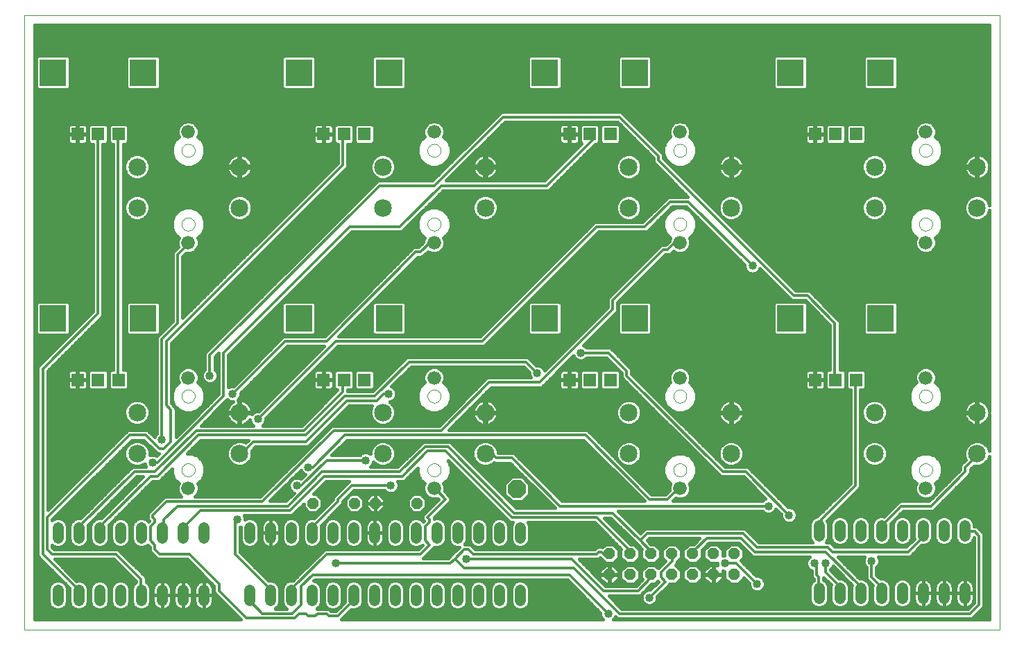
<source format=gbl>
G75*
%MOIN*%
%OFA0B0*%
%FSLAX24Y24*%
%IPPOS*%
%LPD*%
%AMOC8*
5,1,8,0,0,1.08239X$1,22.5*
%
%ADD10C,0.0000*%
%ADD11C,0.0520*%
%ADD12OC8,0.0520*%
%ADD13OC8,0.0850*%
%ADD14C,0.0850*%
%ADD15C,0.0660*%
%ADD16OC8,0.0560*%
%ADD17R,0.0594X0.0594*%
%ADD18R,0.1266X0.1266*%
%ADD19C,0.0160*%
%ADD20R,0.0396X0.0396*%
%ADD21C,0.0120*%
%ADD22C,0.0400*%
D10*
X000870Y000574D02*
X000870Y030101D01*
X047721Y030101D01*
X047721Y000574D01*
X000870Y000574D01*
X008429Y008251D02*
X008431Y008286D01*
X008437Y008321D01*
X008447Y008355D01*
X008460Y008388D01*
X008477Y008419D01*
X008498Y008447D01*
X008521Y008474D01*
X008548Y008497D01*
X008576Y008518D01*
X008607Y008535D01*
X008640Y008548D01*
X008674Y008558D01*
X008709Y008564D01*
X008744Y008566D01*
X008779Y008564D01*
X008814Y008558D01*
X008848Y008548D01*
X008881Y008535D01*
X008912Y008518D01*
X008940Y008497D01*
X008967Y008474D01*
X008990Y008447D01*
X009011Y008419D01*
X009028Y008388D01*
X009041Y008355D01*
X009051Y008321D01*
X009057Y008286D01*
X009059Y008251D01*
X009057Y008216D01*
X009051Y008181D01*
X009041Y008147D01*
X009028Y008114D01*
X009011Y008083D01*
X008990Y008055D01*
X008967Y008028D01*
X008940Y008005D01*
X008912Y007984D01*
X008881Y007967D01*
X008848Y007954D01*
X008814Y007944D01*
X008779Y007938D01*
X008744Y007936D01*
X008709Y007938D01*
X008674Y007944D01*
X008640Y007954D01*
X008607Y007967D01*
X008576Y007984D01*
X008548Y008005D01*
X008521Y008028D01*
X008498Y008055D01*
X008477Y008083D01*
X008460Y008114D01*
X008447Y008147D01*
X008437Y008181D01*
X008431Y008216D01*
X008429Y008251D01*
X008429Y011794D02*
X008431Y011829D01*
X008437Y011864D01*
X008447Y011898D01*
X008460Y011931D01*
X008477Y011962D01*
X008498Y011990D01*
X008521Y012017D01*
X008548Y012040D01*
X008576Y012061D01*
X008607Y012078D01*
X008640Y012091D01*
X008674Y012101D01*
X008709Y012107D01*
X008744Y012109D01*
X008779Y012107D01*
X008814Y012101D01*
X008848Y012091D01*
X008881Y012078D01*
X008912Y012061D01*
X008940Y012040D01*
X008967Y012017D01*
X008990Y011990D01*
X009011Y011962D01*
X009028Y011931D01*
X009041Y011898D01*
X009051Y011864D01*
X009057Y011829D01*
X009059Y011794D01*
X009057Y011759D01*
X009051Y011724D01*
X009041Y011690D01*
X009028Y011657D01*
X009011Y011626D01*
X008990Y011598D01*
X008967Y011571D01*
X008940Y011548D01*
X008912Y011527D01*
X008881Y011510D01*
X008848Y011497D01*
X008814Y011487D01*
X008779Y011481D01*
X008744Y011479D01*
X008709Y011481D01*
X008674Y011487D01*
X008640Y011497D01*
X008607Y011510D01*
X008576Y011527D01*
X008548Y011548D01*
X008521Y011571D01*
X008498Y011598D01*
X008477Y011626D01*
X008460Y011657D01*
X008447Y011690D01*
X008437Y011724D01*
X008431Y011759D01*
X008429Y011794D01*
X020240Y011794D02*
X020242Y011829D01*
X020248Y011864D01*
X020258Y011898D01*
X020271Y011931D01*
X020288Y011962D01*
X020309Y011990D01*
X020332Y012017D01*
X020359Y012040D01*
X020387Y012061D01*
X020418Y012078D01*
X020451Y012091D01*
X020485Y012101D01*
X020520Y012107D01*
X020555Y012109D01*
X020590Y012107D01*
X020625Y012101D01*
X020659Y012091D01*
X020692Y012078D01*
X020723Y012061D01*
X020751Y012040D01*
X020778Y012017D01*
X020801Y011990D01*
X020822Y011962D01*
X020839Y011931D01*
X020852Y011898D01*
X020862Y011864D01*
X020868Y011829D01*
X020870Y011794D01*
X020868Y011759D01*
X020862Y011724D01*
X020852Y011690D01*
X020839Y011657D01*
X020822Y011626D01*
X020801Y011598D01*
X020778Y011571D01*
X020751Y011548D01*
X020723Y011527D01*
X020692Y011510D01*
X020659Y011497D01*
X020625Y011487D01*
X020590Y011481D01*
X020555Y011479D01*
X020520Y011481D01*
X020485Y011487D01*
X020451Y011497D01*
X020418Y011510D01*
X020387Y011527D01*
X020359Y011548D01*
X020332Y011571D01*
X020309Y011598D01*
X020288Y011626D01*
X020271Y011657D01*
X020258Y011690D01*
X020248Y011724D01*
X020242Y011759D01*
X020240Y011794D01*
X020240Y008251D02*
X020242Y008286D01*
X020248Y008321D01*
X020258Y008355D01*
X020271Y008388D01*
X020288Y008419D01*
X020309Y008447D01*
X020332Y008474D01*
X020359Y008497D01*
X020387Y008518D01*
X020418Y008535D01*
X020451Y008548D01*
X020485Y008558D01*
X020520Y008564D01*
X020555Y008566D01*
X020590Y008564D01*
X020625Y008558D01*
X020659Y008548D01*
X020692Y008535D01*
X020723Y008518D01*
X020751Y008497D01*
X020778Y008474D01*
X020801Y008447D01*
X020822Y008419D01*
X020839Y008388D01*
X020852Y008355D01*
X020862Y008321D01*
X020868Y008286D01*
X020870Y008251D01*
X020868Y008216D01*
X020862Y008181D01*
X020852Y008147D01*
X020839Y008114D01*
X020822Y008083D01*
X020801Y008055D01*
X020778Y008028D01*
X020751Y008005D01*
X020723Y007984D01*
X020692Y007967D01*
X020659Y007954D01*
X020625Y007944D01*
X020590Y007938D01*
X020555Y007936D01*
X020520Y007938D01*
X020485Y007944D01*
X020451Y007954D01*
X020418Y007967D01*
X020387Y007984D01*
X020359Y008005D01*
X020332Y008028D01*
X020309Y008055D01*
X020288Y008083D01*
X020271Y008114D01*
X020258Y008147D01*
X020248Y008181D01*
X020242Y008216D01*
X020240Y008251D01*
X032051Y008251D02*
X032053Y008286D01*
X032059Y008321D01*
X032069Y008355D01*
X032082Y008388D01*
X032099Y008419D01*
X032120Y008447D01*
X032143Y008474D01*
X032170Y008497D01*
X032198Y008518D01*
X032229Y008535D01*
X032262Y008548D01*
X032296Y008558D01*
X032331Y008564D01*
X032366Y008566D01*
X032401Y008564D01*
X032436Y008558D01*
X032470Y008548D01*
X032503Y008535D01*
X032534Y008518D01*
X032562Y008497D01*
X032589Y008474D01*
X032612Y008447D01*
X032633Y008419D01*
X032650Y008388D01*
X032663Y008355D01*
X032673Y008321D01*
X032679Y008286D01*
X032681Y008251D01*
X032679Y008216D01*
X032673Y008181D01*
X032663Y008147D01*
X032650Y008114D01*
X032633Y008083D01*
X032612Y008055D01*
X032589Y008028D01*
X032562Y008005D01*
X032534Y007984D01*
X032503Y007967D01*
X032470Y007954D01*
X032436Y007944D01*
X032401Y007938D01*
X032366Y007936D01*
X032331Y007938D01*
X032296Y007944D01*
X032262Y007954D01*
X032229Y007967D01*
X032198Y007984D01*
X032170Y008005D01*
X032143Y008028D01*
X032120Y008055D01*
X032099Y008083D01*
X032082Y008114D01*
X032069Y008147D01*
X032059Y008181D01*
X032053Y008216D01*
X032051Y008251D01*
X032051Y011794D02*
X032053Y011829D01*
X032059Y011864D01*
X032069Y011898D01*
X032082Y011931D01*
X032099Y011962D01*
X032120Y011990D01*
X032143Y012017D01*
X032170Y012040D01*
X032198Y012061D01*
X032229Y012078D01*
X032262Y012091D01*
X032296Y012101D01*
X032331Y012107D01*
X032366Y012109D01*
X032401Y012107D01*
X032436Y012101D01*
X032470Y012091D01*
X032503Y012078D01*
X032534Y012061D01*
X032562Y012040D01*
X032589Y012017D01*
X032612Y011990D01*
X032633Y011962D01*
X032650Y011931D01*
X032663Y011898D01*
X032673Y011864D01*
X032679Y011829D01*
X032681Y011794D01*
X032679Y011759D01*
X032673Y011724D01*
X032663Y011690D01*
X032650Y011657D01*
X032633Y011626D01*
X032612Y011598D01*
X032589Y011571D01*
X032562Y011548D01*
X032534Y011527D01*
X032503Y011510D01*
X032470Y011497D01*
X032436Y011487D01*
X032401Y011481D01*
X032366Y011479D01*
X032331Y011481D01*
X032296Y011487D01*
X032262Y011497D01*
X032229Y011510D01*
X032198Y011527D01*
X032170Y011548D01*
X032143Y011571D01*
X032120Y011598D01*
X032099Y011626D01*
X032082Y011657D01*
X032069Y011690D01*
X032059Y011724D01*
X032053Y011759D01*
X032051Y011794D01*
X043862Y011794D02*
X043864Y011829D01*
X043870Y011864D01*
X043880Y011898D01*
X043893Y011931D01*
X043910Y011962D01*
X043931Y011990D01*
X043954Y012017D01*
X043981Y012040D01*
X044009Y012061D01*
X044040Y012078D01*
X044073Y012091D01*
X044107Y012101D01*
X044142Y012107D01*
X044177Y012109D01*
X044212Y012107D01*
X044247Y012101D01*
X044281Y012091D01*
X044314Y012078D01*
X044345Y012061D01*
X044373Y012040D01*
X044400Y012017D01*
X044423Y011990D01*
X044444Y011962D01*
X044461Y011931D01*
X044474Y011898D01*
X044484Y011864D01*
X044490Y011829D01*
X044492Y011794D01*
X044490Y011759D01*
X044484Y011724D01*
X044474Y011690D01*
X044461Y011657D01*
X044444Y011626D01*
X044423Y011598D01*
X044400Y011571D01*
X044373Y011548D01*
X044345Y011527D01*
X044314Y011510D01*
X044281Y011497D01*
X044247Y011487D01*
X044212Y011481D01*
X044177Y011479D01*
X044142Y011481D01*
X044107Y011487D01*
X044073Y011497D01*
X044040Y011510D01*
X044009Y011527D01*
X043981Y011548D01*
X043954Y011571D01*
X043931Y011598D01*
X043910Y011626D01*
X043893Y011657D01*
X043880Y011690D01*
X043870Y011724D01*
X043864Y011759D01*
X043862Y011794D01*
X043862Y008251D02*
X043864Y008286D01*
X043870Y008321D01*
X043880Y008355D01*
X043893Y008388D01*
X043910Y008419D01*
X043931Y008447D01*
X043954Y008474D01*
X043981Y008497D01*
X044009Y008518D01*
X044040Y008535D01*
X044073Y008548D01*
X044107Y008558D01*
X044142Y008564D01*
X044177Y008566D01*
X044212Y008564D01*
X044247Y008558D01*
X044281Y008548D01*
X044314Y008535D01*
X044345Y008518D01*
X044373Y008497D01*
X044400Y008474D01*
X044423Y008447D01*
X044444Y008419D01*
X044461Y008388D01*
X044474Y008355D01*
X044484Y008321D01*
X044490Y008286D01*
X044492Y008251D01*
X044490Y008216D01*
X044484Y008181D01*
X044474Y008147D01*
X044461Y008114D01*
X044444Y008083D01*
X044423Y008055D01*
X044400Y008028D01*
X044373Y008005D01*
X044345Y007984D01*
X044314Y007967D01*
X044281Y007954D01*
X044247Y007944D01*
X044212Y007938D01*
X044177Y007936D01*
X044142Y007938D01*
X044107Y007944D01*
X044073Y007954D01*
X044040Y007967D01*
X044009Y007984D01*
X043981Y008005D01*
X043954Y008028D01*
X043931Y008055D01*
X043910Y008083D01*
X043893Y008114D01*
X043880Y008147D01*
X043870Y008181D01*
X043864Y008216D01*
X043862Y008251D01*
X043862Y020062D02*
X043864Y020097D01*
X043870Y020132D01*
X043880Y020166D01*
X043893Y020199D01*
X043910Y020230D01*
X043931Y020258D01*
X043954Y020285D01*
X043981Y020308D01*
X044009Y020329D01*
X044040Y020346D01*
X044073Y020359D01*
X044107Y020369D01*
X044142Y020375D01*
X044177Y020377D01*
X044212Y020375D01*
X044247Y020369D01*
X044281Y020359D01*
X044314Y020346D01*
X044345Y020329D01*
X044373Y020308D01*
X044400Y020285D01*
X044423Y020258D01*
X044444Y020230D01*
X044461Y020199D01*
X044474Y020166D01*
X044484Y020132D01*
X044490Y020097D01*
X044492Y020062D01*
X044490Y020027D01*
X044484Y019992D01*
X044474Y019958D01*
X044461Y019925D01*
X044444Y019894D01*
X044423Y019866D01*
X044400Y019839D01*
X044373Y019816D01*
X044345Y019795D01*
X044314Y019778D01*
X044281Y019765D01*
X044247Y019755D01*
X044212Y019749D01*
X044177Y019747D01*
X044142Y019749D01*
X044107Y019755D01*
X044073Y019765D01*
X044040Y019778D01*
X044009Y019795D01*
X043981Y019816D01*
X043954Y019839D01*
X043931Y019866D01*
X043910Y019894D01*
X043893Y019925D01*
X043880Y019958D01*
X043870Y019992D01*
X043864Y020027D01*
X043862Y020062D01*
X043862Y023605D02*
X043864Y023640D01*
X043870Y023675D01*
X043880Y023709D01*
X043893Y023742D01*
X043910Y023773D01*
X043931Y023801D01*
X043954Y023828D01*
X043981Y023851D01*
X044009Y023872D01*
X044040Y023889D01*
X044073Y023902D01*
X044107Y023912D01*
X044142Y023918D01*
X044177Y023920D01*
X044212Y023918D01*
X044247Y023912D01*
X044281Y023902D01*
X044314Y023889D01*
X044345Y023872D01*
X044373Y023851D01*
X044400Y023828D01*
X044423Y023801D01*
X044444Y023773D01*
X044461Y023742D01*
X044474Y023709D01*
X044484Y023675D01*
X044490Y023640D01*
X044492Y023605D01*
X044490Y023570D01*
X044484Y023535D01*
X044474Y023501D01*
X044461Y023468D01*
X044444Y023437D01*
X044423Y023409D01*
X044400Y023382D01*
X044373Y023359D01*
X044345Y023338D01*
X044314Y023321D01*
X044281Y023308D01*
X044247Y023298D01*
X044212Y023292D01*
X044177Y023290D01*
X044142Y023292D01*
X044107Y023298D01*
X044073Y023308D01*
X044040Y023321D01*
X044009Y023338D01*
X043981Y023359D01*
X043954Y023382D01*
X043931Y023409D01*
X043910Y023437D01*
X043893Y023468D01*
X043880Y023501D01*
X043870Y023535D01*
X043864Y023570D01*
X043862Y023605D01*
X032051Y023605D02*
X032053Y023640D01*
X032059Y023675D01*
X032069Y023709D01*
X032082Y023742D01*
X032099Y023773D01*
X032120Y023801D01*
X032143Y023828D01*
X032170Y023851D01*
X032198Y023872D01*
X032229Y023889D01*
X032262Y023902D01*
X032296Y023912D01*
X032331Y023918D01*
X032366Y023920D01*
X032401Y023918D01*
X032436Y023912D01*
X032470Y023902D01*
X032503Y023889D01*
X032534Y023872D01*
X032562Y023851D01*
X032589Y023828D01*
X032612Y023801D01*
X032633Y023773D01*
X032650Y023742D01*
X032663Y023709D01*
X032673Y023675D01*
X032679Y023640D01*
X032681Y023605D01*
X032679Y023570D01*
X032673Y023535D01*
X032663Y023501D01*
X032650Y023468D01*
X032633Y023437D01*
X032612Y023409D01*
X032589Y023382D01*
X032562Y023359D01*
X032534Y023338D01*
X032503Y023321D01*
X032470Y023308D01*
X032436Y023298D01*
X032401Y023292D01*
X032366Y023290D01*
X032331Y023292D01*
X032296Y023298D01*
X032262Y023308D01*
X032229Y023321D01*
X032198Y023338D01*
X032170Y023359D01*
X032143Y023382D01*
X032120Y023409D01*
X032099Y023437D01*
X032082Y023468D01*
X032069Y023501D01*
X032059Y023535D01*
X032053Y023570D01*
X032051Y023605D01*
X032051Y020062D02*
X032053Y020097D01*
X032059Y020132D01*
X032069Y020166D01*
X032082Y020199D01*
X032099Y020230D01*
X032120Y020258D01*
X032143Y020285D01*
X032170Y020308D01*
X032198Y020329D01*
X032229Y020346D01*
X032262Y020359D01*
X032296Y020369D01*
X032331Y020375D01*
X032366Y020377D01*
X032401Y020375D01*
X032436Y020369D01*
X032470Y020359D01*
X032503Y020346D01*
X032534Y020329D01*
X032562Y020308D01*
X032589Y020285D01*
X032612Y020258D01*
X032633Y020230D01*
X032650Y020199D01*
X032663Y020166D01*
X032673Y020132D01*
X032679Y020097D01*
X032681Y020062D01*
X032679Y020027D01*
X032673Y019992D01*
X032663Y019958D01*
X032650Y019925D01*
X032633Y019894D01*
X032612Y019866D01*
X032589Y019839D01*
X032562Y019816D01*
X032534Y019795D01*
X032503Y019778D01*
X032470Y019765D01*
X032436Y019755D01*
X032401Y019749D01*
X032366Y019747D01*
X032331Y019749D01*
X032296Y019755D01*
X032262Y019765D01*
X032229Y019778D01*
X032198Y019795D01*
X032170Y019816D01*
X032143Y019839D01*
X032120Y019866D01*
X032099Y019894D01*
X032082Y019925D01*
X032069Y019958D01*
X032059Y019992D01*
X032053Y020027D01*
X032051Y020062D01*
X020240Y020062D02*
X020242Y020097D01*
X020248Y020132D01*
X020258Y020166D01*
X020271Y020199D01*
X020288Y020230D01*
X020309Y020258D01*
X020332Y020285D01*
X020359Y020308D01*
X020387Y020329D01*
X020418Y020346D01*
X020451Y020359D01*
X020485Y020369D01*
X020520Y020375D01*
X020555Y020377D01*
X020590Y020375D01*
X020625Y020369D01*
X020659Y020359D01*
X020692Y020346D01*
X020723Y020329D01*
X020751Y020308D01*
X020778Y020285D01*
X020801Y020258D01*
X020822Y020230D01*
X020839Y020199D01*
X020852Y020166D01*
X020862Y020132D01*
X020868Y020097D01*
X020870Y020062D01*
X020868Y020027D01*
X020862Y019992D01*
X020852Y019958D01*
X020839Y019925D01*
X020822Y019894D01*
X020801Y019866D01*
X020778Y019839D01*
X020751Y019816D01*
X020723Y019795D01*
X020692Y019778D01*
X020659Y019765D01*
X020625Y019755D01*
X020590Y019749D01*
X020555Y019747D01*
X020520Y019749D01*
X020485Y019755D01*
X020451Y019765D01*
X020418Y019778D01*
X020387Y019795D01*
X020359Y019816D01*
X020332Y019839D01*
X020309Y019866D01*
X020288Y019894D01*
X020271Y019925D01*
X020258Y019958D01*
X020248Y019992D01*
X020242Y020027D01*
X020240Y020062D01*
X020240Y023605D02*
X020242Y023640D01*
X020248Y023675D01*
X020258Y023709D01*
X020271Y023742D01*
X020288Y023773D01*
X020309Y023801D01*
X020332Y023828D01*
X020359Y023851D01*
X020387Y023872D01*
X020418Y023889D01*
X020451Y023902D01*
X020485Y023912D01*
X020520Y023918D01*
X020555Y023920D01*
X020590Y023918D01*
X020625Y023912D01*
X020659Y023902D01*
X020692Y023889D01*
X020723Y023872D01*
X020751Y023851D01*
X020778Y023828D01*
X020801Y023801D01*
X020822Y023773D01*
X020839Y023742D01*
X020852Y023709D01*
X020862Y023675D01*
X020868Y023640D01*
X020870Y023605D01*
X020868Y023570D01*
X020862Y023535D01*
X020852Y023501D01*
X020839Y023468D01*
X020822Y023437D01*
X020801Y023409D01*
X020778Y023382D01*
X020751Y023359D01*
X020723Y023338D01*
X020692Y023321D01*
X020659Y023308D01*
X020625Y023298D01*
X020590Y023292D01*
X020555Y023290D01*
X020520Y023292D01*
X020485Y023298D01*
X020451Y023308D01*
X020418Y023321D01*
X020387Y023338D01*
X020359Y023359D01*
X020332Y023382D01*
X020309Y023409D01*
X020288Y023437D01*
X020271Y023468D01*
X020258Y023501D01*
X020248Y023535D01*
X020242Y023570D01*
X020240Y023605D01*
X008429Y023605D02*
X008431Y023640D01*
X008437Y023675D01*
X008447Y023709D01*
X008460Y023742D01*
X008477Y023773D01*
X008498Y023801D01*
X008521Y023828D01*
X008548Y023851D01*
X008576Y023872D01*
X008607Y023889D01*
X008640Y023902D01*
X008674Y023912D01*
X008709Y023918D01*
X008744Y023920D01*
X008779Y023918D01*
X008814Y023912D01*
X008848Y023902D01*
X008881Y023889D01*
X008912Y023872D01*
X008940Y023851D01*
X008967Y023828D01*
X008990Y023801D01*
X009011Y023773D01*
X009028Y023742D01*
X009041Y023709D01*
X009051Y023675D01*
X009057Y023640D01*
X009059Y023605D01*
X009057Y023570D01*
X009051Y023535D01*
X009041Y023501D01*
X009028Y023468D01*
X009011Y023437D01*
X008990Y023409D01*
X008967Y023382D01*
X008940Y023359D01*
X008912Y023338D01*
X008881Y023321D01*
X008848Y023308D01*
X008814Y023298D01*
X008779Y023292D01*
X008744Y023290D01*
X008709Y023292D01*
X008674Y023298D01*
X008640Y023308D01*
X008607Y023321D01*
X008576Y023338D01*
X008548Y023359D01*
X008521Y023382D01*
X008498Y023409D01*
X008477Y023437D01*
X008460Y023468D01*
X008447Y023501D01*
X008437Y023535D01*
X008431Y023570D01*
X008429Y023605D01*
X008429Y020062D02*
X008431Y020097D01*
X008437Y020132D01*
X008447Y020166D01*
X008460Y020199D01*
X008477Y020230D01*
X008498Y020258D01*
X008521Y020285D01*
X008548Y020308D01*
X008576Y020329D01*
X008607Y020346D01*
X008640Y020359D01*
X008674Y020369D01*
X008709Y020375D01*
X008744Y020377D01*
X008779Y020375D01*
X008814Y020369D01*
X008848Y020359D01*
X008881Y020346D01*
X008912Y020329D01*
X008940Y020308D01*
X008967Y020285D01*
X008990Y020258D01*
X009011Y020230D01*
X009028Y020199D01*
X009041Y020166D01*
X009051Y020132D01*
X009057Y020097D01*
X009059Y020062D01*
X009057Y020027D01*
X009051Y019992D01*
X009041Y019958D01*
X009028Y019925D01*
X009011Y019894D01*
X008990Y019866D01*
X008967Y019839D01*
X008940Y019816D01*
X008912Y019795D01*
X008881Y019778D01*
X008848Y019765D01*
X008814Y019755D01*
X008779Y019749D01*
X008744Y019747D01*
X008709Y019749D01*
X008674Y019755D01*
X008640Y019765D01*
X008607Y019778D01*
X008576Y019795D01*
X008548Y019816D01*
X008521Y019839D01*
X008498Y019866D01*
X008477Y019894D01*
X008460Y019925D01*
X008447Y019958D01*
X008437Y019992D01*
X008431Y020027D01*
X008429Y020062D01*
D11*
X008488Y005483D02*
X008488Y004963D01*
X007488Y004963D02*
X007488Y005483D01*
X006488Y005483D02*
X006488Y004963D01*
X005488Y004963D02*
X005488Y005483D01*
X004488Y005483D02*
X004488Y004963D01*
X003488Y004963D02*
X003488Y005483D01*
X002488Y005483D02*
X002488Y004963D01*
X002488Y002483D02*
X002488Y001963D01*
X003488Y001963D02*
X003488Y002483D01*
X004488Y002483D02*
X004488Y001963D01*
X005488Y001963D02*
X005488Y002483D01*
X006488Y002483D02*
X006488Y001963D01*
X007488Y001963D02*
X007488Y002483D01*
X008488Y002483D02*
X008488Y001963D01*
X009488Y001963D02*
X009488Y002483D01*
X011693Y002483D02*
X011693Y001963D01*
X012693Y001963D02*
X012693Y002483D01*
X013693Y002483D02*
X013693Y001963D01*
X014693Y001963D02*
X014693Y002483D01*
X015693Y002483D02*
X015693Y001963D01*
X016693Y001963D02*
X016693Y002483D01*
X017693Y002483D02*
X017693Y001963D01*
X018693Y001963D02*
X018693Y002483D01*
X019693Y002483D02*
X019693Y001963D01*
X020693Y001963D02*
X020693Y002483D01*
X021693Y002483D02*
X021693Y001963D01*
X022693Y001963D02*
X022693Y002483D01*
X023693Y002483D02*
X023693Y001963D01*
X024693Y001963D02*
X024693Y002483D01*
X024693Y004963D02*
X024693Y005483D01*
X023693Y005483D02*
X023693Y004963D01*
X022693Y004963D02*
X022693Y005483D01*
X021693Y005483D02*
X021693Y004963D01*
X020693Y004963D02*
X020693Y005483D01*
X019693Y005483D02*
X019693Y004963D01*
X018693Y004963D02*
X018693Y005483D01*
X017693Y005483D02*
X017693Y004963D01*
X016693Y004963D02*
X016693Y005483D01*
X015693Y005483D02*
X015693Y004963D01*
X014693Y004963D02*
X014693Y005483D01*
X013693Y005483D02*
X013693Y004963D01*
X012693Y004963D02*
X012693Y005483D01*
X011693Y005483D02*
X011693Y004963D01*
X009488Y004963D02*
X009488Y005483D01*
X039051Y005582D02*
X039051Y005062D01*
X040051Y005062D02*
X040051Y005582D01*
X041051Y005582D02*
X041051Y005062D01*
X042051Y005062D02*
X042051Y005582D01*
X043051Y005582D02*
X043051Y005062D01*
X044051Y005062D02*
X044051Y005582D01*
X045051Y005582D02*
X045051Y005062D01*
X046051Y005062D02*
X046051Y005582D01*
X046051Y002582D02*
X046051Y002062D01*
X045051Y002062D02*
X045051Y002582D01*
X044051Y002582D02*
X044051Y002062D01*
X043051Y002062D02*
X043051Y002582D01*
X042051Y002582D02*
X042051Y002062D01*
X041051Y002062D02*
X041051Y002582D01*
X040051Y002582D02*
X040051Y002062D01*
X039051Y002062D02*
X039051Y002582D01*
D12*
X019728Y006652D03*
X017728Y006652D03*
X016728Y006652D03*
X014728Y006652D03*
D13*
X024539Y007334D03*
D14*
X023016Y009038D03*
X023016Y011007D03*
X018095Y011007D03*
X018095Y009038D03*
X011205Y009038D03*
X011205Y011007D03*
X006284Y011007D03*
X006284Y009038D03*
X006284Y020849D03*
X006284Y022818D03*
X011205Y022818D03*
X011205Y020849D03*
X018095Y020849D03*
X018095Y022818D03*
X023016Y022818D03*
X023016Y020849D03*
X029906Y020849D03*
X029906Y022818D03*
X034827Y022818D03*
X034827Y020849D03*
X041717Y020849D03*
X041717Y022818D03*
X046638Y022818D03*
X046638Y020849D03*
X046638Y011007D03*
X046638Y009038D03*
X041717Y009038D03*
X041717Y011007D03*
X034827Y011007D03*
X034827Y009038D03*
X029906Y009038D03*
X029906Y011007D03*
D15*
X032366Y012680D03*
X032366Y007365D03*
X020555Y007365D03*
X020555Y012680D03*
X020555Y019176D03*
X020555Y024491D03*
X008744Y024491D03*
X008744Y019176D03*
X008744Y012680D03*
X008744Y007365D03*
X032366Y019176D03*
X032366Y024491D03*
X044177Y024491D03*
X044177Y019176D03*
X044177Y012680D03*
X044177Y007365D03*
D16*
X034972Y004223D03*
X033972Y004223D03*
X032972Y004223D03*
X031972Y004223D03*
X030972Y004223D03*
X029972Y004223D03*
X028972Y004223D03*
X028972Y003223D03*
X029972Y003223D03*
X030972Y003223D03*
X031972Y003223D03*
X032972Y003223D03*
X033972Y003223D03*
X034972Y003223D03*
D17*
X038862Y012582D03*
X039847Y012582D03*
X040831Y012582D03*
X029020Y012582D03*
X028035Y012582D03*
X027051Y012582D03*
X017209Y012582D03*
X016224Y012582D03*
X015240Y012582D03*
X005398Y012582D03*
X004413Y012582D03*
X003429Y012582D03*
X003429Y024393D03*
X004413Y024393D03*
X005398Y024393D03*
X015240Y024393D03*
X016224Y024393D03*
X017209Y024393D03*
X027051Y024393D03*
X028035Y024393D03*
X029020Y024393D03*
X038862Y024393D03*
X039847Y024393D03*
X040831Y024393D03*
D18*
X042012Y027345D03*
X037681Y027345D03*
X030201Y027345D03*
X025870Y027345D03*
X018390Y027345D03*
X014059Y027345D03*
X006579Y027345D03*
X002248Y027345D03*
X002248Y015534D03*
X006579Y015534D03*
X014059Y015534D03*
X018390Y015534D03*
X025870Y015534D03*
X030201Y015534D03*
X037681Y015534D03*
X042012Y015534D03*
D19*
X041199Y015473D02*
X039991Y015473D01*
X040014Y015450D02*
X039946Y015517D01*
X038626Y016837D01*
X038538Y016874D01*
X037930Y016874D01*
X031580Y023223D01*
X031580Y023391D01*
X031544Y023480D01*
X031476Y023547D01*
X029606Y025417D01*
X029518Y025454D01*
X023812Y025454D01*
X023724Y025417D01*
X023657Y025350D01*
X020461Y022154D01*
X017872Y022154D01*
X017784Y022117D01*
X017717Y022050D01*
X009577Y013910D01*
X009540Y013821D01*
X009540Y013081D01*
X009458Y012999D01*
X009400Y012859D01*
X009400Y012708D01*
X009458Y012568D01*
X009565Y012462D01*
X009705Y012404D01*
X009856Y012404D01*
X009995Y012462D01*
X010102Y012568D01*
X010160Y012708D01*
X010160Y012859D01*
X010102Y012999D01*
X010020Y013081D01*
X010020Y013674D01*
X010200Y013854D01*
X010200Y011893D01*
X008150Y009843D01*
X008150Y011181D01*
X008114Y011270D01*
X007930Y011453D01*
X007930Y014334D01*
X016296Y022700D01*
X016364Y022768D01*
X016400Y022856D01*
X016400Y023916D01*
X016596Y023916D01*
X016701Y024021D01*
X016701Y024764D01*
X016596Y024869D01*
X015853Y024869D01*
X015748Y024764D01*
X015748Y024021D01*
X015853Y023916D01*
X015920Y023916D01*
X015920Y023003D01*
X008480Y015563D01*
X008480Y018514D01*
X008635Y018669D01*
X008643Y018666D01*
X008846Y018666D01*
X009033Y018744D01*
X009176Y018887D01*
X009254Y019075D01*
X009254Y019278D01*
X009204Y019398D01*
X009418Y019612D01*
X009539Y019904D01*
X009539Y020220D01*
X009418Y020512D01*
X009194Y020736D01*
X008902Y020857D01*
X008586Y020857D01*
X008294Y020736D01*
X008070Y020512D01*
X007949Y020220D01*
X007949Y019904D01*
X008070Y019612D01*
X008284Y019398D01*
X008234Y019278D01*
X008234Y019075D01*
X008271Y018984D01*
X008037Y018750D01*
X008000Y018661D01*
X008000Y015413D01*
X007267Y014680D01*
X005620Y014680D01*
X005620Y014522D02*
X007230Y014522D01*
X007230Y014591D02*
X007230Y010001D01*
X007148Y009919D01*
X007118Y009846D01*
X006836Y010127D01*
X006748Y010164D01*
X005882Y010164D01*
X005794Y010127D01*
X005727Y010060D01*
X001990Y006323D01*
X001990Y013014D01*
X004526Y015550D01*
X004594Y015618D01*
X004630Y015706D01*
X004630Y023916D01*
X004785Y023916D01*
X004890Y024021D01*
X004890Y024764D01*
X004785Y024869D01*
X004042Y024869D01*
X003937Y024764D01*
X003937Y024021D01*
X004042Y023916D01*
X004150Y023916D01*
X004150Y015853D01*
X001547Y013250D01*
X001510Y013161D01*
X001510Y004156D01*
X001547Y004068D01*
X001614Y004000D01*
X003048Y002566D01*
X003048Y001876D01*
X003115Y001714D01*
X003239Y001590D01*
X003401Y001523D01*
X003576Y001523D01*
X003737Y001590D01*
X003861Y001714D01*
X003928Y001876D01*
X003928Y002571D01*
X003861Y002733D01*
X003737Y002856D01*
X003576Y002923D01*
X003401Y002923D01*
X003379Y002914D01*
X002330Y003964D01*
X005171Y003964D01*
X006240Y002894D01*
X006240Y002857D01*
X006239Y002856D01*
X006115Y002733D01*
X006048Y002571D01*
X006048Y001876D01*
X006115Y001714D01*
X006239Y001590D01*
X006401Y001523D01*
X006576Y001523D01*
X006737Y001590D01*
X006861Y001714D01*
X006928Y001876D01*
X006928Y002571D01*
X006861Y002733D01*
X006737Y002856D01*
X006720Y002864D01*
X006720Y003041D01*
X006684Y003130D01*
X005474Y004340D01*
X005406Y004407D01*
X005318Y004444D01*
X002290Y004444D01*
X002210Y004523D01*
X002210Y004619D01*
X002239Y004590D01*
X002401Y004523D01*
X002576Y004523D01*
X002737Y004590D01*
X002861Y004714D01*
X002928Y004876D01*
X002928Y005571D01*
X002861Y005733D01*
X002737Y005856D01*
X002576Y005923D01*
X002401Y005923D01*
X002239Y005856D01*
X002210Y005827D01*
X002210Y005864D01*
X006030Y009684D01*
X006601Y009684D01*
X007157Y009128D01*
X007224Y009060D01*
X007312Y009024D01*
X007331Y009024D01*
X007237Y008930D01*
X007106Y008984D01*
X006955Y008984D01*
X006889Y008956D01*
X006889Y009159D01*
X006796Y009381D01*
X006626Y009551D01*
X006404Y009643D01*
X006163Y009643D01*
X005941Y009551D01*
X005771Y009381D01*
X005679Y009159D01*
X005679Y008918D01*
X005771Y008696D01*
X005941Y008525D01*
X006163Y008433D01*
X006404Y008433D01*
X006626Y008525D01*
X006650Y008549D01*
X006650Y008528D01*
X006702Y008404D01*
X006102Y008404D01*
X006014Y008367D01*
X005947Y008300D01*
X003570Y005923D01*
X003401Y005923D01*
X003239Y005856D01*
X003115Y005733D01*
X003048Y005571D01*
X003048Y004876D01*
X003115Y004714D01*
X003239Y004590D01*
X003401Y004523D01*
X003576Y004523D01*
X003737Y004590D01*
X003861Y004714D01*
X003928Y004876D01*
X003928Y005571D01*
X003919Y005593D01*
X006250Y007924D01*
X006561Y007924D01*
X004560Y005923D01*
X004401Y005923D01*
X004239Y005856D01*
X004115Y005733D01*
X004048Y005571D01*
X004048Y004876D01*
X004115Y004714D01*
X004239Y004590D01*
X004401Y004523D01*
X004576Y004523D01*
X004737Y004590D01*
X004861Y004714D01*
X004928Y004876D01*
X004928Y005571D01*
X004916Y005600D01*
X007020Y007704D01*
X007298Y007704D01*
X007386Y007740D01*
X007949Y008303D01*
X007949Y008093D01*
X008070Y007801D01*
X008284Y007587D01*
X008234Y007466D01*
X008234Y007264D01*
X008312Y007076D01*
X008414Y006974D01*
X007642Y006974D01*
X007554Y006937D01*
X007487Y006870D01*
X007487Y006870D01*
X006827Y006210D01*
X006790Y006121D01*
X005437Y006121D01*
X005401Y005923D02*
X005239Y005856D01*
X005115Y005733D01*
X005048Y005571D01*
X005048Y004876D01*
X005115Y004714D01*
X005239Y004590D01*
X005401Y004523D01*
X005576Y004523D01*
X005737Y004590D01*
X005861Y004714D01*
X005928Y004876D01*
X005928Y005571D01*
X005861Y005733D01*
X005737Y005856D01*
X005576Y005923D01*
X005401Y005923D01*
X005279Y005963D02*
X006790Y005963D01*
X006790Y005916D02*
X006827Y005828D01*
X006856Y005799D01*
X006825Y005768D01*
X006737Y005856D01*
X006576Y005923D01*
X006401Y005923D01*
X006239Y005856D01*
X006115Y005733D01*
X006048Y005571D01*
X006048Y004876D01*
X006115Y004714D01*
X006239Y004590D01*
X006401Y004523D01*
X006576Y004523D01*
X006737Y004590D01*
X006796Y004649D01*
X006900Y004544D01*
X006900Y004376D01*
X006937Y004288D01*
X007004Y004220D01*
X007224Y004000D01*
X007312Y003964D01*
X008691Y003964D01*
X009980Y002674D01*
X009980Y002396D01*
X010017Y002308D01*
X010084Y002240D01*
X011271Y001054D01*
X001350Y001054D01*
X001350Y029621D01*
X047241Y029621D01*
X047241Y022880D01*
X047228Y022959D01*
X047199Y023050D01*
X047155Y023135D01*
X047099Y023212D01*
X047032Y023279D01*
X046955Y023335D01*
X046870Y023378D01*
X046780Y023408D01*
X046685Y023423D01*
X046676Y023423D01*
X046676Y022856D01*
X046600Y022856D01*
X046600Y023423D01*
X046590Y023423D01*
X046496Y023408D01*
X046406Y023378D01*
X046321Y023335D01*
X046244Y023279D01*
X046176Y023212D01*
X046120Y023135D01*
X046077Y023050D01*
X046048Y022959D01*
X046033Y022865D01*
X046033Y022856D01*
X046600Y022856D01*
X046600Y022780D01*
X046676Y022780D01*
X046676Y022213D01*
X046685Y022213D01*
X046780Y022228D01*
X046870Y022257D01*
X046955Y022300D01*
X047032Y022356D01*
X047099Y022424D01*
X047155Y022501D01*
X047199Y022586D01*
X047228Y022676D01*
X047241Y022756D01*
X047241Y020975D01*
X047151Y021192D01*
X046981Y021362D01*
X046758Y021454D01*
X046518Y021454D01*
X046295Y021362D01*
X046125Y021192D01*
X046033Y020970D01*
X046033Y020729D01*
X046125Y020507D01*
X046295Y020336D01*
X046518Y020244D01*
X046758Y020244D01*
X046981Y020336D01*
X047151Y020507D01*
X047241Y020723D01*
X047241Y011069D01*
X047228Y011148D01*
X047199Y011239D01*
X047155Y011324D01*
X047099Y011401D01*
X047032Y011468D01*
X046955Y011524D01*
X046870Y011567D01*
X046780Y011597D01*
X046685Y011612D01*
X046676Y011612D01*
X046676Y011045D01*
X046600Y011045D01*
X046600Y011612D01*
X046590Y011612D01*
X046496Y011597D01*
X046406Y011567D01*
X046321Y011524D01*
X046244Y011468D01*
X046176Y011401D01*
X046120Y011324D01*
X046077Y011239D01*
X046048Y011148D01*
X046033Y011054D01*
X046033Y011045D01*
X046600Y011045D01*
X046600Y010969D01*
X046033Y010969D01*
X046033Y010959D01*
X046048Y010865D01*
X046077Y010775D01*
X046120Y010690D01*
X046176Y010613D01*
X046244Y010545D01*
X046321Y010489D01*
X046406Y010446D01*
X046496Y010417D01*
X046590Y010402D01*
X046600Y010402D01*
X046600Y010969D01*
X046676Y010969D01*
X046676Y010402D01*
X046685Y010402D01*
X046780Y010417D01*
X046870Y010446D01*
X046955Y010489D01*
X047032Y010545D01*
X047099Y010613D01*
X047155Y010690D01*
X047199Y010775D01*
X047228Y010865D01*
X047241Y010945D01*
X047241Y009164D01*
X047151Y009381D01*
X046981Y009551D01*
X046758Y009643D01*
X046518Y009643D01*
X046295Y009551D01*
X046125Y009381D01*
X046033Y009159D01*
X046033Y008918D01*
X046104Y008747D01*
X045877Y008520D01*
X045840Y008431D01*
X045840Y008263D01*
X044331Y006754D01*
X042952Y006754D01*
X042864Y006717D01*
X042797Y006650D01*
X042160Y006013D01*
X042139Y006022D01*
X041964Y006022D01*
X041802Y005955D01*
X041678Y005831D01*
X041611Y005669D01*
X041611Y004974D01*
X041678Y004812D01*
X041802Y004689D01*
X041964Y004622D01*
X042139Y004622D01*
X042300Y004689D01*
X042424Y004812D01*
X042491Y004974D01*
X042491Y005665D01*
X043100Y006274D01*
X044478Y006274D01*
X044566Y006310D01*
X046216Y007960D01*
X046284Y008028D01*
X046320Y008116D01*
X046320Y008284D01*
X046483Y008447D01*
X046518Y008433D01*
X046758Y008433D01*
X046981Y008525D01*
X047151Y008696D01*
X047241Y008912D01*
X047241Y001054D01*
X029168Y001054D01*
X029242Y001128D01*
X029273Y001202D01*
X029334Y001140D01*
X029422Y001104D01*
X046348Y001104D01*
X046436Y001140D01*
X046504Y001208D01*
X046944Y001648D01*
X046980Y001736D01*
X046980Y005131D01*
X046944Y005220D01*
X046876Y005287D01*
X046656Y005507D01*
X046568Y005544D01*
X046491Y005544D01*
X046491Y005669D01*
X046424Y005831D01*
X046300Y005955D01*
X046139Y006022D01*
X045964Y006022D01*
X045802Y005955D01*
X045678Y005831D01*
X045611Y005669D01*
X045611Y004974D01*
X045678Y004812D01*
X045802Y004689D01*
X045964Y004622D01*
X046139Y004622D01*
X046300Y004689D01*
X046424Y004812D01*
X046491Y004974D01*
X046491Y004993D01*
X046500Y004984D01*
X046500Y001883D01*
X046201Y001584D01*
X029570Y001584D01*
X028950Y002204D01*
X030398Y002204D01*
X030486Y002240D01*
X031009Y002763D01*
X031163Y002763D01*
X031307Y002907D01*
X031314Y002900D01*
X031331Y002884D01*
X030941Y002494D01*
X030825Y002494D01*
X030685Y002436D01*
X030578Y002329D01*
X030520Y002189D01*
X030520Y002038D01*
X030578Y001898D01*
X030685Y001792D01*
X030825Y001734D01*
X030976Y001734D01*
X031115Y001792D01*
X031222Y001898D01*
X031280Y002038D01*
X031280Y002154D01*
X031806Y002680D01*
X031874Y002748D01*
X031880Y002763D01*
X032163Y002763D01*
X032432Y003033D01*
X032432Y003414D01*
X032163Y003683D01*
X032149Y003683D01*
X032204Y003738D01*
X032240Y003826D01*
X032240Y003840D01*
X032432Y004033D01*
X032432Y004414D01*
X032163Y004683D01*
X031782Y004683D01*
X031512Y004414D01*
X031512Y004033D01*
X031666Y003879D01*
X031317Y003530D01*
X031163Y003683D01*
X030782Y003683D01*
X030512Y003414D01*
X030512Y003033D01*
X030556Y002989D01*
X030251Y002684D01*
X028800Y002684D01*
X027520Y003964D01*
X028418Y003964D01*
X028506Y004000D01*
X028526Y004020D01*
X028782Y003763D01*
X029163Y003763D01*
X029432Y004033D01*
X029432Y004414D01*
X029163Y004683D01*
X028782Y004683D01*
X028648Y004549D01*
X028638Y004554D01*
X028432Y004554D01*
X028344Y004517D01*
X028277Y004450D01*
X028271Y004444D01*
X022530Y004444D01*
X022346Y004627D01*
X022258Y004664D01*
X022016Y004664D01*
X022066Y004714D01*
X022133Y004876D01*
X022133Y005571D01*
X022066Y005733D01*
X021942Y005856D01*
X021780Y005923D01*
X021605Y005923D01*
X021444Y005856D01*
X021320Y005733D01*
X021253Y005571D01*
X021253Y004876D01*
X021320Y004714D01*
X021444Y004590D01*
X021605Y004523D01*
X021750Y004523D01*
X021414Y004187D01*
X021347Y004120D01*
X021347Y004120D01*
X021231Y004004D01*
X020040Y004004D01*
X020476Y004440D01*
X020544Y004508D01*
X020558Y004543D01*
X020605Y004523D01*
X020780Y004523D01*
X020942Y004590D01*
X021066Y004714D01*
X021133Y004876D01*
X021133Y005571D01*
X021066Y005733D01*
X020942Y005856D01*
X020780Y005923D01*
X020605Y005923D01*
X020576Y005911D01*
X020559Y005953D01*
X021246Y006640D01*
X021314Y006708D01*
X021350Y006796D01*
X021350Y006891D01*
X021314Y006980D01*
X021055Y007238D01*
X021065Y007264D01*
X021065Y007466D01*
X021015Y007587D01*
X021229Y007801D01*
X021350Y008093D01*
X021350Y008409D01*
X021233Y008691D01*
X024097Y005828D01*
X024164Y005760D01*
X024252Y005724D01*
X024316Y005724D01*
X024253Y005571D01*
X024253Y004876D01*
X024320Y004714D01*
X024444Y004590D01*
X024605Y004523D01*
X024780Y004523D01*
X024942Y004590D01*
X025066Y004714D01*
X025133Y004876D01*
X025133Y005571D01*
X025070Y005724D01*
X028271Y005724D01*
X029547Y004448D01*
X029512Y004414D01*
X029512Y004033D01*
X029782Y003763D01*
X030163Y003763D01*
X030432Y004033D01*
X030432Y004414D01*
X030163Y004683D01*
X029990Y004683D01*
X028730Y005944D01*
X029041Y005944D01*
X030257Y004728D01*
X030324Y004660D01*
X030542Y004443D01*
X030512Y004414D01*
X030512Y004033D01*
X030782Y003763D01*
X031163Y003763D01*
X031432Y004033D01*
X031432Y004414D01*
X031163Y004683D01*
X030980Y004683D01*
X030800Y004864D01*
X030890Y004954D01*
X033291Y004954D01*
X033020Y004683D01*
X032782Y004683D01*
X032512Y004414D01*
X032512Y004033D01*
X032782Y003763D01*
X033163Y003763D01*
X033432Y004033D01*
X033432Y004414D01*
X033431Y004415D01*
X033750Y004734D01*
X035201Y004734D01*
X035824Y004110D01*
X035912Y004074D01*
X038593Y004074D01*
X038498Y003979D01*
X038440Y003839D01*
X038440Y003688D01*
X038498Y003548D01*
X038605Y003442D01*
X038690Y003406D01*
X038690Y003166D01*
X038727Y003078D01*
X038800Y003004D01*
X038800Y002953D01*
X038678Y002831D01*
X038611Y002669D01*
X038611Y001974D01*
X038678Y001812D01*
X038802Y001689D01*
X038964Y001622D01*
X039139Y001622D01*
X039300Y001689D01*
X039424Y001812D01*
X039491Y001974D01*
X039491Y002669D01*
X039424Y002831D01*
X039300Y002955D01*
X039280Y002963D01*
X039280Y003074D01*
X039633Y002722D01*
X039611Y002669D01*
X039611Y001974D01*
X039678Y001812D01*
X039802Y001689D01*
X039964Y001622D01*
X040139Y001622D01*
X040300Y001689D01*
X040424Y001812D01*
X040491Y001974D01*
X040491Y002669D01*
X040424Y002831D01*
X040300Y002955D01*
X040139Y003022D01*
X040012Y003022D01*
X039610Y003423D01*
X039610Y003466D01*
X039692Y003548D01*
X039723Y003622D01*
X040630Y002714D01*
X040611Y002669D01*
X040611Y001974D01*
X040678Y001812D01*
X040802Y001689D01*
X040964Y001622D01*
X041139Y001622D01*
X041300Y001689D01*
X041424Y001812D01*
X041491Y001974D01*
X041491Y002669D01*
X041424Y002831D01*
X041300Y002955D01*
X041139Y003022D01*
X041002Y003022D01*
X039950Y004074D01*
X041242Y004074D01*
X041190Y003949D01*
X041190Y003798D01*
X041248Y003658D01*
X041330Y003576D01*
X041330Y003056D01*
X041367Y002968D01*
X041434Y002900D01*
X041627Y002707D01*
X041611Y002669D01*
X041611Y001974D01*
X041678Y001812D01*
X041802Y001689D01*
X041964Y001622D01*
X042139Y001622D01*
X042300Y001689D01*
X042424Y001812D01*
X042491Y001974D01*
X042491Y002669D01*
X042424Y002831D01*
X042300Y002955D01*
X042139Y003022D01*
X041992Y003022D01*
X041810Y003203D01*
X041810Y003576D01*
X041892Y003658D01*
X041950Y003798D01*
X041950Y003949D01*
X041899Y004074D01*
X043378Y004074D01*
X043466Y004110D01*
X043534Y004178D01*
X043978Y004622D01*
X044139Y004622D01*
X044300Y004689D01*
X044424Y004812D01*
X044491Y004974D01*
X044491Y005669D01*
X044424Y005831D01*
X044300Y005955D01*
X044139Y006022D01*
X043964Y006022D01*
X043802Y005955D01*
X043678Y005831D01*
X043611Y005669D01*
X043611Y004974D01*
X043623Y004946D01*
X043231Y004554D01*
X039800Y004554D01*
X039684Y004670D01*
X039616Y004737D01*
X039528Y004774D01*
X039385Y004774D01*
X039424Y004812D01*
X039491Y004974D01*
X039491Y005669D01*
X039437Y005801D01*
X041004Y007368D01*
X041040Y007456D01*
X041040Y012105D01*
X041202Y012105D01*
X041308Y012210D01*
X041308Y012953D01*
X041202Y013058D01*
X040459Y013058D01*
X040354Y012953D01*
X040354Y012210D01*
X040459Y012105D01*
X040560Y012105D01*
X040560Y007603D01*
X039014Y006057D01*
X038979Y006022D01*
X038964Y006022D01*
X038802Y005955D01*
X038678Y005831D01*
X038611Y005669D01*
X038611Y004974D01*
X038678Y004812D01*
X038717Y004774D01*
X036170Y004774D01*
X035614Y005330D01*
X035546Y005397D01*
X035458Y005434D01*
X030742Y005434D01*
X030654Y005397D01*
X030460Y005203D01*
X029390Y006274D01*
X036323Y006274D01*
X036405Y006192D01*
X036545Y006134D01*
X036696Y006134D01*
X036835Y006192D01*
X036942Y006298D01*
X036973Y006372D01*
X037230Y006114D01*
X037230Y005998D01*
X037288Y005858D01*
X037395Y005752D01*
X037535Y005694D01*
X037686Y005694D01*
X037825Y005752D01*
X037932Y005858D01*
X037990Y005998D01*
X037990Y006149D01*
X037932Y006289D01*
X037825Y006396D01*
X037686Y006454D01*
X037570Y006454D01*
X035724Y008300D01*
X035656Y008367D01*
X035568Y008404D01*
X034520Y008404D01*
X030040Y012883D01*
X030040Y013051D01*
X030004Y013140D01*
X029124Y014020D01*
X029056Y014087D01*
X028968Y014124D01*
X027898Y014124D01*
X027815Y014206D01*
X027742Y014236D01*
X029276Y015770D01*
X029344Y015838D01*
X029380Y015926D01*
X029380Y016314D01*
X031660Y018594D01*
X031828Y018594D01*
X031916Y018630D01*
X032053Y018768D01*
X032077Y018744D01*
X032265Y018666D01*
X032468Y018666D01*
X032655Y018744D01*
X032799Y018887D01*
X032876Y019075D01*
X032876Y019278D01*
X032826Y019398D01*
X033040Y019612D01*
X033161Y019904D01*
X033161Y020220D01*
X033040Y020512D01*
X032816Y020736D01*
X032524Y020857D01*
X032208Y020857D01*
X031916Y020736D01*
X031692Y020512D01*
X031571Y020220D01*
X031571Y019904D01*
X031692Y019612D01*
X031906Y019398D01*
X031856Y019278D01*
X031856Y019249D01*
X031681Y019074D01*
X031512Y019074D01*
X031424Y019037D01*
X031357Y018970D01*
X028937Y016550D01*
X028900Y016461D01*
X028900Y016073D01*
X025863Y013036D01*
X025832Y013109D01*
X025725Y013216D01*
X025586Y013274D01*
X025470Y013274D01*
X025164Y013580D01*
X025096Y013647D01*
X025008Y013684D01*
X019302Y013684D01*
X019214Y013647D01*
X019147Y013580D01*
X017601Y012034D01*
X016400Y012034D01*
X016400Y012105D01*
X016596Y012105D01*
X016701Y012210D01*
X016701Y012953D01*
X016596Y013058D01*
X015853Y013058D01*
X015748Y012953D01*
X015748Y012210D01*
X015853Y012105D01*
X015912Y012105D01*
X014191Y010384D01*
X012318Y010384D01*
X012412Y010478D01*
X012470Y010618D01*
X012470Y010734D01*
X015930Y014194D01*
X022918Y014194D01*
X023006Y014230D01*
X028470Y019694D01*
X030728Y019694D01*
X030816Y019730D01*
X031990Y020904D01*
X032671Y020904D01*
X035470Y018104D01*
X035470Y017988D01*
X035528Y017848D01*
X035635Y017742D01*
X035775Y017684D01*
X035926Y017684D01*
X036065Y017742D01*
X036172Y017848D01*
X036203Y017922D01*
X037627Y016498D01*
X037694Y016430D01*
X037782Y016394D01*
X038391Y016394D01*
X039570Y015214D01*
X039570Y013058D01*
X039475Y013058D01*
X039370Y012953D01*
X039370Y012210D01*
X039475Y012105D01*
X040218Y012105D01*
X040323Y012210D01*
X040323Y012953D01*
X040218Y013058D01*
X040050Y013058D01*
X040050Y015361D01*
X040014Y015450D01*
X040050Y015314D02*
X041199Y015314D01*
X041199Y015156D02*
X040050Y015156D01*
X040050Y014997D02*
X041199Y014997D01*
X041199Y014839D02*
X040050Y014839D01*
X040050Y014680D02*
X047241Y014680D01*
X047241Y014522D02*
X040050Y014522D01*
X040050Y014363D02*
X047241Y014363D01*
X047241Y014205D02*
X040050Y014205D01*
X040050Y014046D02*
X047241Y014046D01*
X047241Y013888D02*
X040050Y013888D01*
X040050Y013729D02*
X047241Y013729D01*
X047241Y013571D02*
X040050Y013571D01*
X040050Y013412D02*
X047241Y013412D01*
X047241Y013254D02*
X040050Y013254D01*
X040050Y013095D02*
X043871Y013095D01*
X043888Y013112D02*
X043745Y012969D01*
X043667Y012781D01*
X043667Y012579D01*
X043717Y012458D01*
X043503Y012244D01*
X043382Y011952D01*
X043382Y011636D01*
X043503Y011344D01*
X043727Y011120D01*
X044019Y010999D01*
X044335Y010999D01*
X044628Y011120D01*
X044851Y011344D01*
X044972Y011636D01*
X044972Y011952D01*
X044851Y012244D01*
X044637Y012458D01*
X044687Y012579D01*
X044687Y012781D01*
X044610Y012969D01*
X044466Y013112D01*
X044279Y013190D01*
X044076Y013190D01*
X043888Y013112D01*
X043732Y012937D02*
X041308Y012937D01*
X041308Y012778D02*
X043667Y012778D01*
X043667Y012620D02*
X041308Y012620D01*
X041308Y012461D02*
X043716Y012461D01*
X043562Y012303D02*
X041308Y012303D01*
X041242Y012144D02*
X043462Y012144D01*
X043396Y011986D02*
X041040Y011986D01*
X041040Y011827D02*
X043382Y011827D01*
X043382Y011669D02*
X041040Y011669D01*
X041040Y011510D02*
X041364Y011510D01*
X041374Y011520D02*
X041204Y011349D01*
X041112Y011127D01*
X041112Y010886D01*
X041204Y010664D01*
X041374Y010494D01*
X041596Y010402D01*
X041837Y010402D01*
X042059Y010494D01*
X042229Y010664D01*
X042322Y010886D01*
X042322Y011127D01*
X042229Y011349D01*
X042059Y011520D01*
X041837Y011612D01*
X041596Y011612D01*
X041374Y011520D01*
X041206Y011352D02*
X041040Y011352D01*
X041040Y011193D02*
X041139Y011193D01*
X041112Y011035D02*
X041040Y011035D01*
X041040Y010876D02*
X041116Y010876D01*
X041181Y010718D02*
X041040Y010718D01*
X041040Y010559D02*
X041309Y010559D01*
X041040Y010401D02*
X047241Y010401D01*
X047241Y010559D02*
X047046Y010559D01*
X047170Y010718D02*
X047241Y010718D01*
X047230Y010876D02*
X047241Y010876D01*
X047241Y011193D02*
X047213Y011193D01*
X047241Y011352D02*
X047135Y011352D01*
X047241Y011510D02*
X046974Y011510D01*
X046676Y011510D02*
X046600Y011510D01*
X046600Y011352D02*
X046676Y011352D01*
X046676Y011193D02*
X046600Y011193D01*
X046600Y011035D02*
X044421Y011035D01*
X044701Y011193D02*
X046062Y011193D01*
X046141Y011352D02*
X044854Y011352D01*
X044920Y011510D02*
X046301Y011510D01*
X046046Y010876D02*
X042317Y010876D01*
X042322Y011035D02*
X043933Y011035D01*
X043654Y011193D02*
X042294Y011193D01*
X042227Y011352D02*
X043500Y011352D01*
X043434Y011510D02*
X042069Y011510D01*
X042252Y010718D02*
X046106Y010718D01*
X046230Y010559D02*
X042125Y010559D01*
X041837Y009643D02*
X041596Y009643D01*
X041374Y009551D01*
X041204Y009381D01*
X041112Y009159D01*
X041112Y008918D01*
X041204Y008696D01*
X041374Y008525D01*
X041596Y008433D01*
X041837Y008433D01*
X042059Y008525D01*
X042229Y008696D01*
X042322Y008918D01*
X042322Y009159D01*
X042229Y009381D01*
X042059Y009551D01*
X041837Y009643D01*
X041922Y009608D02*
X046433Y009608D01*
X046194Y009450D02*
X042161Y009450D01*
X042267Y009291D02*
X046088Y009291D01*
X046033Y009133D02*
X042322Y009133D01*
X042322Y008974D02*
X043846Y008974D01*
X043727Y008925D02*
X043503Y008701D01*
X043382Y008409D01*
X043382Y008093D01*
X043503Y007801D01*
X043717Y007587D01*
X043667Y007466D01*
X043667Y007264D01*
X043745Y007076D01*
X043888Y006933D01*
X044076Y006855D01*
X044279Y006855D01*
X044466Y006933D01*
X044610Y007076D01*
X044687Y007264D01*
X044687Y007466D01*
X044637Y007587D01*
X044851Y007801D01*
X044972Y008093D01*
X044972Y008409D01*
X044851Y008701D01*
X044628Y008925D01*
X044335Y009046D01*
X044019Y009046D01*
X043727Y008925D01*
X043618Y008816D02*
X042279Y008816D01*
X042191Y008657D02*
X043485Y008657D01*
X043419Y008499D02*
X041995Y008499D01*
X041438Y008499D02*
X041040Y008499D01*
X041040Y008657D02*
X041242Y008657D01*
X041154Y008816D02*
X041040Y008816D01*
X041040Y008974D02*
X041112Y008974D01*
X041112Y009133D02*
X041040Y009133D01*
X041040Y009291D02*
X041167Y009291D01*
X041272Y009450D02*
X041040Y009450D01*
X041040Y009608D02*
X041512Y009608D01*
X041040Y009767D02*
X047241Y009767D01*
X047241Y009925D02*
X041040Y009925D01*
X041040Y010084D02*
X047241Y010084D01*
X047241Y010242D02*
X041040Y010242D01*
X040560Y010242D02*
X032681Y010242D01*
X032840Y010084D02*
X040560Y010084D01*
X040560Y009925D02*
X032998Y009925D01*
X033157Y009767D02*
X040560Y009767D01*
X040560Y009608D02*
X035032Y009608D01*
X034947Y009643D02*
X034706Y009643D01*
X034484Y009551D01*
X034314Y009381D01*
X034222Y009159D01*
X034222Y008918D01*
X034314Y008696D01*
X034484Y008525D01*
X034706Y008433D01*
X034947Y008433D01*
X035170Y008525D01*
X035340Y008696D01*
X035432Y008918D01*
X035432Y009159D01*
X035340Y009381D01*
X035170Y009551D01*
X034947Y009643D01*
X034622Y009608D02*
X033315Y009608D01*
X033474Y009450D02*
X034383Y009450D01*
X034277Y009291D02*
X033632Y009291D01*
X033791Y009133D02*
X034222Y009133D01*
X034222Y008974D02*
X033949Y008974D01*
X034108Y008816D02*
X034264Y008816D01*
X034266Y008657D02*
X034352Y008657D01*
X034425Y008499D02*
X034548Y008499D01*
X035105Y008499D02*
X040560Y008499D01*
X040560Y008657D02*
X035301Y008657D01*
X035389Y008816D02*
X040560Y008816D01*
X040560Y008974D02*
X035432Y008974D01*
X035432Y009133D02*
X040560Y009133D01*
X040560Y009291D02*
X035377Y009291D01*
X035271Y009450D02*
X040560Y009450D01*
X040560Y010401D02*
X032523Y010401D01*
X032364Y010559D02*
X034419Y010559D01*
X034433Y010545D02*
X034510Y010489D01*
X034595Y010446D01*
X034685Y010417D01*
X034779Y010402D01*
X034789Y010402D01*
X034789Y010969D01*
X034222Y010969D01*
X034222Y010959D01*
X034237Y010865D01*
X034266Y010775D01*
X034309Y010690D01*
X034365Y010613D01*
X034433Y010545D01*
X034295Y010718D02*
X032206Y010718D01*
X032047Y010876D02*
X034235Y010876D01*
X034222Y011045D02*
X034789Y011045D01*
X034789Y011612D01*
X034779Y011612D01*
X034685Y011597D01*
X034595Y011567D01*
X034510Y011524D01*
X034433Y011468D01*
X034365Y011401D01*
X034309Y011324D01*
X034266Y011239D01*
X034237Y011148D01*
X034222Y011054D01*
X034222Y011045D01*
X034251Y011193D02*
X032889Y011193D01*
X032816Y011120D02*
X033040Y011344D01*
X033161Y011636D01*
X033161Y011952D01*
X033040Y012244D01*
X032826Y012458D01*
X032876Y012579D01*
X032876Y012781D01*
X032799Y012969D01*
X032655Y013112D01*
X032468Y013190D01*
X032265Y013190D01*
X032077Y013112D01*
X031934Y012969D01*
X031856Y012781D01*
X031856Y012579D01*
X031906Y012458D01*
X031692Y012244D01*
X031571Y011952D01*
X031571Y011636D01*
X031692Y011344D01*
X031916Y011120D01*
X032208Y010999D01*
X032524Y010999D01*
X032816Y011120D01*
X032610Y011035D02*
X034789Y011035D01*
X034789Y011045D02*
X034789Y010969D01*
X034865Y010969D01*
X034865Y011045D01*
X034789Y011045D01*
X034865Y011045D02*
X034865Y011612D01*
X034874Y011612D01*
X034968Y011597D01*
X035059Y011567D01*
X035144Y011524D01*
X035221Y011468D01*
X035288Y011401D01*
X035344Y011324D01*
X035387Y011239D01*
X035417Y011148D01*
X035432Y011054D01*
X035432Y011045D01*
X034865Y011045D01*
X034865Y011035D02*
X040560Y011035D01*
X040560Y011193D02*
X035402Y011193D01*
X035324Y011352D02*
X040560Y011352D01*
X040560Y011510D02*
X035163Y011510D01*
X034865Y011510D02*
X034789Y011510D01*
X034789Y011352D02*
X034865Y011352D01*
X034865Y011193D02*
X034789Y011193D01*
X034865Y010969D02*
X035432Y010969D01*
X035432Y010959D01*
X035417Y010865D01*
X035387Y010775D01*
X035344Y010690D01*
X035288Y010613D01*
X035221Y010545D01*
X035144Y010489D01*
X035059Y010446D01*
X034968Y010417D01*
X034874Y010402D01*
X034865Y010402D01*
X034865Y010969D01*
X034865Y010876D02*
X034789Y010876D01*
X034789Y010718D02*
X034865Y010718D01*
X034865Y010559D02*
X034789Y010559D01*
X035235Y010559D02*
X040560Y010559D01*
X040560Y010718D02*
X035359Y010718D01*
X035419Y010876D02*
X040560Y010876D01*
X040560Y011669D02*
X033161Y011669D01*
X033161Y011827D02*
X040560Y011827D01*
X040560Y011986D02*
X033147Y011986D01*
X033082Y012144D02*
X038451Y012144D01*
X038455Y012141D02*
X038496Y012117D01*
X038542Y012105D01*
X038844Y012105D01*
X038844Y012563D01*
X038881Y012563D01*
X038881Y012600D01*
X039339Y012600D01*
X039339Y012902D01*
X039327Y012948D01*
X039303Y012989D01*
X039270Y013022D01*
X039229Y013046D01*
X039183Y013058D01*
X038881Y013058D01*
X038881Y012600D01*
X038844Y012600D01*
X038844Y013058D01*
X038542Y013058D01*
X038496Y013046D01*
X038455Y013022D01*
X038421Y012989D01*
X038398Y012948D01*
X038385Y012902D01*
X038385Y012600D01*
X038844Y012600D01*
X038844Y012563D01*
X038385Y012563D01*
X038385Y012261D01*
X038398Y012215D01*
X038421Y012174D01*
X038455Y012141D01*
X038385Y012303D02*
X032982Y012303D01*
X032828Y012461D02*
X038385Y012461D01*
X038385Y012620D02*
X032876Y012620D01*
X032876Y012778D02*
X038385Y012778D01*
X038395Y012937D02*
X032812Y012937D01*
X032672Y013095D02*
X039570Y013095D01*
X039570Y013254D02*
X029890Y013254D01*
X030022Y013095D02*
X032060Y013095D01*
X031921Y012937D02*
X030040Y012937D01*
X030145Y012778D02*
X031856Y012778D01*
X031856Y012620D02*
X030304Y012620D01*
X030462Y012461D02*
X031905Y012461D01*
X031750Y012303D02*
X030621Y012303D01*
X030779Y012144D02*
X031651Y012144D01*
X031585Y011986D02*
X030938Y011986D01*
X031096Y011827D02*
X031571Y011827D01*
X031571Y011669D02*
X031255Y011669D01*
X031413Y011510D02*
X031623Y011510D01*
X031572Y011352D02*
X031689Y011352D01*
X031730Y011193D02*
X031843Y011193D01*
X031889Y011035D02*
X032122Y011035D01*
X031527Y010718D02*
X030441Y010718D01*
X030418Y010664D02*
X030511Y010886D01*
X030511Y011127D01*
X030418Y011349D01*
X030248Y011520D01*
X030026Y011612D01*
X029785Y011612D01*
X029563Y011520D01*
X029393Y011349D01*
X029301Y011127D01*
X029301Y010886D01*
X029393Y010664D01*
X029563Y010494D01*
X029785Y010402D01*
X030026Y010402D01*
X030248Y010494D01*
X030418Y010664D01*
X030314Y010559D02*
X031685Y010559D01*
X031844Y010401D02*
X021487Y010401D01*
X021645Y010559D02*
X022608Y010559D01*
X022622Y010545D02*
X022699Y010489D01*
X022784Y010446D01*
X022874Y010417D01*
X022968Y010402D01*
X022978Y010402D01*
X022978Y010969D01*
X023054Y010969D01*
X023054Y011045D01*
X022978Y011045D01*
X022978Y011612D01*
X022968Y011612D01*
X022874Y011597D01*
X022784Y011567D01*
X022699Y011524D01*
X022622Y011468D01*
X022554Y011401D01*
X022498Y011324D01*
X022455Y011239D01*
X022426Y011148D01*
X022411Y011054D01*
X022411Y011045D01*
X022978Y011045D01*
X022978Y010969D01*
X022411Y010969D01*
X022411Y010959D01*
X022426Y010865D01*
X022455Y010775D01*
X022498Y010690D01*
X022554Y010613D01*
X022622Y010545D01*
X022484Y010718D02*
X021804Y010718D01*
X021962Y010876D02*
X022424Y010876D01*
X022440Y011193D02*
X022279Y011193D01*
X022121Y011035D02*
X022978Y011035D01*
X023054Y011035D02*
X029301Y011035D01*
X029305Y010876D02*
X023608Y010876D01*
X023606Y010865D02*
X023621Y010959D01*
X023621Y010969D01*
X023054Y010969D01*
X023054Y010402D01*
X023063Y010402D01*
X023157Y010417D01*
X023248Y010446D01*
X023333Y010489D01*
X023410Y010545D01*
X023477Y010613D01*
X023533Y010690D01*
X023576Y010775D01*
X023606Y010865D01*
X023548Y010718D02*
X029370Y010718D01*
X029498Y010559D02*
X023424Y010559D01*
X023054Y010559D02*
X022978Y010559D01*
X022978Y010718D02*
X023054Y010718D01*
X023054Y010876D02*
X022978Y010876D01*
X023054Y011045D02*
X023621Y011045D01*
X023621Y011054D01*
X023606Y011148D01*
X023576Y011239D01*
X023533Y011324D01*
X023477Y011401D01*
X023410Y011468D01*
X023333Y011524D01*
X023248Y011567D01*
X023157Y011597D01*
X023063Y011612D01*
X023054Y011612D01*
X023054Y011045D01*
X023054Y011193D02*
X022978Y011193D01*
X022978Y011352D02*
X023054Y011352D01*
X023054Y011510D02*
X022978Y011510D01*
X022755Y011669D02*
X030576Y011669D01*
X030734Y011510D02*
X030258Y011510D01*
X030416Y011352D02*
X030893Y011352D01*
X031051Y011193D02*
X030483Y011193D01*
X030511Y011035D02*
X031210Y011035D01*
X031368Y010876D02*
X030506Y010876D01*
X029553Y011510D02*
X023352Y011510D01*
X023513Y011352D02*
X029395Y011352D01*
X029328Y011193D02*
X023591Y011193D01*
X022913Y011827D02*
X030417Y011827D01*
X030259Y011986D02*
X023072Y011986D01*
X023230Y012144D02*
X026640Y012144D01*
X026644Y012141D02*
X026685Y012117D01*
X026731Y012105D01*
X027033Y012105D01*
X027033Y012563D01*
X027070Y012563D01*
X027070Y012600D01*
X027528Y012600D01*
X027528Y012902D01*
X027516Y012948D01*
X027492Y012989D01*
X027459Y013022D01*
X027418Y013046D01*
X027372Y013058D01*
X027070Y013058D01*
X027070Y012600D01*
X027033Y012600D01*
X027033Y013058D01*
X026731Y013058D01*
X026685Y013046D01*
X026644Y013022D01*
X026610Y012989D01*
X026587Y012948D01*
X026574Y012902D01*
X026574Y012600D01*
X027033Y012600D01*
X027033Y012563D01*
X026574Y012563D01*
X026574Y012261D01*
X026587Y012215D01*
X026610Y012174D01*
X026644Y012141D01*
X026574Y012303D02*
X025809Y012303D01*
X025756Y012250D02*
X025668Y012214D01*
X023300Y012214D01*
X021250Y010164D01*
X027868Y010164D01*
X027956Y010127D01*
X031000Y007084D01*
X031681Y007084D01*
X031857Y007260D01*
X031856Y007264D01*
X031856Y007466D01*
X031906Y007587D01*
X031692Y007801D01*
X031571Y008093D01*
X031571Y008409D01*
X031692Y008701D01*
X031916Y008925D01*
X032208Y009046D01*
X032524Y009046D01*
X032816Y008925D01*
X033040Y008701D01*
X033161Y008409D01*
X033161Y008093D01*
X033040Y007801D01*
X032826Y007587D01*
X032876Y007466D01*
X032876Y007264D01*
X032799Y007076D01*
X032655Y006933D01*
X032468Y006855D01*
X032265Y006855D01*
X032170Y006894D01*
X032030Y006754D01*
X036323Y006754D01*
X036405Y006836D01*
X036478Y006866D01*
X035421Y007924D01*
X034372Y007924D01*
X034284Y007960D01*
X029664Y012580D01*
X029597Y012648D01*
X029560Y012736D01*
X029560Y012904D01*
X028821Y013644D01*
X027898Y013644D01*
X027815Y013562D01*
X027676Y013504D01*
X027525Y013504D01*
X027385Y013562D01*
X027278Y013668D01*
X027248Y013742D01*
X025756Y012250D01*
X025967Y012461D02*
X026574Y012461D01*
X026574Y012620D02*
X026126Y012620D01*
X026284Y012778D02*
X026574Y012778D01*
X026584Y012937D02*
X026443Y012937D01*
X026601Y013095D02*
X029369Y013095D01*
X029391Y013058D02*
X028648Y013058D01*
X028543Y012953D01*
X028543Y012210D01*
X028648Y012105D01*
X029391Y012105D01*
X029497Y012210D01*
X029497Y012953D01*
X029391Y013058D01*
X029497Y012937D02*
X029528Y012937D01*
X029497Y012778D02*
X029560Y012778D01*
X029497Y012620D02*
X029625Y012620D01*
X029497Y012461D02*
X029783Y012461D01*
X029942Y012303D02*
X029497Y012303D01*
X029431Y012144D02*
X030100Y012144D01*
X028609Y012144D02*
X028446Y012144D01*
X028407Y012105D02*
X028512Y012210D01*
X028512Y012953D01*
X028407Y013058D01*
X027664Y013058D01*
X027559Y012953D01*
X027559Y012210D01*
X027664Y012105D01*
X028407Y012105D01*
X028512Y012303D02*
X028543Y012303D01*
X028543Y012461D02*
X028512Y012461D01*
X028512Y012620D02*
X028543Y012620D01*
X028543Y012778D02*
X028512Y012778D01*
X028512Y012937D02*
X028543Y012937D01*
X029052Y013412D02*
X026918Y013412D01*
X026760Y013254D02*
X029211Y013254D01*
X028894Y013571D02*
X027825Y013571D01*
X027376Y013571D02*
X027077Y013571D01*
X027235Y013729D02*
X027253Y013729D01*
X026873Y014046D02*
X015782Y014046D01*
X015624Y013888D02*
X026715Y013888D01*
X026556Y013729D02*
X015465Y013729D01*
X015307Y013571D02*
X019138Y013571D01*
X018979Y013412D02*
X015148Y013412D01*
X014990Y013254D02*
X018821Y013254D01*
X018662Y013095D02*
X014831Y013095D01*
X014874Y013046D02*
X014833Y013022D01*
X014799Y012989D01*
X014776Y012948D01*
X014763Y012902D01*
X014763Y012600D01*
X015222Y012600D01*
X015222Y013058D01*
X014920Y013058D01*
X014874Y013046D01*
X014773Y012937D02*
X014673Y012937D01*
X014763Y012778D02*
X014514Y012778D01*
X014356Y012620D02*
X014763Y012620D01*
X014763Y012563D02*
X014763Y012261D01*
X014776Y012215D01*
X014799Y012174D01*
X014833Y012141D01*
X014874Y012117D01*
X014920Y012105D01*
X015222Y012105D01*
X015222Y012563D01*
X015259Y012563D01*
X015259Y012600D01*
X015717Y012600D01*
X015717Y012902D01*
X015705Y012948D01*
X015681Y012989D01*
X015648Y013022D01*
X015607Y013046D01*
X015561Y013058D01*
X015259Y013058D01*
X015259Y012600D01*
X015222Y012600D01*
X015222Y012563D01*
X014763Y012563D01*
X014763Y012461D02*
X014197Y012461D01*
X014039Y012303D02*
X014763Y012303D01*
X014829Y012144D02*
X013880Y012144D01*
X013722Y011986D02*
X015793Y011986D01*
X015814Y012144D02*
X015651Y012144D01*
X015648Y012141D02*
X015681Y012174D01*
X015705Y012215D01*
X015717Y012261D01*
X015717Y012563D01*
X015259Y012563D01*
X015259Y012105D01*
X015561Y012105D01*
X015607Y012117D01*
X015648Y012141D01*
X015717Y012303D02*
X015748Y012303D01*
X015748Y012461D02*
X015717Y012461D01*
X015717Y012620D02*
X015748Y012620D01*
X015748Y012778D02*
X015717Y012778D01*
X015708Y012937D02*
X015748Y012937D01*
X015259Y012937D02*
X015222Y012937D01*
X015222Y012778D02*
X015259Y012778D01*
X015259Y012620D02*
X015222Y012620D01*
X015222Y012461D02*
X015259Y012461D01*
X015259Y012303D02*
X015222Y012303D01*
X015222Y012144D02*
X015259Y012144D01*
X015634Y011827D02*
X013563Y011827D01*
X013405Y011669D02*
X015476Y011669D01*
X015317Y011510D02*
X013246Y011510D01*
X013088Y011352D02*
X015159Y011352D01*
X015000Y011193D02*
X012929Y011193D01*
X012771Y011035D02*
X014842Y011035D01*
X014683Y010876D02*
X012612Y010876D01*
X012470Y010718D02*
X014525Y010718D01*
X014366Y010559D02*
X012446Y010559D01*
X012335Y010401D02*
X014208Y010401D01*
X014913Y009767D02*
X015004Y009767D01*
X015071Y009925D02*
X015162Y009925D01*
X015230Y010084D02*
X015321Y010084D01*
X015388Y010242D02*
X015479Y010242D01*
X015517Y010280D02*
X012211Y006974D01*
X009074Y006974D01*
X009176Y007076D01*
X009254Y007264D01*
X009254Y007466D01*
X009204Y007587D01*
X009418Y007801D01*
X009539Y008093D01*
X009539Y008409D01*
X009418Y008701D01*
X009194Y008925D01*
X008902Y009046D01*
X008692Y009046D01*
X009330Y009684D01*
X011621Y009684D01*
X011506Y009569D01*
X011325Y009643D01*
X011084Y009643D01*
X010862Y009551D01*
X010692Y009381D01*
X010600Y009159D01*
X010600Y008918D01*
X010692Y008696D01*
X010862Y008525D01*
X011084Y008433D01*
X011325Y008433D01*
X011547Y008525D01*
X011718Y008696D01*
X011810Y008918D01*
X011810Y009159D01*
X011799Y009184D01*
X011970Y009354D01*
X014448Y009354D01*
X014536Y009390D01*
X014604Y009458D01*
X016480Y011334D01*
X017575Y011334D01*
X017490Y011127D01*
X017490Y010886D01*
X017582Y010664D01*
X017752Y010494D01*
X017974Y010402D01*
X018215Y010402D01*
X018437Y010494D01*
X018607Y010664D01*
X018700Y010886D01*
X018700Y011127D01*
X018607Y011349D01*
X018437Y011520D01*
X018427Y011524D01*
X018436Y011524D01*
X018575Y011582D01*
X018682Y011688D01*
X018740Y011828D01*
X018740Y011979D01*
X018682Y012119D01*
X018575Y012226D01*
X018502Y012256D01*
X019450Y013204D01*
X024861Y013204D01*
X025130Y012934D01*
X025130Y012818D01*
X025182Y012694D01*
X023152Y012694D01*
X023064Y012657D01*
X022997Y012590D01*
X020791Y010384D01*
X015672Y010384D01*
X015584Y010347D01*
X015517Y010280D01*
X015547Y010401D02*
X020808Y010401D01*
X020966Y010559D02*
X018503Y010559D01*
X018630Y010718D02*
X021125Y010718D01*
X021283Y010876D02*
X018695Y010876D01*
X018700Y011035D02*
X020311Y011035D01*
X020397Y010999D02*
X020713Y010999D01*
X021005Y011120D01*
X021229Y011344D01*
X021350Y011636D01*
X021350Y011952D01*
X021229Y012244D01*
X021015Y012458D01*
X021065Y012579D01*
X021065Y012781D01*
X020988Y012969D01*
X020844Y013112D01*
X020657Y013190D01*
X020454Y013190D01*
X020266Y013112D01*
X020123Y012969D01*
X020045Y012781D01*
X020045Y012579D01*
X020095Y012458D01*
X019881Y012244D01*
X019760Y011952D01*
X019760Y011636D01*
X019881Y011344D01*
X020105Y011120D01*
X020397Y010999D01*
X020799Y011035D02*
X021442Y011035D01*
X021600Y011193D02*
X021078Y011193D01*
X021232Y011352D02*
X021759Y011352D01*
X021917Y011510D02*
X021298Y011510D01*
X021350Y011669D02*
X022076Y011669D01*
X022234Y011827D02*
X021350Y011827D01*
X021336Y011986D02*
X022393Y011986D01*
X022551Y012144D02*
X021271Y012144D01*
X021171Y012303D02*
X022710Y012303D01*
X022868Y012461D02*
X021017Y012461D01*
X021065Y012620D02*
X023027Y012620D01*
X022679Y011510D02*
X022596Y011510D01*
X022519Y011352D02*
X022438Y011352D01*
X021328Y010242D02*
X032002Y010242D01*
X032161Y010084D02*
X028000Y010084D01*
X028158Y009925D02*
X032319Y009925D01*
X032478Y009767D02*
X028317Y009767D01*
X028475Y009608D02*
X029701Y009608D01*
X029785Y009643D02*
X029563Y009551D01*
X029393Y009381D01*
X029301Y009159D01*
X029301Y008918D01*
X029393Y008696D01*
X029563Y008525D01*
X029785Y008433D01*
X030026Y008433D01*
X030248Y008525D01*
X030418Y008696D01*
X030511Y008918D01*
X030511Y009159D01*
X030418Y009381D01*
X030248Y009551D01*
X030026Y009643D01*
X029785Y009643D01*
X030111Y009608D02*
X032636Y009608D01*
X032795Y009450D02*
X030350Y009450D01*
X030456Y009291D02*
X032953Y009291D01*
X033112Y009133D02*
X030511Y009133D01*
X030511Y008974D02*
X032035Y008974D01*
X031807Y008816D02*
X030468Y008816D01*
X030380Y008657D02*
X031674Y008657D01*
X031608Y008499D02*
X030184Y008499D01*
X029902Y008182D02*
X031571Y008182D01*
X031571Y008340D02*
X029743Y008340D01*
X029627Y008499D02*
X029585Y008499D01*
X029431Y008657D02*
X029426Y008657D01*
X029343Y008816D02*
X029268Y008816D01*
X029301Y008974D02*
X029109Y008974D01*
X028951Y009133D02*
X029301Y009133D01*
X029355Y009291D02*
X028792Y009291D01*
X028634Y009450D02*
X029461Y009450D01*
X028589Y008816D02*
X024648Y008816D01*
X024504Y008960D02*
X024436Y009027D01*
X024348Y009064D01*
X023630Y009064D01*
X023624Y009070D01*
X023621Y009072D01*
X023621Y009159D01*
X023529Y009381D01*
X023359Y009551D01*
X023136Y009643D01*
X022895Y009643D01*
X022673Y009551D01*
X022503Y009381D01*
X022411Y009159D01*
X022411Y008918D01*
X022503Y008696D01*
X022673Y008525D01*
X022895Y008433D01*
X023136Y008433D01*
X023359Y008525D01*
X023436Y008603D01*
X023482Y008584D01*
X024201Y008584D01*
X026361Y006424D01*
X024510Y006424D01*
X021356Y009577D01*
X021268Y009614D01*
X020072Y009614D01*
X019984Y009577D01*
X019917Y009510D01*
X018811Y008404D01*
X017488Y008404D01*
X017582Y008498D01*
X017640Y008637D01*
X017752Y008525D01*
X017974Y008433D01*
X018215Y008433D01*
X018437Y008525D01*
X018607Y008696D01*
X018700Y008918D01*
X018700Y009159D01*
X018607Y009381D01*
X018437Y009551D01*
X018215Y009643D01*
X017974Y009643D01*
X017752Y009551D01*
X017582Y009381D01*
X017490Y009159D01*
X017490Y009022D01*
X017475Y009036D01*
X017336Y009094D01*
X017185Y009094D01*
X017045Y009036D01*
X016963Y008954D01*
X015640Y008954D01*
X016370Y009684D01*
X027721Y009684D01*
X030651Y006754D01*
X026710Y006754D01*
X024504Y008960D01*
X024489Y008974D02*
X028430Y008974D01*
X028272Y009133D02*
X023621Y009133D01*
X023566Y009291D02*
X028113Y009291D01*
X027955Y009450D02*
X023460Y009450D01*
X023221Y009608D02*
X027796Y009608D01*
X028747Y008657D02*
X024806Y008657D01*
X024965Y008499D02*
X028906Y008499D01*
X029064Y008340D02*
X025123Y008340D01*
X025282Y008182D02*
X029223Y008182D01*
X029381Y008023D02*
X025440Y008023D01*
X025599Y007865D02*
X029540Y007865D01*
X029698Y007706D02*
X025757Y007706D01*
X025916Y007548D02*
X029857Y007548D01*
X030015Y007389D02*
X026074Y007389D01*
X026233Y007231D02*
X030174Y007231D01*
X030332Y007072D02*
X026391Y007072D01*
X026550Y006914D02*
X030491Y006914D01*
X030649Y006755D02*
X026708Y006755D01*
X026346Y006438D02*
X024495Y006438D01*
X024337Y006597D02*
X026188Y006597D01*
X026029Y006755D02*
X024817Y006755D01*
X024790Y006729D02*
X025144Y007083D01*
X025144Y007584D01*
X024790Y007939D01*
X024289Y007939D01*
X023934Y007584D01*
X023934Y007083D01*
X024289Y006729D01*
X024790Y006729D01*
X024975Y006914D02*
X025871Y006914D01*
X025712Y007072D02*
X025134Y007072D01*
X025144Y007231D02*
X025554Y007231D01*
X025395Y007389D02*
X025144Y007389D01*
X025144Y007548D02*
X025237Y007548D01*
X025078Y007706D02*
X025022Y007706D01*
X024920Y007865D02*
X024864Y007865D01*
X024761Y008023D02*
X022910Y008023D01*
X023069Y007865D02*
X024215Y007865D01*
X024056Y007706D02*
X023227Y007706D01*
X023386Y007548D02*
X023934Y007548D01*
X023934Y007389D02*
X023544Y007389D01*
X023703Y007231D02*
X023934Y007231D01*
X023945Y007072D02*
X023861Y007072D01*
X024020Y006914D02*
X024104Y006914D01*
X024178Y006755D02*
X024262Y006755D01*
X023645Y006280D02*
X020886Y006280D01*
X021044Y006438D02*
X023486Y006438D01*
X023328Y006597D02*
X021203Y006597D01*
X021333Y006755D02*
X023169Y006755D01*
X023011Y006914D02*
X021341Y006914D01*
X021221Y007072D02*
X022852Y007072D01*
X022694Y007231D02*
X021063Y007231D01*
X021065Y007389D02*
X022535Y007389D01*
X022377Y007548D02*
X021032Y007548D01*
X021135Y007706D02*
X022218Y007706D01*
X022060Y007865D02*
X021256Y007865D01*
X021321Y008023D02*
X021901Y008023D01*
X021743Y008182D02*
X021350Y008182D01*
X021350Y008340D02*
X021584Y008340D01*
X021426Y008499D02*
X021313Y008499D01*
X021267Y008657D02*
X021247Y008657D01*
X021801Y009133D02*
X022411Y009133D01*
X022411Y008974D02*
X021959Y008974D01*
X022118Y008816D02*
X022453Y008816D01*
X022541Y008657D02*
X022276Y008657D01*
X022435Y008499D02*
X022737Y008499D01*
X022593Y008340D02*
X024444Y008340D01*
X024603Y008182D02*
X022752Y008182D01*
X023294Y008499D02*
X024286Y008499D01*
X022811Y009608D02*
X021281Y009608D01*
X021484Y009450D02*
X022572Y009450D01*
X022466Y009291D02*
X021642Y009291D01*
X020059Y009608D02*
X018300Y009608D01*
X018539Y009450D02*
X019857Y009450D01*
X019698Y009291D02*
X018645Y009291D01*
X018700Y009133D02*
X019540Y009133D01*
X019381Y008974D02*
X018700Y008974D01*
X018657Y008816D02*
X019223Y008816D01*
X019064Y008657D02*
X018569Y008657D01*
X018373Y008499D02*
X018906Y008499D01*
X019598Y008182D02*
X019760Y008182D01*
X019760Y008093D02*
X019760Y008344D01*
X019156Y007740D01*
X019068Y007704D01*
X018799Y007704D01*
X018850Y007579D01*
X018850Y007428D01*
X018792Y007288D01*
X018685Y007182D01*
X018546Y007124D01*
X018395Y007124D01*
X018255Y007182D01*
X018173Y007264D01*
X016700Y007264D01*
X016180Y006744D01*
X016180Y006686D01*
X016144Y006598D01*
X016076Y006530D01*
X015128Y005582D01*
X015133Y005571D01*
X015133Y004876D01*
X015066Y004714D01*
X014942Y004590D01*
X014780Y004523D01*
X014605Y004523D01*
X014444Y004590D01*
X014320Y004714D01*
X014253Y004876D01*
X014253Y005571D01*
X014320Y005733D01*
X014444Y005856D01*
X014605Y005923D01*
X014780Y005923D01*
X014787Y005920D01*
X015700Y006833D01*
X015700Y006891D01*
X015737Y006980D01*
X016397Y007640D01*
X016461Y007704D01*
X015380Y007704D01*
X014768Y007092D01*
X014911Y007092D01*
X015168Y006835D01*
X015168Y006470D01*
X014911Y006212D01*
X014546Y006212D01*
X014288Y006470D01*
X014288Y006613D01*
X013834Y006158D01*
X013834Y006158D01*
X013766Y006090D01*
X013678Y006054D01*
X011429Y006054D01*
X011480Y005929D01*
X011480Y005871D01*
X011605Y005923D01*
X011780Y005923D01*
X011942Y005856D01*
X012066Y005733D01*
X012133Y005571D01*
X012133Y004876D01*
X012066Y004714D01*
X011942Y004590D01*
X011780Y004523D01*
X011605Y004523D01*
X011444Y004590D01*
X011320Y004714D01*
X011253Y004876D01*
X011253Y005506D01*
X011230Y005496D01*
X011230Y004303D01*
X012610Y002923D01*
X012780Y002923D01*
X012942Y002856D01*
X013066Y002733D01*
X013133Y002571D01*
X013133Y001876D01*
X013066Y001714D01*
X012942Y001590D01*
X012926Y001584D01*
X013460Y001584D01*
X013444Y001590D01*
X013320Y001714D01*
X013253Y001876D01*
X013253Y002571D01*
X013320Y002733D01*
X013444Y002856D01*
X013605Y002923D01*
X013770Y002923D01*
X015187Y004340D01*
X015254Y004407D01*
X015342Y004444D01*
X019801Y004444D01*
X020001Y004644D01*
X019998Y004646D01*
X019942Y004590D01*
X019780Y004523D01*
X019605Y004523D01*
X019444Y004590D01*
X019320Y004714D01*
X019253Y004876D01*
X019253Y005571D01*
X019320Y005733D01*
X019444Y005856D01*
X019605Y005923D01*
X019780Y005923D01*
X019942Y005856D01*
X020028Y005771D01*
X020056Y005799D01*
X020027Y005828D01*
X019990Y005916D01*
X019990Y006011D01*
X020027Y006100D01*
X020771Y006844D01*
X020729Y006885D01*
X020657Y006855D01*
X020454Y006855D01*
X020266Y006933D01*
X020123Y007076D01*
X020045Y007264D01*
X020045Y007466D01*
X020095Y007587D01*
X019881Y007801D01*
X019760Y008093D01*
X019789Y008023D02*
X019439Y008023D01*
X019281Y007865D02*
X019855Y007865D01*
X019976Y007706D02*
X019074Y007706D01*
X018850Y007548D02*
X020079Y007548D01*
X020045Y007389D02*
X018834Y007389D01*
X018735Y007231D02*
X020059Y007231D01*
X020127Y007072D02*
X019931Y007072D01*
X019911Y007092D02*
X019546Y007092D01*
X019288Y006835D01*
X019288Y006470D01*
X019546Y006212D01*
X019911Y006212D01*
X020168Y006470D01*
X020168Y006835D01*
X019911Y007092D01*
X020089Y006914D02*
X020312Y006914D01*
X020168Y006755D02*
X020682Y006755D01*
X020524Y006597D02*
X020168Y006597D01*
X020136Y006438D02*
X020365Y006438D01*
X020207Y006280D02*
X019978Y006280D01*
X020048Y006121D02*
X015667Y006121D01*
X015605Y005923D02*
X015444Y005856D01*
X015320Y005733D01*
X015253Y005571D01*
X015253Y004876D01*
X015320Y004714D01*
X015444Y004590D01*
X015605Y004523D01*
X015780Y004523D01*
X015942Y004590D01*
X016066Y004714D01*
X016133Y004876D01*
X016133Y005571D01*
X016066Y005733D01*
X015942Y005856D01*
X015780Y005923D01*
X015605Y005923D01*
X015509Y005963D02*
X019990Y005963D01*
X019994Y005804D02*
X020050Y005804D01*
X020569Y005963D02*
X023962Y005963D01*
X023942Y005856D02*
X023780Y005923D01*
X023605Y005923D01*
X023444Y005856D01*
X023320Y005733D01*
X023253Y005571D01*
X023253Y004876D01*
X023320Y004714D01*
X023444Y004590D01*
X023605Y004523D01*
X023780Y004523D01*
X023942Y004590D01*
X024066Y004714D01*
X024133Y004876D01*
X024133Y005571D01*
X024066Y005733D01*
X023942Y005856D01*
X023994Y005804D02*
X024120Y005804D01*
X024102Y005646D02*
X024284Y005646D01*
X024253Y005487D02*
X024133Y005487D01*
X024133Y005329D02*
X024253Y005329D01*
X024253Y005170D02*
X024133Y005170D01*
X024133Y005012D02*
X024253Y005012D01*
X024262Y004853D02*
X024124Y004853D01*
X024047Y004695D02*
X024339Y004695D01*
X024574Y004536D02*
X023812Y004536D01*
X023574Y004536D02*
X022812Y004536D01*
X022780Y004523D02*
X022942Y004590D01*
X023066Y004714D01*
X023133Y004876D01*
X023133Y005571D01*
X023066Y005733D01*
X022942Y005856D01*
X022780Y005923D01*
X022605Y005923D01*
X022444Y005856D01*
X022320Y005733D01*
X022253Y005571D01*
X022253Y004876D01*
X022320Y004714D01*
X022444Y004590D01*
X022605Y004523D01*
X022780Y004523D01*
X022574Y004536D02*
X022437Y004536D01*
X022339Y004695D02*
X022047Y004695D01*
X022124Y004853D02*
X022262Y004853D01*
X022253Y005012D02*
X022133Y005012D01*
X022133Y005170D02*
X022253Y005170D01*
X022253Y005329D02*
X022133Y005329D01*
X022133Y005487D02*
X022253Y005487D01*
X022284Y005646D02*
X022102Y005646D01*
X021994Y005804D02*
X022392Y005804D01*
X022994Y005804D02*
X023392Y005804D01*
X023284Y005646D02*
X023102Y005646D01*
X023133Y005487D02*
X023253Y005487D01*
X023253Y005329D02*
X023133Y005329D01*
X023133Y005170D02*
X023253Y005170D01*
X023253Y005012D02*
X023133Y005012D01*
X023124Y004853D02*
X023262Y004853D01*
X023339Y004695D02*
X023047Y004695D01*
X021605Y004378D02*
X020414Y004378D01*
X020555Y004536D02*
X020574Y004536D01*
X020812Y004536D02*
X021574Y004536D01*
X021339Y004695D02*
X021047Y004695D01*
X021124Y004853D02*
X021262Y004853D01*
X021253Y005012D02*
X021133Y005012D01*
X021133Y005170D02*
X021253Y005170D01*
X021253Y005329D02*
X021133Y005329D01*
X021133Y005487D02*
X021253Y005487D01*
X021284Y005646D02*
X021102Y005646D01*
X020994Y005804D02*
X021392Y005804D01*
X020727Y006121D02*
X023803Y006121D01*
X025102Y005646D02*
X028349Y005646D01*
X028507Y005487D02*
X025133Y005487D01*
X025133Y005329D02*
X028666Y005329D01*
X028824Y005170D02*
X025133Y005170D01*
X025133Y005012D02*
X028983Y005012D01*
X029141Y004853D02*
X025124Y004853D01*
X025047Y004695D02*
X029300Y004695D01*
X029310Y004536D02*
X029458Y004536D01*
X029432Y004378D02*
X029512Y004378D01*
X029512Y004219D02*
X029432Y004219D01*
X029432Y004061D02*
X029512Y004061D01*
X029643Y003902D02*
X029302Y003902D01*
X029163Y003683D02*
X028982Y003683D01*
X028982Y003233D01*
X028962Y003233D01*
X028962Y003213D01*
X028512Y003213D01*
X028512Y003033D01*
X028782Y002763D01*
X028962Y002763D01*
X028962Y003213D01*
X028982Y003213D01*
X028982Y002763D01*
X029163Y002763D01*
X029432Y003033D01*
X029432Y003213D01*
X028982Y003213D01*
X028982Y003233D01*
X029432Y003233D01*
X029432Y003414D01*
X029163Y003683D01*
X029261Y003585D02*
X029684Y003585D01*
X029782Y003683D02*
X029512Y003414D01*
X029512Y003033D01*
X029782Y002763D01*
X030163Y002763D01*
X030432Y003033D01*
X030432Y003414D01*
X030163Y003683D01*
X029782Y003683D01*
X029525Y003427D02*
X029420Y003427D01*
X029432Y003268D02*
X029512Y003268D01*
X029512Y003110D02*
X029432Y003110D01*
X029351Y002951D02*
X029594Y002951D01*
X029753Y002793D02*
X029192Y002793D01*
X028982Y002793D02*
X028962Y002793D01*
X028962Y002951D02*
X028982Y002951D01*
X028982Y003110D02*
X028962Y003110D01*
X028962Y003233D02*
X028512Y003233D01*
X028512Y003414D01*
X028782Y003683D01*
X028962Y003683D01*
X028962Y003233D01*
X028962Y003268D02*
X028982Y003268D01*
X028982Y003427D02*
X028962Y003427D01*
X028962Y003585D02*
X028982Y003585D01*
X028684Y003585D02*
X027898Y003585D01*
X028057Y003427D02*
X028525Y003427D01*
X028512Y003268D02*
X028215Y003268D01*
X028374Y003110D02*
X028512Y003110D01*
X028532Y002951D02*
X028594Y002951D01*
X028691Y002793D02*
X028753Y002793D01*
X028995Y002159D02*
X030520Y002159D01*
X030536Y002000D02*
X029153Y002000D01*
X029312Y001842D02*
X030635Y001842D01*
X031166Y001842D02*
X038666Y001842D01*
X038611Y002000D02*
X031264Y002000D01*
X031285Y002159D02*
X038611Y002159D01*
X038611Y002317D02*
X031443Y002317D01*
X031602Y002476D02*
X035831Y002476D01*
X035855Y002452D02*
X035995Y002394D01*
X036146Y002394D01*
X036285Y002452D01*
X036392Y002558D01*
X036450Y002698D01*
X036450Y002849D01*
X036392Y002989D01*
X036285Y003096D01*
X036146Y003154D01*
X036030Y003154D01*
X035291Y003892D01*
X035432Y004033D01*
X035432Y004414D01*
X035163Y004683D01*
X034782Y004683D01*
X034512Y004414D01*
X034512Y004144D01*
X034455Y004144D01*
X034432Y004135D01*
X034432Y004414D01*
X034163Y004683D01*
X033782Y004683D01*
X033512Y004414D01*
X033512Y004033D01*
X033782Y003763D01*
X034150Y003763D01*
X034150Y003688D01*
X034152Y003683D01*
X033982Y003683D01*
X033982Y003233D01*
X033962Y003233D01*
X033962Y003213D01*
X033512Y003213D01*
X033512Y003033D01*
X033782Y002763D01*
X033962Y002763D01*
X033962Y003213D01*
X033982Y003213D01*
X033982Y002763D01*
X034163Y002763D01*
X034432Y003033D01*
X034432Y003213D01*
X033982Y003213D01*
X033982Y003233D01*
X034432Y003233D01*
X034432Y003393D01*
X034455Y003384D01*
X034512Y003384D01*
X034512Y003033D01*
X034782Y002763D01*
X035163Y002763D01*
X035432Y003033D01*
X035432Y003072D01*
X035690Y002814D01*
X035690Y002698D01*
X035748Y002558D01*
X035855Y002452D01*
X035717Y002634D02*
X031760Y002634D01*
X032192Y002793D02*
X032753Y002793D01*
X032782Y002763D02*
X033163Y002763D01*
X033432Y003033D01*
X033432Y003414D01*
X033163Y003683D01*
X032782Y003683D01*
X032512Y003414D01*
X032512Y003033D01*
X032782Y002763D01*
X032594Y002951D02*
X032351Y002951D01*
X032432Y003110D02*
X032512Y003110D01*
X032512Y003268D02*
X032432Y003268D01*
X032420Y003427D02*
X032525Y003427D01*
X032684Y003585D02*
X032261Y003585D01*
X032206Y003744D02*
X034150Y003744D01*
X033962Y003683D02*
X033962Y003233D01*
X033512Y003233D01*
X033512Y003414D01*
X033782Y003683D01*
X033962Y003683D01*
X033962Y003585D02*
X033982Y003585D01*
X033982Y003427D02*
X033962Y003427D01*
X033962Y003268D02*
X033982Y003268D01*
X033982Y003110D02*
X033962Y003110D01*
X033962Y002951D02*
X033982Y002951D01*
X033982Y002793D02*
X033962Y002793D01*
X033753Y002793D02*
X033192Y002793D01*
X033351Y002951D02*
X033594Y002951D01*
X033512Y003110D02*
X033432Y003110D01*
X033432Y003268D02*
X033512Y003268D01*
X033525Y003427D02*
X033420Y003427D01*
X033261Y003585D02*
X033684Y003585D01*
X033643Y003902D02*
X033302Y003902D01*
X033432Y004061D02*
X033512Y004061D01*
X033512Y004219D02*
X033432Y004219D01*
X033432Y004378D02*
X033512Y004378D01*
X033552Y004536D02*
X033635Y004536D01*
X033711Y004695D02*
X035240Y004695D01*
X035310Y004536D02*
X035398Y004536D01*
X035432Y004378D02*
X035557Y004378D01*
X035432Y004219D02*
X035715Y004219D01*
X035432Y004061D02*
X038580Y004061D01*
X038466Y003902D02*
X035302Y003902D01*
X035440Y003744D02*
X038440Y003744D01*
X038483Y003585D02*
X035598Y003585D01*
X035757Y003427D02*
X038641Y003427D01*
X038690Y003268D02*
X035915Y003268D01*
X036252Y003110D02*
X038713Y003110D01*
X038798Y002951D02*
X036408Y002951D01*
X036450Y002793D02*
X038662Y002793D01*
X038611Y002634D02*
X036424Y002634D01*
X036310Y002476D02*
X038611Y002476D01*
X039491Y002476D02*
X039611Y002476D01*
X039611Y002634D02*
X039491Y002634D01*
X039440Y002793D02*
X039562Y002793D01*
X039403Y002951D02*
X039304Y002951D01*
X039765Y003268D02*
X040076Y003268D01*
X039924Y003110D02*
X040235Y003110D01*
X040304Y002951D02*
X040393Y002951D01*
X040440Y002793D02*
X040552Y002793D01*
X040611Y002634D02*
X040491Y002634D01*
X040491Y002476D02*
X040611Y002476D01*
X040611Y002317D02*
X040491Y002317D01*
X040491Y002159D02*
X040611Y002159D01*
X040611Y002000D02*
X040491Y002000D01*
X040436Y001842D02*
X040666Y001842D01*
X040815Y001683D02*
X040287Y001683D01*
X039815Y001683D02*
X039287Y001683D01*
X039436Y001842D02*
X039666Y001842D01*
X039611Y002000D02*
X039491Y002000D01*
X039491Y002159D02*
X039611Y002159D01*
X039611Y002317D02*
X039491Y002317D01*
X038815Y001683D02*
X029470Y001683D01*
X028540Y001384D02*
X028540Y001268D01*
X028598Y001128D01*
X028673Y001054D01*
X016100Y001054D01*
X016144Y001098D01*
X016580Y001534D01*
X016605Y001523D01*
X016780Y001523D01*
X016942Y001590D01*
X017066Y001714D01*
X017133Y001876D01*
X017133Y002571D01*
X017066Y002733D01*
X016942Y002856D01*
X016780Y002923D01*
X016605Y002923D01*
X016444Y002856D01*
X016320Y002733D01*
X016253Y002571D01*
X016253Y001886D01*
X015841Y001474D01*
X015600Y001474D01*
X015594Y001480D01*
X015526Y001547D01*
X015438Y001584D01*
X014926Y001584D01*
X014942Y001590D01*
X015066Y001714D01*
X015133Y001876D01*
X015133Y002571D01*
X015066Y002733D01*
X014942Y002856D01*
X014780Y002923D01*
X014779Y002923D01*
X014830Y002974D01*
X026951Y002974D01*
X028540Y001384D01*
X028540Y001366D02*
X016412Y001366D01*
X016254Y001208D02*
X028565Y001208D01*
X028400Y001525D02*
X024784Y001525D01*
X024780Y001523D02*
X024942Y001590D01*
X025066Y001714D01*
X025133Y001876D01*
X025133Y002571D01*
X025066Y002733D01*
X024942Y002856D01*
X024780Y002923D01*
X024605Y002923D01*
X024444Y002856D01*
X024320Y002733D01*
X024253Y002571D01*
X024253Y001876D01*
X024320Y001714D01*
X024444Y001590D01*
X024605Y001523D01*
X024780Y001523D01*
X024602Y001525D02*
X023784Y001525D01*
X023780Y001523D02*
X023942Y001590D01*
X024066Y001714D01*
X024133Y001876D01*
X024133Y002571D01*
X024066Y002733D01*
X023942Y002856D01*
X023780Y002923D01*
X023605Y002923D01*
X023444Y002856D01*
X023320Y002733D01*
X023253Y002571D01*
X023253Y001876D01*
X023320Y001714D01*
X023444Y001590D01*
X023605Y001523D01*
X023780Y001523D01*
X023602Y001525D02*
X022784Y001525D01*
X022780Y001523D02*
X022942Y001590D01*
X023066Y001714D01*
X023133Y001876D01*
X023133Y002571D01*
X023066Y002733D01*
X022942Y002856D01*
X022780Y002923D01*
X022605Y002923D01*
X022444Y002856D01*
X022320Y002733D01*
X022253Y002571D01*
X022253Y001876D01*
X022320Y001714D01*
X022444Y001590D01*
X022605Y001523D01*
X022780Y001523D01*
X022602Y001525D02*
X021784Y001525D01*
X021780Y001523D02*
X021942Y001590D01*
X022066Y001714D01*
X022133Y001876D01*
X022133Y002571D01*
X022066Y002733D01*
X021942Y002856D01*
X021780Y002923D01*
X021605Y002923D01*
X021444Y002856D01*
X021320Y002733D01*
X021253Y002571D01*
X021253Y001876D01*
X021320Y001714D01*
X021444Y001590D01*
X021605Y001523D01*
X021780Y001523D01*
X021602Y001525D02*
X020784Y001525D01*
X020780Y001523D02*
X020942Y001590D01*
X021066Y001714D01*
X021133Y001876D01*
X021133Y002571D01*
X021066Y002733D01*
X020942Y002856D01*
X020780Y002923D01*
X020605Y002923D01*
X020444Y002856D01*
X020320Y002733D01*
X020253Y002571D01*
X020253Y001876D01*
X020320Y001714D01*
X020444Y001590D01*
X020605Y001523D01*
X020780Y001523D01*
X020602Y001525D02*
X019784Y001525D01*
X019780Y001523D02*
X019942Y001590D01*
X020066Y001714D01*
X020133Y001876D01*
X020133Y002571D01*
X020066Y002733D01*
X019942Y002856D01*
X019780Y002923D01*
X019605Y002923D01*
X019444Y002856D01*
X019320Y002733D01*
X019253Y002571D01*
X019253Y001876D01*
X019320Y001714D01*
X019444Y001590D01*
X019605Y001523D01*
X019780Y001523D01*
X019602Y001525D02*
X018784Y001525D01*
X018780Y001523D02*
X018942Y001590D01*
X019066Y001714D01*
X019133Y001876D01*
X019133Y002571D01*
X019066Y002733D01*
X018942Y002856D01*
X018780Y002923D01*
X018605Y002923D01*
X018444Y002856D01*
X018320Y002733D01*
X018253Y002571D01*
X018253Y001876D01*
X018320Y001714D01*
X018444Y001590D01*
X018605Y001523D01*
X018780Y001523D01*
X018602Y001525D02*
X017784Y001525D01*
X017780Y001523D02*
X017942Y001590D01*
X018066Y001714D01*
X018133Y001876D01*
X018133Y002571D01*
X018066Y002733D01*
X017942Y002856D01*
X017780Y002923D01*
X017605Y002923D01*
X017444Y002856D01*
X017320Y002733D01*
X017253Y002571D01*
X017253Y001876D01*
X017320Y001714D01*
X017444Y001590D01*
X017605Y001523D01*
X017780Y001523D01*
X017602Y001525D02*
X016784Y001525D01*
X016602Y001525D02*
X016571Y001525D01*
X016209Y001842D02*
X016119Y001842D01*
X016133Y001876D02*
X016133Y002571D01*
X016066Y002733D01*
X015942Y002856D01*
X015780Y002923D01*
X015605Y002923D01*
X015444Y002856D01*
X015320Y002733D01*
X015253Y002571D01*
X015253Y001876D01*
X015320Y001714D01*
X015444Y001590D01*
X015605Y001523D01*
X015780Y001523D01*
X015942Y001590D01*
X016066Y001714D01*
X016133Y001876D01*
X016133Y002000D02*
X016253Y002000D01*
X016253Y002159D02*
X016133Y002159D01*
X016133Y002317D02*
X016253Y002317D01*
X016253Y002476D02*
X016133Y002476D01*
X016107Y002634D02*
X016279Y002634D01*
X016380Y002793D02*
X016006Y002793D01*
X015380Y002793D02*
X015006Y002793D01*
X015107Y002634D02*
X015279Y002634D01*
X015253Y002476D02*
X015133Y002476D01*
X015133Y002317D02*
X015253Y002317D01*
X015253Y002159D02*
X015133Y002159D01*
X015133Y002000D02*
X015253Y002000D01*
X015267Y001842D02*
X015119Y001842D01*
X015035Y001683D02*
X015351Y001683D01*
X015549Y001525D02*
X015602Y001525D01*
X015784Y001525D02*
X015892Y001525D01*
X016035Y001683D02*
X016050Y001683D01*
X017035Y001683D02*
X017351Y001683D01*
X017267Y001842D02*
X017119Y001842D01*
X017133Y002000D02*
X017253Y002000D01*
X017253Y002159D02*
X017133Y002159D01*
X017133Y002317D02*
X017253Y002317D01*
X017253Y002476D02*
X017133Y002476D01*
X017107Y002634D02*
X017279Y002634D01*
X017380Y002793D02*
X017006Y002793D01*
X018006Y002793D02*
X018380Y002793D01*
X018279Y002634D02*
X018107Y002634D01*
X018133Y002476D02*
X018253Y002476D01*
X018253Y002317D02*
X018133Y002317D01*
X018133Y002159D02*
X018253Y002159D01*
X018253Y002000D02*
X018133Y002000D01*
X018119Y001842D02*
X018267Y001842D01*
X018351Y001683D02*
X018035Y001683D01*
X019035Y001683D02*
X019351Y001683D01*
X019267Y001842D02*
X019119Y001842D01*
X019133Y002000D02*
X019253Y002000D01*
X019253Y002159D02*
X019133Y002159D01*
X019133Y002317D02*
X019253Y002317D01*
X019253Y002476D02*
X019133Y002476D01*
X019107Y002634D02*
X019279Y002634D01*
X019380Y002793D02*
X019006Y002793D01*
X020006Y002793D02*
X020380Y002793D01*
X020279Y002634D02*
X020107Y002634D01*
X020133Y002476D02*
X020253Y002476D01*
X020253Y002317D02*
X020133Y002317D01*
X020133Y002159D02*
X020253Y002159D01*
X020253Y002000D02*
X020133Y002000D01*
X020119Y001842D02*
X020267Y001842D01*
X020351Y001683D02*
X020035Y001683D01*
X021035Y001683D02*
X021351Y001683D01*
X021267Y001842D02*
X021119Y001842D01*
X021133Y002000D02*
X021253Y002000D01*
X021253Y002159D02*
X021133Y002159D01*
X021133Y002317D02*
X021253Y002317D01*
X021253Y002476D02*
X021133Y002476D01*
X021107Y002634D02*
X021279Y002634D01*
X021380Y002793D02*
X021006Y002793D01*
X022006Y002793D02*
X022380Y002793D01*
X022279Y002634D02*
X022107Y002634D01*
X022133Y002476D02*
X022253Y002476D01*
X022253Y002317D02*
X022133Y002317D01*
X022133Y002159D02*
X022253Y002159D01*
X022253Y002000D02*
X022133Y002000D01*
X022119Y001842D02*
X022267Y001842D01*
X022351Y001683D02*
X022035Y001683D01*
X023035Y001683D02*
X023351Y001683D01*
X023267Y001842D02*
X023119Y001842D01*
X023133Y002000D02*
X023253Y002000D01*
X023253Y002159D02*
X023133Y002159D01*
X023133Y002317D02*
X023253Y002317D01*
X023253Y002476D02*
X023133Y002476D01*
X023107Y002634D02*
X023279Y002634D01*
X023380Y002793D02*
X023006Y002793D01*
X024006Y002793D02*
X024380Y002793D01*
X024279Y002634D02*
X024107Y002634D01*
X024133Y002476D02*
X024253Y002476D01*
X024253Y002317D02*
X024133Y002317D01*
X024133Y002159D02*
X024253Y002159D01*
X024253Y002000D02*
X024133Y002000D01*
X024119Y001842D02*
X024267Y001842D01*
X024351Y001683D02*
X024035Y001683D01*
X025035Y001683D02*
X028241Y001683D01*
X028083Y001842D02*
X025119Y001842D01*
X025133Y002000D02*
X027924Y002000D01*
X027766Y002159D02*
X025133Y002159D01*
X025133Y002317D02*
X027607Y002317D01*
X027449Y002476D02*
X025133Y002476D01*
X025107Y002634D02*
X027290Y002634D01*
X027132Y002793D02*
X025006Y002793D01*
X026973Y002951D02*
X014807Y002951D01*
X014274Y003427D02*
X012107Y003427D01*
X012265Y003268D02*
X014115Y003268D01*
X013957Y003110D02*
X012424Y003110D01*
X012582Y002951D02*
X013798Y002951D01*
X013380Y002793D02*
X013006Y002793D01*
X013107Y002634D02*
X013279Y002634D01*
X013253Y002476D02*
X013133Y002476D01*
X013133Y002317D02*
X013253Y002317D01*
X013253Y002159D02*
X013133Y002159D01*
X013133Y002000D02*
X013253Y002000D01*
X013267Y001842D02*
X013119Y001842D01*
X013035Y001683D02*
X013351Y001683D01*
X011117Y001208D02*
X001350Y001208D01*
X001350Y001366D02*
X010958Y001366D01*
X010800Y001525D02*
X009532Y001525D01*
X009523Y001523D02*
X009591Y001534D01*
X009657Y001556D01*
X009719Y001587D01*
X009775Y001628D01*
X009824Y001677D01*
X009865Y001733D01*
X009896Y001794D01*
X009917Y001860D01*
X009928Y001929D01*
X009928Y002223D01*
X009488Y002223D01*
X009488Y002223D01*
X009488Y001523D01*
X009454Y001523D01*
X009385Y001534D01*
X009319Y001556D01*
X009258Y001587D01*
X009202Y001628D01*
X009153Y001677D01*
X009112Y001733D01*
X009080Y001794D01*
X009059Y001860D01*
X009048Y001929D01*
X009048Y002223D01*
X009488Y002223D01*
X009488Y002223D01*
X009488Y001523D01*
X009523Y001523D01*
X009488Y001525D02*
X009488Y001525D01*
X009445Y001525D02*
X008532Y001525D01*
X008523Y001523D02*
X008591Y001534D01*
X008657Y001556D01*
X008719Y001587D01*
X008775Y001628D01*
X008824Y001677D01*
X008865Y001733D01*
X008896Y001794D01*
X008917Y001860D01*
X008928Y001929D01*
X008928Y002223D01*
X008488Y002223D01*
X008488Y002223D01*
X008488Y001523D01*
X008454Y001523D01*
X008385Y001534D01*
X008319Y001556D01*
X008258Y001587D01*
X008202Y001628D01*
X008153Y001677D01*
X008112Y001733D01*
X008080Y001794D01*
X008059Y001860D01*
X008048Y001929D01*
X008048Y002223D01*
X008488Y002223D01*
X008488Y002223D01*
X008488Y001523D01*
X008523Y001523D01*
X008488Y001525D02*
X008488Y001525D01*
X008445Y001525D02*
X007532Y001525D01*
X007523Y001523D02*
X007591Y001534D01*
X007657Y001556D01*
X007719Y001587D01*
X007775Y001628D01*
X007824Y001677D01*
X007865Y001733D01*
X007896Y001794D01*
X007917Y001860D01*
X007928Y001929D01*
X007928Y002223D01*
X007488Y002223D01*
X007488Y002223D01*
X007488Y001523D01*
X007454Y001523D01*
X007385Y001534D01*
X007319Y001556D01*
X007258Y001587D01*
X007202Y001628D01*
X007153Y001677D01*
X007112Y001733D01*
X007080Y001794D01*
X007059Y001860D01*
X007048Y001929D01*
X007048Y002223D01*
X007488Y002223D01*
X007488Y002223D01*
X007488Y001523D01*
X007523Y001523D01*
X007488Y001525D02*
X007488Y001525D01*
X007445Y001525D02*
X006579Y001525D01*
X006397Y001525D02*
X005579Y001525D01*
X005576Y001523D02*
X005737Y001590D01*
X005861Y001714D01*
X005928Y001876D01*
X005928Y002571D01*
X005861Y002733D01*
X005737Y002856D01*
X005576Y002923D01*
X005401Y002923D01*
X005239Y002856D01*
X005115Y002733D01*
X005048Y002571D01*
X005048Y001876D01*
X005115Y001714D01*
X005239Y001590D01*
X005401Y001523D01*
X005576Y001523D01*
X005397Y001525D02*
X004579Y001525D01*
X004576Y001523D02*
X004737Y001590D01*
X004861Y001714D01*
X004928Y001876D01*
X004928Y002571D01*
X004861Y002733D01*
X004737Y002856D01*
X004576Y002923D01*
X004401Y002923D01*
X004239Y002856D01*
X004115Y002733D01*
X004048Y002571D01*
X004048Y001876D01*
X004115Y001714D01*
X004239Y001590D01*
X004401Y001523D01*
X004576Y001523D01*
X004397Y001525D02*
X003579Y001525D01*
X003397Y001525D02*
X002579Y001525D01*
X002576Y001523D02*
X002737Y001590D01*
X002861Y001714D01*
X002928Y001876D01*
X002928Y002571D01*
X002861Y002733D01*
X002737Y002856D01*
X002576Y002923D01*
X002401Y002923D01*
X002239Y002856D01*
X002115Y002733D01*
X002048Y002571D01*
X002048Y001876D01*
X002115Y001714D01*
X002239Y001590D01*
X002401Y001523D01*
X002576Y001523D01*
X002397Y001525D02*
X001350Y001525D01*
X001350Y001683D02*
X002146Y001683D01*
X002062Y001842D02*
X001350Y001842D01*
X001350Y002000D02*
X002048Y002000D01*
X002048Y002159D02*
X001350Y002159D01*
X001350Y002317D02*
X002048Y002317D01*
X002048Y002476D02*
X001350Y002476D01*
X001350Y002634D02*
X002074Y002634D01*
X002175Y002793D02*
X001350Y002793D01*
X001350Y002951D02*
X002663Y002951D01*
X002801Y002793D02*
X002822Y002793D01*
X002902Y002634D02*
X002980Y002634D01*
X002928Y002476D02*
X003048Y002476D01*
X003048Y002317D02*
X002928Y002317D01*
X002928Y002159D02*
X003048Y002159D01*
X003048Y002000D02*
X002928Y002000D01*
X002914Y001842D02*
X003062Y001842D01*
X003146Y001683D02*
X002830Y001683D01*
X003830Y001683D02*
X004146Y001683D01*
X004062Y001842D02*
X003914Y001842D01*
X003928Y002000D02*
X004048Y002000D01*
X004048Y002159D02*
X003928Y002159D01*
X003928Y002317D02*
X004048Y002317D01*
X004048Y002476D02*
X003928Y002476D01*
X003902Y002634D02*
X004074Y002634D01*
X004175Y002793D02*
X003801Y002793D01*
X003342Y002951D02*
X006183Y002951D01*
X006175Y002793D02*
X005801Y002793D01*
X005902Y002634D02*
X006074Y002634D01*
X006048Y002476D02*
X005928Y002476D01*
X005928Y002317D02*
X006048Y002317D01*
X006048Y002159D02*
X005928Y002159D01*
X005928Y002000D02*
X006048Y002000D01*
X006062Y001842D02*
X005914Y001842D01*
X005830Y001683D02*
X006146Y001683D01*
X006830Y001683D02*
X007148Y001683D01*
X007065Y001842D02*
X006914Y001842D01*
X006928Y002000D02*
X007048Y002000D01*
X007048Y002159D02*
X006928Y002159D01*
X007048Y002223D02*
X007488Y002223D01*
X007488Y002223D01*
X007488Y002923D01*
X007454Y002923D01*
X007385Y002912D01*
X007319Y002891D01*
X007258Y002860D01*
X007202Y002819D01*
X007153Y002770D01*
X007112Y002714D01*
X007080Y002652D01*
X007059Y002586D01*
X007048Y002518D01*
X007048Y002223D01*
X007048Y002317D02*
X006928Y002317D01*
X006928Y002476D02*
X007048Y002476D01*
X007075Y002634D02*
X006902Y002634D01*
X006801Y002793D02*
X007175Y002793D01*
X007488Y002793D02*
X007488Y002793D01*
X007488Y002923D02*
X007488Y002223D01*
X007488Y002223D01*
X007928Y002223D01*
X007928Y002518D01*
X007917Y002586D01*
X007896Y002652D01*
X007865Y002714D01*
X007824Y002770D01*
X007775Y002819D01*
X007719Y002860D01*
X007657Y002891D01*
X007591Y002912D01*
X007523Y002923D01*
X007488Y002923D01*
X007488Y002634D02*
X007488Y002634D01*
X007488Y002476D02*
X007488Y002476D01*
X007488Y002317D02*
X007488Y002317D01*
X007488Y002159D02*
X007488Y002159D01*
X007488Y002000D02*
X007488Y002000D01*
X007488Y001842D02*
X007488Y001842D01*
X007488Y001683D02*
X007488Y001683D01*
X007829Y001683D02*
X008148Y001683D01*
X008065Y001842D02*
X007911Y001842D01*
X007928Y002000D02*
X008048Y002000D01*
X008048Y002159D02*
X007928Y002159D01*
X008048Y002223D02*
X008488Y002223D01*
X008488Y002223D01*
X008488Y002923D01*
X008454Y002923D01*
X008385Y002912D01*
X008319Y002891D01*
X008258Y002860D01*
X008202Y002819D01*
X008153Y002770D01*
X008112Y002714D01*
X008080Y002652D01*
X008059Y002586D01*
X008048Y002518D01*
X008048Y002223D01*
X008048Y002317D02*
X007928Y002317D01*
X007928Y002476D02*
X008048Y002476D01*
X008075Y002634D02*
X007902Y002634D01*
X007801Y002793D02*
X008175Y002793D01*
X008488Y002793D02*
X008488Y002793D01*
X008488Y002923D02*
X008488Y002223D01*
X008488Y002223D01*
X008928Y002223D01*
X008928Y002518D01*
X008917Y002586D01*
X008896Y002652D01*
X008865Y002714D01*
X008824Y002770D01*
X008775Y002819D01*
X008719Y002860D01*
X008657Y002891D01*
X008591Y002912D01*
X008523Y002923D01*
X008488Y002923D01*
X008488Y002634D02*
X008488Y002634D01*
X008488Y002476D02*
X008488Y002476D01*
X008488Y002317D02*
X008488Y002317D01*
X008488Y002159D02*
X008488Y002159D01*
X008488Y002000D02*
X008488Y002000D01*
X008488Y001842D02*
X008488Y001842D01*
X008488Y001683D02*
X008488Y001683D01*
X008829Y001683D02*
X009148Y001683D01*
X009065Y001842D02*
X008911Y001842D01*
X008928Y002000D02*
X009048Y002000D01*
X009048Y002159D02*
X008928Y002159D01*
X009048Y002223D02*
X009488Y002223D01*
X009488Y002223D01*
X009488Y002923D01*
X009454Y002923D01*
X009385Y002912D01*
X009319Y002891D01*
X009258Y002860D01*
X009202Y002819D01*
X009153Y002770D01*
X009112Y002714D01*
X009080Y002652D01*
X009059Y002586D01*
X009048Y002518D01*
X009048Y002223D01*
X009048Y002317D02*
X008928Y002317D01*
X008928Y002476D02*
X009048Y002476D01*
X009075Y002634D02*
X008902Y002634D01*
X008801Y002793D02*
X009175Y002793D01*
X009488Y002793D02*
X009488Y002793D01*
X009488Y002923D02*
X009488Y002223D01*
X009488Y002223D01*
X009928Y002223D01*
X009928Y002518D01*
X009917Y002586D01*
X009896Y002652D01*
X009865Y002714D01*
X009824Y002770D01*
X009775Y002819D01*
X009719Y002860D01*
X009657Y002891D01*
X009591Y002912D01*
X009523Y002923D01*
X009488Y002923D01*
X009545Y003110D02*
X006692Y003110D01*
X006720Y002951D02*
X009703Y002951D01*
X009801Y002793D02*
X009862Y002793D01*
X009902Y002634D02*
X009980Y002634D01*
X009980Y002476D02*
X009928Y002476D01*
X009928Y002317D02*
X010013Y002317D01*
X009928Y002159D02*
X010166Y002159D01*
X010324Y002000D02*
X009928Y002000D01*
X009911Y001842D02*
X010483Y001842D01*
X010641Y001683D02*
X009829Y001683D01*
X009488Y001683D02*
X009488Y001683D01*
X009488Y001842D02*
X009488Y001842D01*
X009488Y002000D02*
X009488Y002000D01*
X009488Y002159D02*
X009488Y002159D01*
X009488Y002317D02*
X009488Y002317D01*
X009488Y002476D02*
X009488Y002476D01*
X009488Y002634D02*
X009488Y002634D01*
X009386Y003268D02*
X006545Y003268D01*
X006387Y003427D02*
X009228Y003427D01*
X009069Y003585D02*
X006228Y003585D01*
X006070Y003744D02*
X008911Y003744D01*
X008752Y003902D02*
X005911Y003902D01*
X005753Y004061D02*
X007164Y004061D01*
X007005Y004219D02*
X005594Y004219D01*
X005436Y004378D02*
X006900Y004378D01*
X006900Y004536D02*
X006607Y004536D01*
X006370Y004536D02*
X005607Y004536D01*
X005370Y004536D02*
X004607Y004536D01*
X004370Y004536D02*
X003607Y004536D01*
X003370Y004536D02*
X002607Y004536D01*
X002370Y004536D02*
X002210Y004536D01*
X002842Y004695D02*
X003135Y004695D01*
X003058Y004853D02*
X002919Y004853D01*
X002928Y005012D02*
X003048Y005012D01*
X003048Y005170D02*
X002928Y005170D01*
X002928Y005329D02*
X003048Y005329D01*
X003048Y005487D02*
X002928Y005487D01*
X002897Y005646D02*
X003079Y005646D01*
X003187Y005804D02*
X002790Y005804D01*
X002467Y006121D02*
X003768Y006121D01*
X003610Y005963D02*
X002309Y005963D01*
X002626Y006280D02*
X003927Y006280D01*
X004085Y006438D02*
X002784Y006438D01*
X002943Y006597D02*
X004244Y006597D01*
X004402Y006755D02*
X003101Y006755D01*
X003260Y006914D02*
X004561Y006914D01*
X004719Y007072D02*
X003418Y007072D01*
X003577Y007231D02*
X004878Y007231D01*
X005036Y007389D02*
X003735Y007389D01*
X003894Y007548D02*
X005195Y007548D01*
X005353Y007706D02*
X004052Y007706D01*
X004211Y007865D02*
X005512Y007865D01*
X005670Y008023D02*
X004369Y008023D01*
X004528Y008182D02*
X005829Y008182D01*
X005987Y008340D02*
X004686Y008340D01*
X004845Y008499D02*
X006005Y008499D01*
X005809Y008657D02*
X005003Y008657D01*
X005162Y008816D02*
X005721Y008816D01*
X005679Y008974D02*
X005320Y008974D01*
X005479Y009133D02*
X005679Y009133D01*
X005637Y009291D02*
X005733Y009291D01*
X005796Y009450D02*
X005839Y009450D01*
X005954Y009608D02*
X006079Y009608D01*
X006488Y009608D02*
X006676Y009608D01*
X006728Y009450D02*
X006835Y009450D01*
X006834Y009291D02*
X006993Y009291D01*
X006889Y009133D02*
X007152Y009133D01*
X007129Y008974D02*
X007281Y008974D01*
X006932Y008974D02*
X006889Y008974D01*
X006662Y008499D02*
X006562Y008499D01*
X007669Y008023D02*
X007978Y008023D01*
X007949Y008182D02*
X007828Y008182D01*
X008044Y007865D02*
X007511Y007865D01*
X007304Y007706D02*
X008165Y007706D01*
X008268Y007548D02*
X006864Y007548D01*
X006705Y007389D02*
X008234Y007389D01*
X008248Y007231D02*
X006547Y007231D01*
X006388Y007072D02*
X008316Y007072D01*
X007531Y006914D02*
X006230Y006914D01*
X006071Y006755D02*
X007372Y006755D01*
X007214Y006597D02*
X005913Y006597D01*
X005754Y006438D02*
X007055Y006438D01*
X006897Y006280D02*
X005596Y006280D01*
X005234Y006597D02*
X004923Y006597D01*
X005075Y006438D02*
X004764Y006438D01*
X004917Y006280D02*
X004606Y006280D01*
X004758Y006121D02*
X004447Y006121D01*
X004600Y005963D02*
X004289Y005963D01*
X004187Y005804D02*
X004130Y005804D01*
X004079Y005646D02*
X003972Y005646D01*
X003928Y005487D02*
X004048Y005487D01*
X004048Y005329D02*
X003928Y005329D01*
X003928Y005170D02*
X004048Y005170D01*
X004048Y005012D02*
X003928Y005012D01*
X003919Y004853D02*
X004058Y004853D01*
X004135Y004695D02*
X003842Y004695D01*
X004842Y004695D02*
X005135Y004695D01*
X005058Y004853D02*
X004919Y004853D01*
X004928Y005012D02*
X005048Y005012D01*
X005048Y005170D02*
X004928Y005170D01*
X004928Y005329D02*
X005048Y005329D01*
X005048Y005487D02*
X004928Y005487D01*
X004962Y005646D02*
X005079Y005646D01*
X005120Y005804D02*
X005187Y005804D01*
X005790Y005804D02*
X006187Y005804D01*
X006079Y005646D02*
X005897Y005646D01*
X005928Y005487D02*
X006048Y005487D01*
X006048Y005329D02*
X005928Y005329D01*
X005928Y005170D02*
X006048Y005170D01*
X006048Y005012D02*
X005928Y005012D01*
X005919Y004853D02*
X006058Y004853D01*
X006135Y004695D02*
X005842Y004695D01*
X005232Y003902D02*
X002391Y003902D01*
X002550Y003744D02*
X005391Y003744D01*
X005549Y003585D02*
X002708Y003585D01*
X002867Y003427D02*
X005708Y003427D01*
X005866Y003268D02*
X003025Y003268D01*
X003184Y003110D02*
X006025Y003110D01*
X005175Y002793D02*
X004801Y002793D01*
X004902Y002634D02*
X005074Y002634D01*
X005048Y002476D02*
X004928Y002476D01*
X004928Y002317D02*
X005048Y002317D01*
X005048Y002159D02*
X004928Y002159D01*
X004928Y002000D02*
X005048Y002000D01*
X005062Y001842D02*
X004914Y001842D01*
X004830Y001683D02*
X005146Y001683D01*
X002505Y003110D02*
X001350Y003110D01*
X001350Y003268D02*
X002346Y003268D01*
X002188Y003427D02*
X001350Y003427D01*
X001350Y003585D02*
X002029Y003585D01*
X001871Y003744D02*
X001350Y003744D01*
X001350Y003902D02*
X001712Y003902D01*
X001554Y004061D02*
X001350Y004061D01*
X001350Y004219D02*
X001510Y004219D01*
X001510Y004378D02*
X001350Y004378D01*
X001350Y004536D02*
X001510Y004536D01*
X001510Y004695D02*
X001350Y004695D01*
X001350Y004853D02*
X001510Y004853D01*
X001510Y005012D02*
X001350Y005012D01*
X001350Y005170D02*
X001510Y005170D01*
X001510Y005329D02*
X001350Y005329D01*
X001350Y005487D02*
X001510Y005487D01*
X001510Y005646D02*
X001350Y005646D01*
X001350Y005804D02*
X001510Y005804D01*
X001510Y005963D02*
X001350Y005963D01*
X001350Y006121D02*
X001510Y006121D01*
X001510Y006280D02*
X001350Y006280D01*
X001350Y006438D02*
X001510Y006438D01*
X001510Y006597D02*
X001350Y006597D01*
X001350Y006755D02*
X001510Y006755D01*
X001510Y006914D02*
X001350Y006914D01*
X001350Y007072D02*
X001510Y007072D01*
X001510Y007231D02*
X001350Y007231D01*
X001350Y007389D02*
X001510Y007389D01*
X001510Y007548D02*
X001350Y007548D01*
X001350Y007706D02*
X001510Y007706D01*
X001510Y007865D02*
X001350Y007865D01*
X001350Y008023D02*
X001510Y008023D01*
X001510Y008182D02*
X001350Y008182D01*
X001350Y008340D02*
X001510Y008340D01*
X001510Y008499D02*
X001350Y008499D01*
X001350Y008657D02*
X001510Y008657D01*
X001510Y008816D02*
X001350Y008816D01*
X001350Y008974D02*
X001510Y008974D01*
X001510Y009133D02*
X001350Y009133D01*
X001350Y009291D02*
X001510Y009291D01*
X001510Y009450D02*
X001350Y009450D01*
X001350Y009608D02*
X001510Y009608D01*
X001510Y009767D02*
X001350Y009767D01*
X001350Y009925D02*
X001510Y009925D01*
X001510Y010084D02*
X001350Y010084D01*
X001350Y010242D02*
X001510Y010242D01*
X001510Y010401D02*
X001350Y010401D01*
X001350Y010559D02*
X001510Y010559D01*
X001510Y010718D02*
X001350Y010718D01*
X001350Y010876D02*
X001510Y010876D01*
X001510Y011035D02*
X001350Y011035D01*
X001350Y011193D02*
X001510Y011193D01*
X001510Y011352D02*
X001350Y011352D01*
X001350Y011510D02*
X001510Y011510D01*
X001510Y011669D02*
X001350Y011669D01*
X001350Y011827D02*
X001510Y011827D01*
X001510Y011986D02*
X001350Y011986D01*
X001350Y012144D02*
X001510Y012144D01*
X001510Y012303D02*
X001350Y012303D01*
X001350Y012461D02*
X001510Y012461D01*
X001510Y012620D02*
X001350Y012620D01*
X001350Y012778D02*
X001510Y012778D01*
X001510Y012937D02*
X001350Y012937D01*
X001350Y013095D02*
X001510Y013095D01*
X001551Y013254D02*
X001350Y013254D01*
X001350Y013412D02*
X001709Y013412D01*
X001868Y013571D02*
X001350Y013571D01*
X001350Y013729D02*
X002026Y013729D01*
X002185Y013888D02*
X001350Y013888D01*
X001350Y014046D02*
X002343Y014046D01*
X002502Y014205D02*
X001350Y014205D01*
X001350Y014363D02*
X002660Y014363D01*
X002819Y014522D02*
X001350Y014522D01*
X001350Y014680D02*
X002977Y014680D01*
X002956Y014721D02*
X003061Y014827D01*
X003061Y016242D01*
X002956Y016347D01*
X001540Y016347D01*
X001435Y016242D01*
X001435Y014827D01*
X001540Y014721D01*
X002956Y014721D01*
X003061Y014839D02*
X003136Y014839D01*
X003061Y014997D02*
X003294Y014997D01*
X003453Y015156D02*
X003061Y015156D01*
X003061Y015314D02*
X003611Y015314D01*
X003770Y015473D02*
X003061Y015473D01*
X003061Y015631D02*
X003928Y015631D01*
X004087Y015790D02*
X003061Y015790D01*
X003061Y015948D02*
X004150Y015948D01*
X004150Y016107D02*
X003061Y016107D01*
X003038Y016265D02*
X004150Y016265D01*
X004150Y016424D02*
X001350Y016424D01*
X001350Y016582D02*
X004150Y016582D01*
X004150Y016741D02*
X001350Y016741D01*
X001350Y016899D02*
X004150Y016899D01*
X004150Y017058D02*
X001350Y017058D01*
X001350Y017216D02*
X004150Y017216D01*
X004150Y017375D02*
X001350Y017375D01*
X001350Y017533D02*
X004150Y017533D01*
X004150Y017692D02*
X001350Y017692D01*
X001350Y017850D02*
X004150Y017850D01*
X004150Y018009D02*
X001350Y018009D01*
X001350Y018167D02*
X004150Y018167D01*
X004150Y018326D02*
X001350Y018326D01*
X001350Y018484D02*
X004150Y018484D01*
X004150Y018643D02*
X001350Y018643D01*
X001350Y018801D02*
X004150Y018801D01*
X004150Y018960D02*
X001350Y018960D01*
X001350Y019118D02*
X004150Y019118D01*
X004150Y019277D02*
X001350Y019277D01*
X001350Y019435D02*
X004150Y019435D01*
X004150Y019594D02*
X001350Y019594D01*
X001350Y019752D02*
X004150Y019752D01*
X004150Y019911D02*
X001350Y019911D01*
X001350Y020069D02*
X004150Y020069D01*
X004150Y020228D02*
X001350Y020228D01*
X001350Y020386D02*
X004150Y020386D01*
X004150Y020545D02*
X001350Y020545D01*
X001350Y020703D02*
X004150Y020703D01*
X004150Y020862D02*
X001350Y020862D01*
X001350Y021020D02*
X004150Y021020D01*
X004150Y021179D02*
X001350Y021179D01*
X001350Y021337D02*
X004150Y021337D01*
X004150Y021496D02*
X001350Y021496D01*
X001350Y021654D02*
X004150Y021654D01*
X004150Y021813D02*
X001350Y021813D01*
X001350Y021971D02*
X004150Y021971D01*
X004150Y022130D02*
X001350Y022130D01*
X001350Y022288D02*
X004150Y022288D01*
X004150Y022447D02*
X001350Y022447D01*
X001350Y022605D02*
X004150Y022605D01*
X004150Y022764D02*
X001350Y022764D01*
X001350Y022922D02*
X004150Y022922D01*
X004150Y023081D02*
X001350Y023081D01*
X001350Y023239D02*
X004150Y023239D01*
X004150Y023398D02*
X001350Y023398D01*
X001350Y023556D02*
X004150Y023556D01*
X004150Y023715D02*
X001350Y023715D01*
X001350Y023873D02*
X004150Y023873D01*
X003937Y024032D02*
X003895Y024032D01*
X003894Y024026D02*
X003906Y024072D01*
X003906Y024374D01*
X003448Y024374D01*
X003448Y024411D01*
X003906Y024411D01*
X003906Y024713D01*
X003894Y024759D01*
X003870Y024800D01*
X003837Y024833D01*
X003796Y024857D01*
X003750Y024869D01*
X003448Y024869D01*
X003448Y024411D01*
X003411Y024411D01*
X003411Y024869D01*
X003109Y024869D01*
X003063Y024857D01*
X003022Y024833D01*
X002988Y024800D01*
X002965Y024759D01*
X002952Y024713D01*
X002952Y024411D01*
X003411Y024411D01*
X003411Y024374D01*
X003448Y024374D01*
X003448Y023916D01*
X003750Y023916D01*
X003796Y023928D01*
X003837Y023952D01*
X003870Y023985D01*
X003894Y024026D01*
X003906Y024190D02*
X003937Y024190D01*
X003937Y024349D02*
X003906Y024349D01*
X003906Y024507D02*
X003937Y024507D01*
X003937Y024666D02*
X003906Y024666D01*
X003846Y024824D02*
X003997Y024824D01*
X004830Y024824D02*
X004981Y024824D01*
X005026Y024869D02*
X004921Y024764D01*
X004921Y024021D01*
X005026Y023916D01*
X005140Y023916D01*
X005140Y013058D01*
X005026Y013058D01*
X004921Y012953D01*
X004921Y012210D01*
X005026Y012105D01*
X005769Y012105D01*
X005875Y012210D01*
X005875Y012953D01*
X005769Y013058D01*
X005620Y013058D01*
X005620Y023916D01*
X005769Y023916D01*
X005875Y024021D01*
X005875Y024764D01*
X005769Y024869D01*
X005026Y024869D01*
X004921Y024666D02*
X004890Y024666D01*
X004890Y024507D02*
X004921Y024507D01*
X004921Y024349D02*
X004890Y024349D01*
X004890Y024190D02*
X004921Y024190D01*
X004921Y024032D02*
X004890Y024032D01*
X005140Y023873D02*
X004630Y023873D01*
X004630Y023715D02*
X005140Y023715D01*
X005140Y023556D02*
X004630Y023556D01*
X004630Y023398D02*
X005140Y023398D01*
X005140Y023239D02*
X004630Y023239D01*
X004630Y023081D02*
X005140Y023081D01*
X005140Y022922D02*
X004630Y022922D01*
X004630Y022764D02*
X005140Y022764D01*
X005140Y022605D02*
X004630Y022605D01*
X004630Y022447D02*
X005140Y022447D01*
X005140Y022288D02*
X004630Y022288D01*
X004630Y022130D02*
X005140Y022130D01*
X005140Y021971D02*
X004630Y021971D01*
X004630Y021813D02*
X005140Y021813D01*
X005140Y021654D02*
X004630Y021654D01*
X004630Y021496D02*
X005140Y021496D01*
X005140Y021337D02*
X004630Y021337D01*
X004630Y021179D02*
X005140Y021179D01*
X005140Y021020D02*
X004630Y021020D01*
X004630Y020862D02*
X005140Y020862D01*
X005140Y020703D02*
X004630Y020703D01*
X004630Y020545D02*
X005140Y020545D01*
X005140Y020386D02*
X004630Y020386D01*
X004630Y020228D02*
X005140Y020228D01*
X005140Y020069D02*
X004630Y020069D01*
X004630Y019911D02*
X005140Y019911D01*
X005140Y019752D02*
X004630Y019752D01*
X004630Y019594D02*
X005140Y019594D01*
X005140Y019435D02*
X004630Y019435D01*
X004630Y019277D02*
X005140Y019277D01*
X005140Y019118D02*
X004630Y019118D01*
X004630Y018960D02*
X005140Y018960D01*
X005140Y018801D02*
X004630Y018801D01*
X004630Y018643D02*
X005140Y018643D01*
X005140Y018484D02*
X004630Y018484D01*
X004630Y018326D02*
X005140Y018326D01*
X005140Y018167D02*
X004630Y018167D01*
X004630Y018009D02*
X005140Y018009D01*
X005140Y017850D02*
X004630Y017850D01*
X004630Y017692D02*
X005140Y017692D01*
X005140Y017533D02*
X004630Y017533D01*
X004630Y017375D02*
X005140Y017375D01*
X005140Y017216D02*
X004630Y017216D01*
X004630Y017058D02*
X005140Y017058D01*
X005140Y016899D02*
X004630Y016899D01*
X004630Y016741D02*
X005140Y016741D01*
X005140Y016582D02*
X004630Y016582D01*
X004630Y016424D02*
X005140Y016424D01*
X005140Y016265D02*
X004630Y016265D01*
X004630Y016107D02*
X005140Y016107D01*
X005140Y015948D02*
X004630Y015948D01*
X004630Y015790D02*
X005140Y015790D01*
X005140Y015631D02*
X004599Y015631D01*
X004449Y015473D02*
X005140Y015473D01*
X005140Y015314D02*
X004290Y015314D01*
X004132Y015156D02*
X005140Y015156D01*
X005140Y014997D02*
X003973Y014997D01*
X003815Y014839D02*
X005140Y014839D01*
X005140Y014680D02*
X003656Y014680D01*
X003498Y014522D02*
X005140Y014522D01*
X005140Y014363D02*
X003339Y014363D01*
X003181Y014205D02*
X005140Y014205D01*
X005140Y014046D02*
X003022Y014046D01*
X002864Y013888D02*
X005140Y013888D01*
X005140Y013729D02*
X002705Y013729D01*
X002547Y013571D02*
X005140Y013571D01*
X005140Y013412D02*
X002388Y013412D01*
X002230Y013254D02*
X005140Y013254D01*
X005140Y013095D02*
X002071Y013095D01*
X001990Y012937D02*
X002962Y012937D01*
X002965Y012948D02*
X002952Y012902D01*
X002952Y012600D01*
X003411Y012600D01*
X003411Y013058D01*
X003109Y013058D01*
X003063Y013046D01*
X003022Y013022D01*
X002988Y012989D01*
X002965Y012948D01*
X002952Y012778D02*
X001990Y012778D01*
X001990Y012620D02*
X002952Y012620D01*
X002952Y012563D02*
X002952Y012261D01*
X002965Y012215D01*
X002988Y012174D01*
X003022Y012141D01*
X003063Y012117D01*
X003109Y012105D01*
X003411Y012105D01*
X003411Y012563D01*
X003448Y012563D01*
X003448Y012600D01*
X003906Y012600D01*
X003906Y012902D01*
X003894Y012948D01*
X003870Y012989D01*
X003837Y013022D01*
X003796Y013046D01*
X003750Y013058D01*
X003448Y013058D01*
X003448Y012600D01*
X003411Y012600D01*
X003411Y012563D01*
X002952Y012563D01*
X002952Y012461D02*
X001990Y012461D01*
X001990Y012303D02*
X002952Y012303D01*
X003018Y012144D02*
X001990Y012144D01*
X001990Y011986D02*
X007230Y011986D01*
X007230Y012144D02*
X005809Y012144D01*
X005875Y012303D02*
X007230Y012303D01*
X007230Y012461D02*
X005875Y012461D01*
X005875Y012620D02*
X007230Y012620D01*
X007230Y012778D02*
X005875Y012778D01*
X005875Y012937D02*
X007230Y012937D01*
X007230Y013095D02*
X005620Y013095D01*
X005620Y013254D02*
X007230Y013254D01*
X007230Y013412D02*
X005620Y013412D01*
X005620Y013571D02*
X007230Y013571D01*
X007230Y013729D02*
X005620Y013729D01*
X005620Y013888D02*
X007230Y013888D01*
X007230Y014046D02*
X005620Y014046D01*
X005620Y014205D02*
X007230Y014205D01*
X007230Y014363D02*
X005620Y014363D01*
X005871Y014721D02*
X007286Y014721D01*
X007392Y014827D01*
X007392Y016242D01*
X007286Y016347D01*
X005871Y016347D01*
X005766Y016242D01*
X005766Y014827D01*
X005871Y014721D01*
X005766Y014839D02*
X005620Y014839D01*
X005620Y014997D02*
X005766Y014997D01*
X005766Y015156D02*
X005620Y015156D01*
X005620Y015314D02*
X005766Y015314D01*
X005766Y015473D02*
X005620Y015473D01*
X005620Y015631D02*
X005766Y015631D01*
X005766Y015790D02*
X005620Y015790D01*
X005620Y015948D02*
X005766Y015948D01*
X005766Y016107D02*
X005620Y016107D01*
X005620Y016265D02*
X005789Y016265D01*
X005620Y016424D02*
X008000Y016424D01*
X008000Y016582D02*
X005620Y016582D01*
X005620Y016741D02*
X008000Y016741D01*
X008000Y016899D02*
X005620Y016899D01*
X005620Y017058D02*
X008000Y017058D01*
X008000Y017216D02*
X005620Y017216D01*
X005620Y017375D02*
X008000Y017375D01*
X008000Y017533D02*
X005620Y017533D01*
X005620Y017692D02*
X008000Y017692D01*
X008000Y017850D02*
X005620Y017850D01*
X005620Y018009D02*
X008000Y018009D01*
X008000Y018167D02*
X005620Y018167D01*
X005620Y018326D02*
X008000Y018326D01*
X008000Y018484D02*
X005620Y018484D01*
X005620Y018643D02*
X008000Y018643D01*
X008088Y018801D02*
X005620Y018801D01*
X005620Y018960D02*
X008247Y018960D01*
X008234Y019118D02*
X005620Y019118D01*
X005620Y019277D02*
X008234Y019277D01*
X008247Y019435D02*
X005620Y019435D01*
X005620Y019594D02*
X008088Y019594D01*
X008012Y019752D02*
X005620Y019752D01*
X005620Y019911D02*
X007949Y019911D01*
X007949Y020069D02*
X005620Y020069D01*
X005620Y020228D02*
X007952Y020228D01*
X008018Y020386D02*
X006676Y020386D01*
X006626Y020336D02*
X006796Y020507D01*
X006889Y020729D01*
X006889Y020970D01*
X006796Y021192D01*
X006626Y021362D01*
X006404Y021454D01*
X006163Y021454D01*
X005941Y021362D01*
X005771Y021192D01*
X005679Y020970D01*
X005679Y020729D01*
X005771Y020507D01*
X005941Y020336D01*
X006163Y020244D01*
X006404Y020244D01*
X006626Y020336D01*
X006812Y020545D02*
X008103Y020545D01*
X008261Y020703D02*
X006878Y020703D01*
X006889Y020862D02*
X010600Y020862D01*
X010600Y020970D02*
X010600Y020729D01*
X010692Y020507D01*
X010862Y020336D01*
X011084Y020244D01*
X011325Y020244D01*
X011547Y020336D01*
X011718Y020507D01*
X011810Y020729D01*
X011810Y020970D01*
X011718Y021192D01*
X011547Y021362D01*
X011325Y021454D01*
X011084Y021454D01*
X010862Y021362D01*
X010692Y021192D01*
X010600Y020970D01*
X010621Y021020D02*
X006868Y021020D01*
X006802Y021179D02*
X010686Y021179D01*
X010837Y021337D02*
X006651Y021337D01*
X005916Y021337D02*
X005620Y021337D01*
X005620Y021179D02*
X005765Y021179D01*
X005699Y021020D02*
X005620Y021020D01*
X005620Y020862D02*
X005679Y020862D01*
X005689Y020703D02*
X005620Y020703D01*
X005620Y020545D02*
X005755Y020545D01*
X005620Y020386D02*
X005891Y020386D01*
X005620Y021496D02*
X014413Y021496D01*
X014571Y021654D02*
X005620Y021654D01*
X005620Y021813D02*
X014730Y021813D01*
X014888Y021971D02*
X005620Y021971D01*
X005620Y022130D02*
X015047Y022130D01*
X015205Y022288D02*
X011498Y022288D01*
X011522Y022300D02*
X011599Y022356D01*
X011666Y022424D01*
X011722Y022501D01*
X011765Y022586D01*
X011795Y022676D01*
X011810Y022770D01*
X011810Y022780D01*
X011243Y022780D01*
X011243Y022856D01*
X011810Y022856D01*
X011810Y022865D01*
X011795Y022959D01*
X011765Y023050D01*
X011722Y023135D01*
X011666Y023212D01*
X011599Y023279D01*
X011522Y023335D01*
X011437Y023378D01*
X011346Y023408D01*
X011252Y023423D01*
X011243Y023423D01*
X011243Y022856D01*
X011167Y022856D01*
X011167Y023423D01*
X011157Y023423D01*
X011063Y023408D01*
X010973Y023378D01*
X010888Y023335D01*
X010811Y023279D01*
X010743Y023212D01*
X010687Y023135D01*
X010644Y023050D01*
X010615Y022959D01*
X010600Y022865D01*
X010600Y022856D01*
X011167Y022856D01*
X011167Y022780D01*
X011243Y022780D01*
X011243Y022213D01*
X011252Y022213D01*
X011346Y022228D01*
X011437Y022257D01*
X011522Y022300D01*
X011683Y022447D02*
X015364Y022447D01*
X015522Y022605D02*
X011772Y022605D01*
X011809Y022764D02*
X015681Y022764D01*
X015839Y022922D02*
X011801Y022922D01*
X011750Y023081D02*
X015920Y023081D01*
X015920Y023239D02*
X011639Y023239D01*
X011378Y023398D02*
X015920Y023398D01*
X015920Y023556D02*
X009539Y023556D01*
X009539Y023447D02*
X009539Y023763D01*
X009418Y024056D01*
X009204Y024269D01*
X009254Y024390D01*
X009254Y024592D01*
X009176Y024780D01*
X009033Y024923D01*
X008846Y025001D01*
X008643Y025001D01*
X008455Y024923D01*
X008312Y024780D01*
X008234Y024592D01*
X008234Y024390D01*
X008284Y024269D01*
X008070Y024056D01*
X007949Y023763D01*
X007949Y023447D01*
X008070Y023155D01*
X008294Y022931D01*
X008586Y022810D01*
X008902Y022810D01*
X009194Y022931D01*
X009418Y023155D01*
X009539Y023447D01*
X009519Y023398D02*
X011032Y023398D01*
X011167Y023398D02*
X011243Y023398D01*
X011243Y023239D02*
X011167Y023239D01*
X011167Y023081D02*
X011243Y023081D01*
X011243Y022922D02*
X011167Y022922D01*
X011167Y022780D02*
X010600Y022780D01*
X010600Y022770D01*
X010615Y022676D01*
X010644Y022586D01*
X010687Y022501D01*
X010743Y022424D01*
X010811Y022356D01*
X010888Y022300D01*
X010973Y022257D01*
X011063Y022228D01*
X011157Y022213D01*
X011167Y022213D01*
X011167Y022780D01*
X011167Y022764D02*
X011243Y022764D01*
X011243Y022605D02*
X011167Y022605D01*
X011167Y022447D02*
X011243Y022447D01*
X011243Y022288D02*
X011167Y022288D01*
X010911Y022288D02*
X006586Y022288D01*
X006626Y022305D02*
X006796Y022475D01*
X006889Y022697D01*
X006889Y022938D01*
X006796Y023160D01*
X006626Y023331D01*
X006404Y023423D01*
X006163Y023423D01*
X005941Y023331D01*
X005771Y023160D01*
X005679Y022938D01*
X005679Y022697D01*
X005771Y022475D01*
X005941Y022305D01*
X006163Y022213D01*
X006404Y022213D01*
X006626Y022305D01*
X006768Y022447D02*
X010727Y022447D01*
X010638Y022605D02*
X006850Y022605D01*
X006889Y022764D02*
X010601Y022764D01*
X010609Y022922D02*
X009173Y022922D01*
X009344Y023081D02*
X010660Y023081D01*
X010771Y023239D02*
X009453Y023239D01*
X009539Y023715D02*
X015920Y023715D01*
X015920Y023873D02*
X009494Y023873D01*
X009428Y024032D02*
X014774Y024032D01*
X014776Y024026D02*
X014799Y023985D01*
X014833Y023952D01*
X014874Y023928D01*
X014920Y023916D01*
X015222Y023916D01*
X015222Y024374D01*
X015259Y024374D01*
X015259Y024411D01*
X015717Y024411D01*
X015717Y024713D01*
X015705Y024759D01*
X015681Y024800D01*
X015648Y024833D01*
X015607Y024857D01*
X015561Y024869D01*
X015259Y024869D01*
X015259Y024411D01*
X015222Y024411D01*
X015222Y024869D01*
X014920Y024869D01*
X014874Y024857D01*
X014833Y024833D01*
X014799Y024800D01*
X014776Y024759D01*
X014763Y024713D01*
X014763Y024411D01*
X015222Y024411D01*
X015222Y024374D01*
X014763Y024374D01*
X014763Y024072D01*
X014776Y024026D01*
X014763Y024190D02*
X009283Y024190D01*
X009237Y024349D02*
X014763Y024349D01*
X014763Y024507D02*
X009254Y024507D01*
X009224Y024666D02*
X014763Y024666D01*
X014824Y024824D02*
X009132Y024824D01*
X008890Y024983D02*
X020410Y024983D01*
X020454Y025001D02*
X020266Y024923D01*
X020123Y024780D01*
X020045Y024592D01*
X020045Y024390D01*
X020095Y024269D01*
X019881Y024056D01*
X019760Y023763D01*
X019760Y023447D01*
X019881Y023155D01*
X020105Y022931D01*
X020397Y022810D01*
X020713Y022810D01*
X021005Y022931D01*
X021229Y023155D01*
X021350Y023447D01*
X021350Y023763D01*
X021229Y024056D01*
X021015Y024269D01*
X021065Y024390D01*
X021065Y024592D01*
X020988Y024780D01*
X020844Y024923D01*
X020657Y025001D01*
X020454Y025001D01*
X020701Y024983D02*
X023290Y024983D01*
X023448Y025141D02*
X001350Y025141D01*
X001350Y024983D02*
X008599Y024983D01*
X008356Y024824D02*
X005814Y024824D01*
X005875Y024666D02*
X008264Y024666D01*
X008234Y024507D02*
X005875Y024507D01*
X005875Y024349D02*
X008251Y024349D01*
X008205Y024190D02*
X005875Y024190D01*
X005875Y024032D02*
X008060Y024032D01*
X007995Y023873D02*
X005620Y023873D01*
X005620Y023715D02*
X007949Y023715D01*
X007949Y023556D02*
X005620Y023556D01*
X005620Y023398D02*
X006103Y023398D01*
X005849Y023239D02*
X005620Y023239D01*
X005620Y023081D02*
X005738Y023081D01*
X005679Y022922D02*
X005620Y022922D01*
X005620Y022764D02*
X005679Y022764D01*
X005717Y022605D02*
X005620Y022605D01*
X005620Y022447D02*
X005799Y022447D01*
X005620Y022288D02*
X005981Y022288D01*
X006889Y022922D02*
X008316Y022922D01*
X008144Y023081D02*
X006829Y023081D01*
X006718Y023239D02*
X008035Y023239D01*
X007970Y023398D02*
X006464Y023398D01*
X003448Y024032D02*
X003411Y024032D01*
X003411Y023916D02*
X003411Y024374D01*
X002952Y024374D01*
X002952Y024072D01*
X002965Y024026D01*
X002988Y023985D01*
X003022Y023952D01*
X003063Y023928D01*
X003109Y023916D01*
X003411Y023916D01*
X003411Y024190D02*
X003448Y024190D01*
X003448Y024349D02*
X003411Y024349D01*
X003411Y024507D02*
X003448Y024507D01*
X003448Y024666D02*
X003411Y024666D01*
X003411Y024824D02*
X003448Y024824D01*
X003013Y024824D02*
X001350Y024824D01*
X001350Y024666D02*
X002952Y024666D01*
X002952Y024507D02*
X001350Y024507D01*
X001350Y024349D02*
X002952Y024349D01*
X002952Y024190D02*
X001350Y024190D01*
X001350Y024032D02*
X002963Y024032D01*
X001350Y025300D02*
X023607Y025300D01*
X023960Y024974D02*
X029371Y024974D01*
X031100Y023244D01*
X031100Y023076D01*
X031137Y022988D01*
X032741Y021384D01*
X031842Y021384D01*
X031754Y021347D01*
X031687Y021280D01*
X030581Y020174D01*
X028322Y020174D01*
X028234Y020137D01*
X028167Y020070D01*
X022771Y014674D01*
X015970Y014674D01*
X019780Y018484D01*
X019948Y018484D01*
X020036Y018520D01*
X020263Y018747D01*
X020266Y018744D01*
X020454Y018666D01*
X020657Y018666D01*
X020844Y018744D01*
X020988Y018887D01*
X021065Y019075D01*
X021065Y019278D01*
X021015Y019398D01*
X021229Y019612D01*
X021350Y019904D01*
X021350Y020220D01*
X021229Y020512D01*
X021005Y020736D01*
X020713Y020857D01*
X020397Y020857D01*
X020105Y020736D01*
X019881Y020512D01*
X019760Y020220D01*
X019760Y019904D01*
X019881Y019612D01*
X020095Y019398D01*
X020045Y019278D01*
X020045Y019208D01*
X019801Y018964D01*
X019632Y018964D01*
X019544Y018927D01*
X019477Y018860D01*
X015291Y014674D01*
X013362Y014674D01*
X013274Y014637D01*
X013207Y014570D01*
X010921Y012284D01*
X010805Y012284D01*
X010680Y012232D01*
X010680Y013784D01*
X016590Y019694D01*
X018958Y019694D01*
X019046Y019730D01*
X020990Y021674D01*
X025998Y021674D01*
X026086Y021710D01*
X028286Y023910D01*
X028292Y023916D01*
X028407Y023916D01*
X028512Y024021D01*
X028512Y024764D01*
X028407Y024869D01*
X027664Y024869D01*
X027559Y024764D01*
X027559Y024021D01*
X027638Y023941D01*
X025851Y022154D01*
X021140Y022154D01*
X023960Y024974D01*
X023810Y024824D02*
X026635Y024824D01*
X026644Y024833D02*
X026610Y024800D01*
X026587Y024759D01*
X026574Y024713D01*
X026574Y024411D01*
X027033Y024411D01*
X027033Y024869D01*
X026731Y024869D01*
X026685Y024857D01*
X026644Y024833D01*
X026574Y024666D02*
X023652Y024666D01*
X023493Y024507D02*
X026574Y024507D01*
X026574Y024374D02*
X026574Y024072D01*
X026587Y024026D01*
X026610Y023985D01*
X026644Y023952D01*
X026685Y023928D01*
X026731Y023916D01*
X027033Y023916D01*
X027033Y024374D01*
X027070Y024374D01*
X027070Y024411D01*
X027528Y024411D01*
X027528Y024713D01*
X027516Y024759D01*
X027492Y024800D01*
X027459Y024833D01*
X027418Y024857D01*
X027372Y024869D01*
X027070Y024869D01*
X027070Y024411D01*
X027033Y024411D01*
X027033Y024374D01*
X026574Y024374D01*
X026574Y024349D02*
X023335Y024349D01*
X023176Y024190D02*
X026574Y024190D01*
X026585Y024032D02*
X023018Y024032D01*
X022859Y023873D02*
X027570Y023873D01*
X027459Y023952D02*
X027492Y023985D01*
X027516Y024026D01*
X027528Y024072D01*
X027528Y024374D01*
X027070Y024374D01*
X027070Y023916D01*
X027372Y023916D01*
X027418Y023928D01*
X027459Y023952D01*
X027517Y024032D02*
X027559Y024032D01*
X027559Y024190D02*
X027528Y024190D01*
X027528Y024349D02*
X027559Y024349D01*
X027559Y024507D02*
X027528Y024507D01*
X027528Y024666D02*
X027559Y024666D01*
X027619Y024824D02*
X027468Y024824D01*
X027070Y024824D02*
X027033Y024824D01*
X027033Y024666D02*
X027070Y024666D01*
X027070Y024507D02*
X027033Y024507D01*
X027033Y024349D02*
X027070Y024349D01*
X027070Y024190D02*
X027033Y024190D01*
X027033Y024032D02*
X027070Y024032D01*
X027412Y023715D02*
X022701Y023715D01*
X022542Y023556D02*
X027253Y023556D01*
X027095Y023398D02*
X023189Y023398D01*
X023157Y023408D02*
X023063Y023423D01*
X023054Y023423D01*
X023054Y022856D01*
X023621Y022856D01*
X023621Y022865D01*
X023606Y022959D01*
X023576Y023050D01*
X023533Y023135D01*
X023477Y023212D01*
X023410Y023279D01*
X023333Y023335D01*
X023248Y023378D01*
X023157Y023408D01*
X023054Y023398D02*
X022978Y023398D01*
X022978Y023423D02*
X022968Y023423D01*
X022874Y023408D01*
X022784Y023378D01*
X022699Y023335D01*
X022622Y023279D01*
X022554Y023212D01*
X022498Y023135D01*
X022455Y023050D01*
X022426Y022959D01*
X022411Y022865D01*
X022411Y022856D01*
X022978Y022856D01*
X022978Y023423D01*
X022843Y023398D02*
X022384Y023398D01*
X022225Y023239D02*
X022582Y023239D01*
X022471Y023081D02*
X022067Y023081D01*
X021908Y022922D02*
X022420Y022922D01*
X022411Y022780D02*
X022411Y022770D01*
X022426Y022676D01*
X022455Y022586D01*
X022498Y022501D01*
X022554Y022424D01*
X022622Y022356D01*
X022699Y022300D01*
X022784Y022257D01*
X022874Y022228D01*
X022968Y022213D01*
X022978Y022213D01*
X022978Y022780D01*
X022411Y022780D01*
X022412Y022764D02*
X021750Y022764D01*
X021591Y022605D02*
X022449Y022605D01*
X022538Y022447D02*
X021433Y022447D01*
X021274Y022288D02*
X022722Y022288D01*
X022978Y022288D02*
X023054Y022288D01*
X023054Y022213D02*
X023063Y022213D01*
X023157Y022228D01*
X023248Y022257D01*
X023333Y022300D01*
X023410Y022356D01*
X023477Y022424D01*
X023533Y022501D01*
X023576Y022586D01*
X023606Y022676D01*
X023621Y022770D01*
X023621Y022780D01*
X023054Y022780D01*
X023054Y022856D01*
X022978Y022856D01*
X022978Y022780D01*
X023054Y022780D01*
X023054Y022213D01*
X023054Y022447D02*
X022978Y022447D01*
X022978Y022605D02*
X023054Y022605D01*
X023054Y022764D02*
X022978Y022764D01*
X022978Y022922D02*
X023054Y022922D01*
X023054Y023081D02*
X022978Y023081D01*
X022978Y023239D02*
X023054Y023239D01*
X023450Y023239D02*
X026936Y023239D01*
X026778Y023081D02*
X023561Y023081D01*
X023612Y022922D02*
X026619Y022922D01*
X026461Y022764D02*
X023620Y022764D01*
X023583Y022605D02*
X026302Y022605D01*
X026144Y022447D02*
X023494Y022447D01*
X023309Y022288D02*
X025985Y022288D01*
X026347Y021971D02*
X032153Y021971D01*
X032312Y021813D02*
X026189Y021813D01*
X026506Y022130D02*
X031995Y022130D01*
X031836Y022288D02*
X030208Y022288D01*
X030248Y022305D02*
X030418Y022475D01*
X030511Y022697D01*
X030511Y022938D01*
X030418Y023160D01*
X030248Y023331D01*
X030026Y023423D01*
X029785Y023423D01*
X029563Y023331D01*
X029393Y023160D01*
X029301Y022938D01*
X029301Y022697D01*
X029393Y022475D01*
X029563Y022305D01*
X029785Y022213D01*
X030026Y022213D01*
X030248Y022305D01*
X030390Y022447D02*
X031678Y022447D01*
X031519Y022605D02*
X030472Y022605D01*
X030511Y022764D02*
X031361Y022764D01*
X031202Y022922D02*
X030511Y022922D01*
X030451Y023081D02*
X031100Y023081D01*
X031100Y023239D02*
X030340Y023239D01*
X030086Y023398D02*
X030947Y023398D01*
X030788Y023556D02*
X027932Y023556D01*
X027774Y023398D02*
X029725Y023398D01*
X029471Y023239D02*
X027615Y023239D01*
X027457Y023081D02*
X029360Y023081D01*
X029301Y022922D02*
X027298Y022922D01*
X027140Y022764D02*
X029301Y022764D01*
X029339Y022605D02*
X026981Y022605D01*
X026823Y022447D02*
X029421Y022447D01*
X029603Y022288D02*
X026664Y022288D01*
X028091Y023715D02*
X030630Y023715D01*
X030471Y023873D02*
X028249Y023873D01*
X028512Y024032D02*
X028543Y024032D01*
X028543Y024021D02*
X028648Y023916D01*
X029391Y023916D01*
X029497Y024021D01*
X029497Y024764D01*
X029391Y024869D01*
X028648Y024869D01*
X028543Y024764D01*
X028543Y024021D01*
X028543Y024190D02*
X028512Y024190D01*
X028512Y024349D02*
X028543Y024349D01*
X028543Y024507D02*
X028512Y024507D01*
X028512Y024666D02*
X028543Y024666D01*
X028603Y024824D02*
X028452Y024824D01*
X029436Y024824D02*
X029520Y024824D01*
X029497Y024666D02*
X029679Y024666D01*
X029837Y024507D02*
X029497Y024507D01*
X029497Y024349D02*
X029996Y024349D01*
X030154Y024190D02*
X029497Y024190D01*
X029497Y024032D02*
X030313Y024032D01*
X030675Y024349D02*
X031873Y024349D01*
X031856Y024390D02*
X031906Y024269D01*
X031692Y024056D01*
X031571Y023763D01*
X031571Y023447D01*
X031692Y023155D01*
X031916Y022931D01*
X032208Y022810D01*
X032524Y022810D01*
X032816Y022931D01*
X033040Y023155D01*
X033161Y023447D01*
X033161Y023763D01*
X033040Y024056D01*
X032826Y024269D01*
X032876Y024390D01*
X032876Y024592D01*
X032799Y024780D01*
X032655Y024923D01*
X032468Y025001D01*
X032265Y025001D01*
X032077Y024923D01*
X031934Y024780D01*
X031856Y024592D01*
X031856Y024390D01*
X031856Y024507D02*
X030516Y024507D01*
X030358Y024666D02*
X031887Y024666D01*
X031978Y024824D02*
X030199Y024824D01*
X030040Y024983D02*
X032221Y024983D01*
X032512Y024983D02*
X044032Y024983D01*
X044076Y025001D02*
X043888Y024923D01*
X043745Y024780D01*
X043667Y024592D01*
X043667Y024390D01*
X043717Y024269D01*
X043503Y024056D01*
X043382Y023763D01*
X043382Y023447D01*
X043503Y023155D01*
X043727Y022931D01*
X044019Y022810D01*
X044335Y022810D01*
X044628Y022931D01*
X044851Y023155D01*
X044972Y023447D01*
X044972Y023763D01*
X044851Y024056D01*
X044637Y024269D01*
X044687Y024390D01*
X044687Y024592D01*
X044610Y024780D01*
X044466Y024923D01*
X044279Y025001D01*
X044076Y025001D01*
X044323Y024983D02*
X047241Y024983D01*
X047241Y025141D02*
X029882Y025141D01*
X029723Y025300D02*
X047241Y025300D01*
X047241Y025458D02*
X001350Y025458D01*
X001350Y025617D02*
X047241Y025617D01*
X047241Y025775D02*
X001350Y025775D01*
X001350Y025934D02*
X047241Y025934D01*
X047241Y026092D02*
X001350Y026092D01*
X001350Y026251D02*
X047241Y026251D01*
X047241Y026409D02*
X001350Y026409D01*
X001350Y026568D02*
X001505Y026568D01*
X001540Y026532D02*
X002956Y026532D01*
X003061Y026638D01*
X003061Y028053D01*
X002956Y028158D01*
X001540Y028158D01*
X001435Y028053D01*
X001435Y026638D01*
X001540Y026532D01*
X001435Y026726D02*
X001350Y026726D01*
X001350Y026885D02*
X001435Y026885D01*
X001435Y027043D02*
X001350Y027043D01*
X001350Y027202D02*
X001435Y027202D01*
X001435Y027360D02*
X001350Y027360D01*
X001350Y027519D02*
X001435Y027519D01*
X001435Y027677D02*
X001350Y027677D01*
X001350Y027836D02*
X001435Y027836D01*
X001435Y027994D02*
X001350Y027994D01*
X001350Y028153D02*
X001535Y028153D01*
X001350Y028311D02*
X047241Y028311D01*
X047241Y028153D02*
X042725Y028153D01*
X042719Y028158D02*
X041304Y028158D01*
X041199Y028053D01*
X041199Y026638D01*
X041304Y026532D01*
X042719Y026532D01*
X042825Y026638D01*
X042825Y028053D01*
X042719Y028158D01*
X042825Y027994D02*
X047241Y027994D01*
X047241Y027836D02*
X042825Y027836D01*
X042825Y027677D02*
X047241Y027677D01*
X047241Y027519D02*
X042825Y027519D01*
X042825Y027360D02*
X047241Y027360D01*
X047241Y027202D02*
X042825Y027202D01*
X042825Y027043D02*
X047241Y027043D01*
X047241Y026885D02*
X042825Y026885D01*
X042825Y026726D02*
X047241Y026726D01*
X047241Y026568D02*
X042755Y026568D01*
X041269Y026568D02*
X038424Y026568D01*
X038389Y026532D02*
X038494Y026638D01*
X038494Y028053D01*
X038389Y028158D01*
X036974Y028158D01*
X036868Y028053D01*
X036868Y026638D01*
X036974Y026532D01*
X038389Y026532D01*
X038494Y026726D02*
X041199Y026726D01*
X041199Y026885D02*
X038494Y026885D01*
X038494Y027043D02*
X041199Y027043D01*
X041199Y027202D02*
X038494Y027202D01*
X038494Y027360D02*
X041199Y027360D01*
X041199Y027519D02*
X038494Y027519D01*
X038494Y027677D02*
X041199Y027677D01*
X041199Y027836D02*
X038494Y027836D01*
X038494Y027994D02*
X041199Y027994D01*
X041299Y028153D02*
X038394Y028153D01*
X036968Y028153D02*
X030914Y028153D01*
X030908Y028158D02*
X029493Y028158D01*
X029388Y028053D01*
X029388Y026638D01*
X029493Y026532D01*
X030908Y026532D01*
X031014Y026638D01*
X031014Y028053D01*
X030908Y028158D01*
X031014Y027994D02*
X036868Y027994D01*
X036868Y027836D02*
X031014Y027836D01*
X031014Y027677D02*
X036868Y027677D01*
X036868Y027519D02*
X031014Y027519D01*
X031014Y027360D02*
X036868Y027360D01*
X036868Y027202D02*
X031014Y027202D01*
X031014Y027043D02*
X036868Y027043D01*
X036868Y026885D02*
X031014Y026885D01*
X031014Y026726D02*
X036868Y026726D01*
X036938Y026568D02*
X030944Y026568D01*
X029458Y026568D02*
X026613Y026568D01*
X026578Y026532D02*
X026683Y026638D01*
X026683Y028053D01*
X026578Y028158D01*
X025162Y028158D01*
X025057Y028053D01*
X025057Y026638D01*
X025162Y026532D01*
X026578Y026532D01*
X026683Y026726D02*
X029388Y026726D01*
X029388Y026885D02*
X026683Y026885D01*
X026683Y027043D02*
X029388Y027043D01*
X029388Y027202D02*
X026683Y027202D01*
X026683Y027360D02*
X029388Y027360D01*
X029388Y027519D02*
X026683Y027519D01*
X026683Y027677D02*
X029388Y027677D01*
X029388Y027836D02*
X026683Y027836D01*
X026683Y027994D02*
X029388Y027994D01*
X029488Y028153D02*
X026583Y028153D01*
X025157Y028153D02*
X019103Y028153D01*
X019097Y028158D02*
X017682Y028158D01*
X017577Y028053D01*
X017577Y026638D01*
X017682Y026532D01*
X019097Y026532D01*
X019203Y026638D01*
X019203Y028053D01*
X019097Y028158D01*
X019203Y027994D02*
X025057Y027994D01*
X025057Y027836D02*
X019203Y027836D01*
X019203Y027677D02*
X025057Y027677D01*
X025057Y027519D02*
X019203Y027519D01*
X019203Y027360D02*
X025057Y027360D01*
X025057Y027202D02*
X019203Y027202D01*
X019203Y027043D02*
X025057Y027043D01*
X025057Y026885D02*
X019203Y026885D01*
X019203Y026726D02*
X025057Y026726D01*
X025127Y026568D02*
X019133Y026568D01*
X017647Y026568D02*
X014802Y026568D01*
X014767Y026532D02*
X014872Y026638D01*
X014872Y028053D01*
X014767Y028158D01*
X013351Y028158D01*
X013246Y028053D01*
X013246Y026638D01*
X013351Y026532D01*
X014767Y026532D01*
X014872Y026726D02*
X017577Y026726D01*
X017577Y026885D02*
X014872Y026885D01*
X014872Y027043D02*
X017577Y027043D01*
X017577Y027202D02*
X014872Y027202D01*
X014872Y027360D02*
X017577Y027360D01*
X017577Y027519D02*
X014872Y027519D01*
X014872Y027677D02*
X017577Y027677D01*
X017577Y027836D02*
X014872Y027836D01*
X014872Y027994D02*
X017577Y027994D01*
X017677Y028153D02*
X014772Y028153D01*
X013346Y028153D02*
X007292Y028153D01*
X007286Y028158D02*
X005871Y028158D01*
X005766Y028053D01*
X005766Y026638D01*
X005871Y026532D01*
X007286Y026532D01*
X007392Y026638D01*
X007392Y028053D01*
X007286Y028158D01*
X007392Y027994D02*
X013246Y027994D01*
X013246Y027836D02*
X007392Y027836D01*
X007392Y027677D02*
X013246Y027677D01*
X013246Y027519D02*
X007392Y027519D01*
X007392Y027360D02*
X013246Y027360D01*
X013246Y027202D02*
X007392Y027202D01*
X007392Y027043D02*
X013246Y027043D01*
X013246Y026885D02*
X007392Y026885D01*
X007392Y026726D02*
X013246Y026726D01*
X013316Y026568D02*
X007322Y026568D01*
X005836Y026568D02*
X002991Y026568D01*
X003061Y026726D02*
X005766Y026726D01*
X005766Y026885D02*
X003061Y026885D01*
X003061Y027043D02*
X005766Y027043D01*
X005766Y027202D02*
X003061Y027202D01*
X003061Y027360D02*
X005766Y027360D01*
X005766Y027519D02*
X003061Y027519D01*
X003061Y027677D02*
X005766Y027677D01*
X005766Y027836D02*
X003061Y027836D01*
X003061Y027994D02*
X005766Y027994D01*
X005865Y028153D02*
X002961Y028153D01*
X001350Y028470D02*
X047241Y028470D01*
X047241Y028628D02*
X001350Y028628D01*
X001350Y028787D02*
X047241Y028787D01*
X047241Y028945D02*
X001350Y028945D01*
X001350Y029104D02*
X047241Y029104D01*
X047241Y029262D02*
X001350Y029262D01*
X001350Y029421D02*
X047241Y029421D01*
X047241Y029579D02*
X001350Y029579D01*
X011572Y021337D02*
X014254Y021337D01*
X014096Y021179D02*
X011723Y021179D01*
X011789Y021020D02*
X013937Y021020D01*
X013779Y020862D02*
X011810Y020862D01*
X011799Y020703D02*
X013620Y020703D01*
X013462Y020545D02*
X011733Y020545D01*
X011597Y020386D02*
X013303Y020386D01*
X013145Y020228D02*
X009536Y020228D01*
X009539Y020069D02*
X012986Y020069D01*
X012828Y019911D02*
X009539Y019911D01*
X009476Y019752D02*
X012669Y019752D01*
X012511Y019594D02*
X009400Y019594D01*
X009242Y019435D02*
X012352Y019435D01*
X012194Y019277D02*
X009254Y019277D01*
X009254Y019118D02*
X012035Y019118D01*
X011877Y018960D02*
X009207Y018960D01*
X009091Y018801D02*
X011718Y018801D01*
X011560Y018643D02*
X008609Y018643D01*
X008480Y018484D02*
X011401Y018484D01*
X011243Y018326D02*
X008480Y018326D01*
X008480Y018167D02*
X011084Y018167D01*
X010926Y018009D02*
X008480Y018009D01*
X008480Y017850D02*
X010767Y017850D01*
X010609Y017692D02*
X008480Y017692D01*
X008480Y017533D02*
X010450Y017533D01*
X010292Y017375D02*
X008480Y017375D01*
X008480Y017216D02*
X010133Y017216D01*
X009975Y017058D02*
X008480Y017058D01*
X008480Y016899D02*
X009816Y016899D01*
X009658Y016741D02*
X008480Y016741D01*
X008480Y016582D02*
X009499Y016582D01*
X009341Y016424D02*
X008480Y016424D01*
X008480Y016265D02*
X009182Y016265D01*
X009024Y016107D02*
X008480Y016107D01*
X008480Y015948D02*
X008865Y015948D01*
X008707Y015790D02*
X008480Y015790D01*
X008480Y015631D02*
X008548Y015631D01*
X008910Y015314D02*
X010981Y015314D01*
X010823Y015156D02*
X008752Y015156D01*
X008593Y014997D02*
X010664Y014997D01*
X010506Y014839D02*
X008435Y014839D01*
X008276Y014680D02*
X010347Y014680D01*
X010189Y014522D02*
X008118Y014522D01*
X007959Y014363D02*
X010030Y014363D01*
X009872Y014205D02*
X007930Y014205D01*
X007930Y014046D02*
X009713Y014046D01*
X009568Y013888D02*
X007930Y013888D01*
X007930Y013729D02*
X009540Y013729D01*
X009540Y013571D02*
X007930Y013571D01*
X007930Y013412D02*
X009540Y013412D01*
X009540Y013254D02*
X007930Y013254D01*
X007930Y013095D02*
X008438Y013095D01*
X008455Y013112D02*
X008312Y012969D01*
X008234Y012781D01*
X008234Y012579D01*
X008284Y012458D01*
X008070Y012244D01*
X007949Y011952D01*
X007949Y011636D01*
X008070Y011344D01*
X008294Y011120D01*
X008586Y010999D01*
X008902Y010999D01*
X009194Y011120D01*
X009418Y011344D01*
X009539Y011636D01*
X009539Y011952D01*
X009418Y012244D01*
X009204Y012458D01*
X009254Y012579D01*
X009254Y012781D01*
X009176Y012969D01*
X009033Y013112D01*
X008846Y013190D01*
X008643Y013190D01*
X008455Y013112D01*
X008298Y012937D02*
X007930Y012937D01*
X007930Y012778D02*
X008234Y012778D01*
X008234Y012620D02*
X007930Y012620D01*
X007930Y012461D02*
X008283Y012461D01*
X008128Y012303D02*
X007930Y012303D01*
X007930Y012144D02*
X008029Y012144D01*
X007963Y011986D02*
X007930Y011986D01*
X007930Y011827D02*
X007949Y011827D01*
X007949Y011669D02*
X007930Y011669D01*
X007930Y011510D02*
X008001Y011510D01*
X008032Y011352D02*
X008067Y011352D01*
X008145Y011193D02*
X008221Y011193D01*
X008150Y011035D02*
X008500Y011035D01*
X008150Y010876D02*
X009183Y010876D01*
X009025Y010718D02*
X008150Y010718D01*
X008150Y010559D02*
X008866Y010559D01*
X008708Y010401D02*
X008150Y010401D01*
X008150Y010242D02*
X008549Y010242D01*
X008391Y010084D02*
X008150Y010084D01*
X008150Y009925D02*
X008232Y009925D01*
X008937Y009291D02*
X010655Y009291D01*
X010600Y009133D02*
X008779Y009133D01*
X009075Y008974D02*
X010600Y008974D01*
X010642Y008816D02*
X009304Y008816D01*
X009436Y008657D02*
X010730Y008657D01*
X010926Y008499D02*
X009502Y008499D01*
X009539Y008340D02*
X013577Y008340D01*
X013419Y008182D02*
X009539Y008182D01*
X009510Y008023D02*
X013260Y008023D01*
X013102Y007865D02*
X009445Y007865D01*
X009324Y007706D02*
X012943Y007706D01*
X012785Y007548D02*
X009220Y007548D01*
X009254Y007389D02*
X012626Y007389D01*
X012468Y007231D02*
X009241Y007231D01*
X009173Y007072D02*
X012309Y007072D01*
X012670Y006754D02*
X014158Y008242D01*
X014188Y008168D01*
X014295Y008062D01*
X014368Y008031D01*
X014167Y007830D01*
X014036Y007884D01*
X013885Y007884D01*
X013745Y007826D01*
X013638Y007719D01*
X013580Y007579D01*
X013580Y007428D01*
X013638Y007288D01*
X013745Y007182D01*
X013818Y007151D01*
X013421Y006754D01*
X012670Y006754D01*
X012671Y006755D02*
X013422Y006755D01*
X013581Y006914D02*
X012830Y006914D01*
X012988Y007072D02*
X013739Y007072D01*
X013696Y007231D02*
X013147Y007231D01*
X013305Y007389D02*
X013596Y007389D01*
X013580Y007548D02*
X013464Y007548D01*
X013622Y007706D02*
X013633Y007706D01*
X013781Y007865D02*
X013839Y007865D01*
X013939Y008023D02*
X014360Y008023D01*
X014202Y007865D02*
X014082Y007865D01*
X014098Y008182D02*
X014182Y008182D01*
X013736Y008499D02*
X011483Y008499D01*
X011679Y008657D02*
X013894Y008657D01*
X014053Y008816D02*
X011767Y008816D01*
X011810Y008974D02*
X014211Y008974D01*
X014370Y009133D02*
X011810Y009133D01*
X011907Y009291D02*
X014528Y009291D01*
X014596Y009450D02*
X014687Y009450D01*
X014754Y009608D02*
X014845Y009608D01*
X015819Y009133D02*
X017490Y009133D01*
X017544Y009291D02*
X015977Y009291D01*
X016136Y009450D02*
X017650Y009450D01*
X017890Y009608D02*
X016294Y009608D01*
X015660Y008974D02*
X016983Y008974D01*
X017582Y008499D02*
X017816Y008499D01*
X019756Y008340D02*
X019760Y008340D01*
X019526Y007072D02*
X017931Y007072D01*
X017911Y007092D02*
X017728Y007092D01*
X017546Y007092D01*
X017288Y006835D01*
X017288Y006652D01*
X017288Y006470D01*
X017546Y006212D01*
X017728Y006212D01*
X017728Y006652D01*
X017728Y006652D01*
X017288Y006652D01*
X017728Y006652D01*
X017728Y006652D01*
X017728Y006212D01*
X017911Y006212D01*
X018168Y006470D01*
X018168Y006652D01*
X017728Y006652D01*
X017728Y006652D01*
X017728Y007092D01*
X017728Y006652D01*
X017728Y006652D01*
X018168Y006652D01*
X018168Y006835D01*
X017911Y007092D01*
X017728Y007072D02*
X017728Y007072D01*
X017728Y006914D02*
X017728Y006914D01*
X017728Y006755D02*
X017728Y006755D01*
X017728Y006597D02*
X017728Y006597D01*
X017728Y006438D02*
X017728Y006438D01*
X017728Y006280D02*
X017728Y006280D01*
X017479Y006280D02*
X016978Y006280D01*
X016911Y006212D02*
X017168Y006470D01*
X017168Y006835D01*
X016911Y007092D01*
X016546Y007092D01*
X016288Y006835D01*
X016288Y006470D01*
X016546Y006212D01*
X016911Y006212D01*
X016780Y005923D02*
X016605Y005923D01*
X016444Y005856D01*
X016320Y005733D01*
X016253Y005571D01*
X016253Y004876D01*
X016320Y004714D01*
X016444Y004590D01*
X016605Y004523D01*
X016780Y004523D01*
X016942Y004590D01*
X017066Y004714D01*
X017133Y004876D01*
X017133Y005571D01*
X017066Y005733D01*
X016942Y005856D01*
X016780Y005923D01*
X016994Y005804D02*
X017392Y005804D01*
X017406Y005819D02*
X017357Y005770D01*
X017317Y005714D01*
X017285Y005652D01*
X017264Y005586D01*
X017253Y005518D01*
X017253Y005223D01*
X017253Y004929D01*
X017264Y004860D01*
X017285Y004794D01*
X017317Y004733D01*
X017357Y004677D01*
X017406Y004628D01*
X017462Y004587D01*
X017524Y004556D01*
X017590Y004534D01*
X017658Y004523D01*
X017693Y004523D01*
X017728Y004523D01*
X017796Y004534D01*
X017862Y004556D01*
X017924Y004587D01*
X017980Y004628D01*
X018029Y004677D01*
X018069Y004733D01*
X018101Y004794D01*
X018122Y004860D01*
X018133Y004929D01*
X018133Y005223D01*
X017693Y005223D01*
X017693Y004523D01*
X017693Y005223D01*
X017693Y005223D01*
X017693Y005223D01*
X017253Y005223D01*
X017693Y005223D01*
X017693Y005223D01*
X018133Y005223D01*
X018133Y005518D01*
X018122Y005586D01*
X018101Y005652D01*
X018069Y005714D01*
X018029Y005770D01*
X017980Y005819D01*
X017924Y005860D01*
X017862Y005891D01*
X017796Y005912D01*
X017728Y005923D01*
X017693Y005923D01*
X017693Y005223D01*
X017693Y005223D01*
X017693Y005923D01*
X017658Y005923D01*
X017590Y005912D01*
X017524Y005891D01*
X017462Y005860D01*
X017406Y005819D01*
X017283Y005646D02*
X017102Y005646D01*
X017133Y005487D02*
X017253Y005487D01*
X017253Y005329D02*
X017133Y005329D01*
X017133Y005170D02*
X017253Y005170D01*
X017253Y005012D02*
X017133Y005012D01*
X017124Y004853D02*
X017266Y004853D01*
X017344Y004695D02*
X017047Y004695D01*
X016812Y004536D02*
X017584Y004536D01*
X017693Y004536D02*
X017693Y004536D01*
X017802Y004536D02*
X018574Y004536D01*
X018605Y004523D02*
X018780Y004523D01*
X018942Y004590D01*
X019066Y004714D01*
X019133Y004876D01*
X019133Y005571D01*
X019066Y005733D01*
X018942Y005856D01*
X018780Y005923D01*
X018605Y005923D01*
X018444Y005856D01*
X018320Y005733D01*
X018253Y005571D01*
X018253Y004876D01*
X018320Y004714D01*
X018444Y004590D01*
X018605Y004523D01*
X018812Y004536D02*
X019574Y004536D01*
X019812Y004536D02*
X019893Y004536D01*
X020255Y004219D02*
X021446Y004219D01*
X021414Y004187D02*
X021414Y004187D01*
X021288Y004061D02*
X020097Y004061D01*
X019339Y004695D02*
X019047Y004695D01*
X019124Y004853D02*
X019262Y004853D01*
X019253Y005012D02*
X019133Y005012D01*
X019133Y005170D02*
X019253Y005170D01*
X019253Y005329D02*
X019133Y005329D01*
X019133Y005487D02*
X019253Y005487D01*
X019284Y005646D02*
X019102Y005646D01*
X018994Y005804D02*
X019392Y005804D01*
X019479Y006280D02*
X017978Y006280D01*
X018136Y006438D02*
X019320Y006438D01*
X019288Y006597D02*
X018168Y006597D01*
X018168Y006755D02*
X019288Y006755D01*
X019367Y006914D02*
X018089Y006914D01*
X018206Y007231D02*
X016667Y007231D01*
X016526Y007072D02*
X016508Y007072D01*
X016367Y006914D02*
X016350Y006914D01*
X016288Y006755D02*
X016191Y006755D01*
X016143Y006597D02*
X016288Y006597D01*
X016320Y006438D02*
X015984Y006438D01*
X015826Y006280D02*
X016479Y006280D01*
X016392Y005804D02*
X015994Y005804D01*
X016102Y005646D02*
X016284Y005646D01*
X016253Y005487D02*
X016133Y005487D01*
X016133Y005329D02*
X016253Y005329D01*
X016253Y005170D02*
X016133Y005170D01*
X016133Y005012D02*
X016253Y005012D01*
X016262Y004853D02*
X016124Y004853D01*
X016047Y004695D02*
X016339Y004695D01*
X016574Y004536D02*
X015812Y004536D01*
X015574Y004536D02*
X014812Y004536D01*
X014574Y004536D02*
X013812Y004536D01*
X013780Y004523D02*
X013942Y004590D01*
X014066Y004714D01*
X014133Y004876D01*
X014133Y005571D01*
X014066Y005733D01*
X013942Y005856D01*
X013780Y005923D01*
X013605Y005923D01*
X013444Y005856D01*
X013320Y005733D01*
X013253Y005571D01*
X013253Y004876D01*
X013320Y004714D01*
X013444Y004590D01*
X013605Y004523D01*
X013780Y004523D01*
X013574Y004536D02*
X012802Y004536D01*
X012796Y004534D02*
X012862Y004556D01*
X012924Y004587D01*
X012980Y004628D01*
X013029Y004677D01*
X013069Y004733D01*
X013101Y004794D01*
X013122Y004860D01*
X013133Y004929D01*
X013133Y005223D01*
X012693Y005223D01*
X012693Y004523D01*
X012728Y004523D01*
X012796Y004534D01*
X012693Y004536D02*
X012693Y004536D01*
X012693Y004523D02*
X012693Y005223D01*
X012693Y005223D01*
X012693Y005223D01*
X012253Y005223D01*
X012253Y004929D01*
X012264Y004860D01*
X012285Y004794D01*
X012317Y004733D01*
X012357Y004677D01*
X012406Y004628D01*
X012462Y004587D01*
X012524Y004556D01*
X012590Y004534D01*
X012658Y004523D01*
X012693Y004523D01*
X012584Y004536D02*
X011812Y004536D01*
X011574Y004536D02*
X011230Y004536D01*
X011230Y004378D02*
X015225Y004378D01*
X015066Y004219D02*
X011314Y004219D01*
X011473Y004061D02*
X014908Y004061D01*
X014749Y003902D02*
X011631Y003902D01*
X011790Y003744D02*
X014591Y003744D01*
X014432Y003585D02*
X011948Y003585D01*
X012047Y004695D02*
X012344Y004695D01*
X012266Y004853D02*
X012124Y004853D01*
X012133Y005012D02*
X012253Y005012D01*
X012253Y005170D02*
X012133Y005170D01*
X012253Y005223D02*
X012693Y005223D01*
X012693Y005223D01*
X013133Y005223D01*
X013133Y005518D01*
X013122Y005586D01*
X013101Y005652D01*
X013069Y005714D01*
X013029Y005770D01*
X012980Y005819D01*
X012924Y005860D01*
X012862Y005891D01*
X012796Y005912D01*
X012728Y005923D01*
X012693Y005923D01*
X012693Y005223D01*
X012693Y005223D01*
X012693Y005923D01*
X012658Y005923D01*
X012590Y005912D01*
X012524Y005891D01*
X012462Y005860D01*
X012406Y005819D01*
X012357Y005770D01*
X012317Y005714D01*
X012285Y005652D01*
X012264Y005586D01*
X012253Y005518D01*
X012253Y005223D01*
X012253Y005329D02*
X012133Y005329D01*
X012133Y005487D02*
X012253Y005487D01*
X012283Y005646D02*
X012102Y005646D01*
X011994Y005804D02*
X012392Y005804D01*
X012693Y005804D02*
X012693Y005804D01*
X012693Y005646D02*
X012693Y005646D01*
X012693Y005487D02*
X012693Y005487D01*
X012693Y005329D02*
X012693Y005329D01*
X012693Y005170D02*
X012693Y005170D01*
X012693Y005012D02*
X012693Y005012D01*
X012693Y004853D02*
X012693Y004853D01*
X012693Y004695D02*
X012693Y004695D01*
X013042Y004695D02*
X013339Y004695D01*
X013262Y004853D02*
X013120Y004853D01*
X013133Y005012D02*
X013253Y005012D01*
X013253Y005170D02*
X013133Y005170D01*
X013133Y005329D02*
X013253Y005329D01*
X013253Y005487D02*
X013133Y005487D01*
X013103Y005646D02*
X013284Y005646D01*
X013392Y005804D02*
X012994Y005804D01*
X013797Y006121D02*
X014988Y006121D01*
X014978Y006280D02*
X015147Y006280D01*
X015136Y006438D02*
X015305Y006438D01*
X015168Y006597D02*
X015464Y006597D01*
X015622Y006755D02*
X015168Y006755D01*
X015089Y006914D02*
X015709Y006914D01*
X015829Y007072D02*
X014931Y007072D01*
X014907Y007231D02*
X015988Y007231D01*
X016146Y007389D02*
X015065Y007389D01*
X015224Y007548D02*
X016305Y007548D01*
X016931Y007072D02*
X017526Y007072D01*
X017367Y006914D02*
X017089Y006914D01*
X017168Y006755D02*
X017288Y006755D01*
X017288Y006597D02*
X017168Y006597D01*
X017136Y006438D02*
X017320Y006438D01*
X017693Y005804D02*
X017693Y005804D01*
X017693Y005646D02*
X017693Y005646D01*
X017693Y005487D02*
X017693Y005487D01*
X017693Y005329D02*
X017693Y005329D01*
X017693Y005170D02*
X017693Y005170D01*
X017693Y005012D02*
X017693Y005012D01*
X017693Y004853D02*
X017693Y004853D01*
X017693Y004695D02*
X017693Y004695D01*
X018042Y004695D02*
X018339Y004695D01*
X018262Y004853D02*
X018120Y004853D01*
X018133Y005012D02*
X018253Y005012D01*
X018253Y005170D02*
X018133Y005170D01*
X018133Y005329D02*
X018253Y005329D01*
X018253Y005487D02*
X018133Y005487D01*
X018103Y005646D02*
X018284Y005646D01*
X018392Y005804D02*
X017994Y005804D01*
X015392Y005804D02*
X015350Y005804D01*
X015284Y005646D02*
X015192Y005646D01*
X015133Y005487D02*
X015253Y005487D01*
X015253Y005329D02*
X015133Y005329D01*
X015133Y005170D02*
X015253Y005170D01*
X015253Y005012D02*
X015133Y005012D01*
X015124Y004853D02*
X015262Y004853D01*
X015339Y004695D02*
X015047Y004695D01*
X014339Y004695D02*
X014047Y004695D01*
X014124Y004853D02*
X014262Y004853D01*
X014253Y005012D02*
X014133Y005012D01*
X014133Y005170D02*
X014253Y005170D01*
X014253Y005329D02*
X014133Y005329D01*
X014133Y005487D02*
X014253Y005487D01*
X014284Y005646D02*
X014102Y005646D01*
X013994Y005804D02*
X014392Y005804D01*
X014830Y005963D02*
X011466Y005963D01*
X011253Y005487D02*
X011230Y005487D01*
X011230Y005329D02*
X011253Y005329D01*
X011253Y005170D02*
X011230Y005170D01*
X011230Y005012D02*
X011253Y005012D01*
X011262Y004853D02*
X011230Y004853D01*
X011230Y004695D02*
X011339Y004695D01*
X013956Y006280D02*
X014479Y006280D01*
X014320Y006438D02*
X014114Y006438D01*
X014273Y006597D02*
X014288Y006597D01*
X011545Y009608D02*
X011410Y009608D01*
X011000Y009608D02*
X009254Y009608D01*
X009096Y009450D02*
X010761Y009450D01*
X011063Y010417D02*
X011157Y010402D01*
X011167Y010402D01*
X011167Y010969D01*
X011243Y010969D01*
X011243Y011045D01*
X011167Y011045D01*
X011167Y011612D01*
X011157Y011612D01*
X011120Y011606D01*
X011202Y011688D01*
X011260Y011828D01*
X011260Y011944D01*
X013510Y014194D01*
X015251Y014194D01*
X012131Y011074D01*
X012015Y011074D01*
X011875Y011016D01*
X011808Y010949D01*
X011810Y010959D01*
X011810Y010969D01*
X011243Y010969D01*
X011243Y010402D01*
X011252Y010402D01*
X011346Y010417D01*
X011437Y010446D01*
X011522Y010489D01*
X011599Y010545D01*
X011666Y010613D01*
X011710Y010673D01*
X011710Y010618D01*
X011768Y010478D01*
X011863Y010384D01*
X009370Y010384D01*
X010576Y011590D01*
X010616Y011630D01*
X010665Y011582D01*
X010805Y011524D01*
X010887Y011524D01*
X010811Y011468D01*
X010743Y011401D01*
X010687Y011324D01*
X010644Y011239D01*
X010615Y011148D01*
X010600Y011054D01*
X010600Y011045D01*
X011167Y011045D01*
X011167Y010969D01*
X010600Y010969D01*
X010600Y010959D01*
X010615Y010865D01*
X010644Y010775D01*
X010687Y010690D01*
X010743Y010613D01*
X010811Y010545D01*
X010888Y010489D01*
X010973Y010446D01*
X011063Y010417D01*
X011167Y010559D02*
X011243Y010559D01*
X011243Y010718D02*
X011167Y010718D01*
X011167Y010876D02*
X011243Y010876D01*
X011243Y011035D02*
X011920Y011035D01*
X011810Y011045D02*
X011810Y011054D01*
X011795Y011148D01*
X011765Y011239D01*
X011722Y011324D01*
X011666Y011401D01*
X011599Y011468D01*
X011522Y011524D01*
X011437Y011567D01*
X011346Y011597D01*
X011252Y011612D01*
X011243Y011612D01*
X011243Y011045D01*
X011810Y011045D01*
X011780Y011193D02*
X012250Y011193D01*
X012409Y011352D02*
X011702Y011352D01*
X011541Y011510D02*
X012567Y011510D01*
X012726Y011669D02*
X011183Y011669D01*
X011167Y011510D02*
X011243Y011510D01*
X011243Y011352D02*
X011167Y011352D01*
X011167Y011193D02*
X011243Y011193D01*
X011167Y011035D02*
X010021Y011035D01*
X010179Y011193D02*
X010629Y011193D01*
X010708Y011352D02*
X010338Y011352D01*
X010496Y011510D02*
X010868Y011510D01*
X011260Y011827D02*
X012884Y011827D01*
X013043Y011986D02*
X011302Y011986D01*
X011460Y012144D02*
X013201Y012144D01*
X013360Y012303D02*
X011619Y012303D01*
X011777Y012461D02*
X013518Y012461D01*
X013677Y012620D02*
X011936Y012620D01*
X012094Y012778D02*
X013835Y012778D01*
X013994Y012937D02*
X012253Y012937D01*
X012411Y013095D02*
X014152Y013095D01*
X014311Y013254D02*
X012570Y013254D01*
X012728Y013412D02*
X014469Y013412D01*
X014628Y013571D02*
X012887Y013571D01*
X013045Y013729D02*
X014786Y013729D01*
X014945Y013888D02*
X013204Y013888D01*
X013362Y014046D02*
X015103Y014046D01*
X015297Y014680D02*
X011576Y014680D01*
X011418Y014522D02*
X013159Y014522D01*
X013000Y014363D02*
X011259Y014363D01*
X011101Y014205D02*
X012842Y014205D01*
X012683Y014046D02*
X010942Y014046D01*
X010784Y013888D02*
X012525Y013888D01*
X012366Y013729D02*
X010680Y013729D01*
X010680Y013571D02*
X012208Y013571D01*
X012049Y013412D02*
X010680Y013412D01*
X010680Y013254D02*
X011891Y013254D01*
X011732Y013095D02*
X010680Y013095D01*
X010680Y012937D02*
X011574Y012937D01*
X011415Y012778D02*
X010680Y012778D01*
X010680Y012620D02*
X011257Y012620D01*
X011098Y012461D02*
X010680Y012461D01*
X010680Y012303D02*
X010940Y012303D01*
X010200Y012303D02*
X009360Y012303D01*
X009460Y012144D02*
X010200Y012144D01*
X010200Y011986D02*
X009525Y011986D01*
X009539Y011827D02*
X010134Y011827D01*
X009976Y011669D02*
X009539Y011669D01*
X009487Y011510D02*
X009817Y011510D01*
X009659Y011352D02*
X009421Y011352D01*
X009500Y011193D02*
X009267Y011193D01*
X009342Y011035D02*
X008988Y011035D01*
X009704Y010718D02*
X010673Y010718D01*
X010613Y010876D02*
X009862Y010876D01*
X009545Y010559D02*
X010797Y010559D01*
X011613Y010559D02*
X011735Y010559D01*
X011846Y010401D02*
X009387Y010401D01*
X007230Y010401D02*
X001990Y010401D01*
X001990Y010559D02*
X005875Y010559D01*
X005941Y010494D02*
X005771Y010664D01*
X005679Y010886D01*
X005679Y011127D01*
X005771Y011349D01*
X005941Y011520D01*
X006163Y011612D01*
X006404Y011612D01*
X006626Y011520D01*
X006796Y011349D01*
X006889Y011127D01*
X006889Y010886D01*
X006796Y010664D01*
X006626Y010494D01*
X006404Y010402D01*
X006163Y010402D01*
X005941Y010494D01*
X005748Y010718D02*
X001990Y010718D01*
X001990Y010876D02*
X005683Y010876D01*
X005679Y011035D02*
X001990Y011035D01*
X001990Y011193D02*
X005706Y011193D01*
X005773Y011352D02*
X001990Y011352D01*
X001990Y011510D02*
X005931Y011510D01*
X006636Y011510D02*
X007230Y011510D01*
X007230Y011352D02*
X006794Y011352D01*
X006861Y011193D02*
X007230Y011193D01*
X007230Y011035D02*
X006889Y011035D01*
X006884Y010876D02*
X007230Y010876D01*
X007230Y010718D02*
X006819Y010718D01*
X006692Y010559D02*
X007230Y010559D01*
X007230Y010242D02*
X001990Y010242D01*
X001990Y010084D02*
X005751Y010084D01*
X005592Y009925D02*
X001990Y009925D01*
X001990Y009767D02*
X005434Y009767D01*
X005275Y009608D02*
X001990Y009608D01*
X001990Y009450D02*
X005117Y009450D01*
X004958Y009291D02*
X001990Y009291D01*
X001990Y009133D02*
X004800Y009133D01*
X004641Y008974D02*
X001990Y008974D01*
X001990Y008816D02*
X004483Y008816D01*
X004324Y008657D02*
X001990Y008657D01*
X001990Y008499D02*
X004166Y008499D01*
X004007Y008340D02*
X001990Y008340D01*
X001990Y008182D02*
X003849Y008182D01*
X003690Y008023D02*
X001990Y008023D01*
X001990Y007865D02*
X003532Y007865D01*
X003373Y007706D02*
X001990Y007706D01*
X001990Y007548D02*
X003215Y007548D01*
X003056Y007389D02*
X001990Y007389D01*
X001990Y007231D02*
X002898Y007231D01*
X002739Y007072D02*
X001990Y007072D01*
X001990Y006914D02*
X002581Y006914D01*
X002422Y006755D02*
X001990Y006755D01*
X001990Y006597D02*
X002264Y006597D01*
X002105Y006438D02*
X001990Y006438D01*
X005081Y006755D02*
X005392Y006755D01*
X005240Y006914D02*
X005551Y006914D01*
X005398Y007072D02*
X005709Y007072D01*
X005557Y007231D02*
X005868Y007231D01*
X005715Y007389D02*
X006026Y007389D01*
X005874Y007548D02*
X006185Y007548D01*
X006032Y007706D02*
X006343Y007706D01*
X006191Y007865D02*
X006502Y007865D01*
X006790Y006121D02*
X006790Y005916D01*
X006790Y005804D02*
X006850Y005804D01*
X007038Y009925D02*
X007154Y009925D01*
X007230Y010084D02*
X006880Y010084D01*
X007230Y011669D02*
X001990Y011669D01*
X001990Y011827D02*
X007230Y011827D01*
X009206Y012461D02*
X009566Y012461D01*
X009437Y012620D02*
X009254Y012620D01*
X009254Y012778D02*
X009400Y012778D01*
X009432Y012937D02*
X009190Y012937D01*
X009050Y013095D02*
X009540Y013095D01*
X010020Y013095D02*
X010200Y013095D01*
X010200Y012937D02*
X010128Y012937D01*
X010160Y012778D02*
X010200Y012778D01*
X010200Y012620D02*
X010124Y012620D01*
X010200Y012461D02*
X009995Y012461D01*
X010020Y013254D02*
X010200Y013254D01*
X010200Y013412D02*
X010020Y013412D01*
X010020Y013571D02*
X010200Y013571D01*
X010200Y013729D02*
X010075Y013729D01*
X011735Y014839D02*
X013246Y014839D01*
X013246Y014827D02*
X013351Y014721D01*
X014767Y014721D01*
X014872Y014827D01*
X014872Y016242D01*
X014767Y016347D01*
X013351Y016347D01*
X013246Y016242D01*
X013246Y014827D01*
X013246Y014997D02*
X011893Y014997D01*
X012052Y015156D02*
X013246Y015156D01*
X013246Y015314D02*
X012210Y015314D01*
X012369Y015473D02*
X013246Y015473D01*
X013246Y015631D02*
X012527Y015631D01*
X012686Y015790D02*
X013246Y015790D01*
X013246Y015948D02*
X012844Y015948D01*
X013003Y016107D02*
X013246Y016107D01*
X013269Y016265D02*
X013161Y016265D01*
X013320Y016424D02*
X017041Y016424D01*
X017199Y016582D02*
X013478Y016582D01*
X013637Y016741D02*
X017358Y016741D01*
X017516Y016899D02*
X013795Y016899D01*
X013954Y017058D02*
X017675Y017058D01*
X017833Y017216D02*
X014112Y017216D01*
X014271Y017375D02*
X017992Y017375D01*
X018150Y017533D02*
X014429Y017533D01*
X014588Y017692D02*
X018309Y017692D01*
X018467Y017850D02*
X014746Y017850D01*
X014905Y018009D02*
X018626Y018009D01*
X018784Y018167D02*
X015063Y018167D01*
X015222Y018326D02*
X018943Y018326D01*
X019101Y018484D02*
X015380Y018484D01*
X015539Y018643D02*
X019260Y018643D01*
X019418Y018801D02*
X015697Y018801D01*
X015856Y018960D02*
X019623Y018960D01*
X019955Y019118D02*
X016014Y019118D01*
X016173Y019277D02*
X020045Y019277D01*
X020058Y019435D02*
X016331Y019435D01*
X016490Y019594D02*
X019899Y019594D01*
X019823Y019752D02*
X019068Y019752D01*
X019227Y019911D02*
X019760Y019911D01*
X019760Y020069D02*
X019385Y020069D01*
X019544Y020228D02*
X019763Y020228D01*
X019702Y020386D02*
X019829Y020386D01*
X019861Y020545D02*
X019914Y020545D01*
X020019Y020703D02*
X020072Y020703D01*
X020178Y020862D02*
X022411Y020862D01*
X022411Y020970D02*
X022411Y020729D01*
X022503Y020507D01*
X022673Y020336D01*
X022895Y020244D01*
X023136Y020244D01*
X023359Y020336D01*
X023529Y020507D01*
X023621Y020729D01*
X023621Y020970D01*
X023529Y021192D01*
X023359Y021362D01*
X023136Y021454D01*
X022895Y021454D01*
X022673Y021362D01*
X022503Y021192D01*
X022411Y020970D01*
X022432Y021020D02*
X020336Y021020D01*
X020495Y021179D02*
X022497Y021179D01*
X022648Y021337D02*
X020653Y021337D01*
X020812Y021496D02*
X032629Y021496D01*
X032470Y021654D02*
X020970Y021654D01*
X020595Y022288D02*
X018397Y022288D01*
X018437Y022305D02*
X018607Y022475D01*
X018700Y022697D01*
X018700Y022938D01*
X018607Y023160D01*
X018437Y023331D01*
X018215Y023423D01*
X017974Y023423D01*
X017752Y023331D01*
X017582Y023160D01*
X017490Y022938D01*
X017490Y022697D01*
X017582Y022475D01*
X017752Y022305D01*
X017974Y022213D01*
X018215Y022213D01*
X018437Y022305D01*
X018579Y022447D02*
X020754Y022447D01*
X020912Y022605D02*
X018661Y022605D01*
X018700Y022764D02*
X021071Y022764D01*
X020984Y022922D02*
X021229Y022922D01*
X021155Y023081D02*
X021388Y023081D01*
X021264Y023239D02*
X021546Y023239D01*
X021705Y023398D02*
X021330Y023398D01*
X021350Y023556D02*
X021863Y023556D01*
X022022Y023715D02*
X021350Y023715D01*
X021305Y023873D02*
X022180Y023873D01*
X022339Y024032D02*
X021239Y024032D01*
X021094Y024190D02*
X022497Y024190D01*
X022656Y024349D02*
X021048Y024349D01*
X021065Y024507D02*
X022814Y024507D01*
X022973Y024666D02*
X021035Y024666D01*
X020943Y024824D02*
X023131Y024824D01*
X020167Y024824D02*
X017625Y024824D01*
X017580Y024869D02*
X017686Y024764D01*
X017686Y024021D01*
X017580Y023916D01*
X016837Y023916D01*
X016732Y024021D01*
X016732Y024764D01*
X016837Y024869D01*
X017580Y024869D01*
X017686Y024666D02*
X020076Y024666D01*
X020045Y024507D02*
X017686Y024507D01*
X017686Y024349D02*
X020062Y024349D01*
X020016Y024190D02*
X017686Y024190D01*
X017686Y024032D02*
X019871Y024032D01*
X019806Y023873D02*
X016400Y023873D01*
X016400Y023715D02*
X019760Y023715D01*
X019760Y023556D02*
X016400Y023556D01*
X016400Y023398D02*
X017914Y023398D01*
X017660Y023239D02*
X016400Y023239D01*
X016400Y023081D02*
X017549Y023081D01*
X017490Y022922D02*
X016400Y022922D01*
X016360Y022764D02*
X017490Y022764D01*
X017528Y022605D02*
X016201Y022605D01*
X016296Y022700D02*
X016296Y022700D01*
X016043Y022447D02*
X017610Y022447D01*
X017792Y022288D02*
X015884Y022288D01*
X015726Y022130D02*
X017815Y022130D01*
X017638Y021971D02*
X015567Y021971D01*
X015409Y021813D02*
X017480Y021813D01*
X017321Y021654D02*
X015250Y021654D01*
X015092Y021496D02*
X017163Y021496D01*
X017004Y021337D02*
X014933Y021337D01*
X014775Y021179D02*
X016846Y021179D01*
X016687Y021020D02*
X014616Y021020D01*
X014458Y020862D02*
X016529Y020862D01*
X016370Y020703D02*
X014299Y020703D01*
X014141Y020545D02*
X016212Y020545D01*
X016053Y020386D02*
X013982Y020386D01*
X013824Y020228D02*
X015895Y020228D01*
X015736Y020069D02*
X013665Y020069D01*
X013507Y019911D02*
X015578Y019911D01*
X015419Y019752D02*
X013348Y019752D01*
X013190Y019594D02*
X015261Y019594D01*
X015102Y019435D02*
X013031Y019435D01*
X012873Y019277D02*
X014944Y019277D01*
X014785Y019118D02*
X012714Y019118D01*
X012556Y018960D02*
X014627Y018960D01*
X014468Y018801D02*
X012397Y018801D01*
X012239Y018643D02*
X014310Y018643D01*
X014151Y018484D02*
X012080Y018484D01*
X011922Y018326D02*
X013993Y018326D01*
X013834Y018167D02*
X011763Y018167D01*
X011605Y018009D02*
X013676Y018009D01*
X013517Y017850D02*
X011446Y017850D01*
X011288Y017692D02*
X013359Y017692D01*
X013200Y017533D02*
X011129Y017533D01*
X010971Y017375D02*
X013042Y017375D01*
X012883Y017216D02*
X010812Y017216D01*
X010654Y017058D02*
X012725Y017058D01*
X012566Y016899D02*
X010495Y016899D01*
X010337Y016741D02*
X012408Y016741D01*
X012249Y016582D02*
X010178Y016582D01*
X010020Y016424D02*
X012091Y016424D01*
X011932Y016265D02*
X009861Y016265D01*
X009703Y016107D02*
X011774Y016107D01*
X011615Y015948D02*
X009544Y015948D01*
X009386Y015790D02*
X011457Y015790D01*
X011298Y015631D02*
X009227Y015631D01*
X009069Y015473D02*
X011140Y015473D01*
X008000Y015473D02*
X007392Y015473D01*
X007392Y015631D02*
X008000Y015631D01*
X008000Y015790D02*
X007392Y015790D01*
X007392Y015948D02*
X008000Y015948D01*
X008000Y016107D02*
X007392Y016107D01*
X007369Y016265D02*
X008000Y016265D01*
X007901Y015314D02*
X007392Y015314D01*
X007392Y015156D02*
X007743Y015156D01*
X007584Y014997D02*
X007392Y014997D01*
X007392Y014839D02*
X007426Y014839D01*
X007267Y014680D02*
X007230Y014591D01*
X004921Y012937D02*
X004890Y012937D01*
X004890Y012953D02*
X004785Y013058D01*
X004042Y013058D01*
X003937Y012953D01*
X003937Y012210D01*
X004042Y012105D01*
X004785Y012105D01*
X004890Y012210D01*
X004890Y012953D01*
X004890Y012778D02*
X004921Y012778D01*
X004921Y012620D02*
X004890Y012620D01*
X004890Y012461D02*
X004921Y012461D01*
X004921Y012303D02*
X004890Y012303D01*
X004824Y012144D02*
X004987Y012144D01*
X004003Y012144D02*
X003840Y012144D01*
X003837Y012141D02*
X003870Y012174D01*
X003894Y012215D01*
X003906Y012261D01*
X003906Y012563D01*
X003448Y012563D01*
X003448Y012105D01*
X003750Y012105D01*
X003796Y012117D01*
X003837Y012141D01*
X003906Y012303D02*
X003937Y012303D01*
X003937Y012461D02*
X003906Y012461D01*
X003906Y012620D02*
X003937Y012620D01*
X003937Y012778D02*
X003906Y012778D01*
X003897Y012937D02*
X003937Y012937D01*
X003448Y012937D02*
X003411Y012937D01*
X003411Y012778D02*
X003448Y012778D01*
X003448Y012620D02*
X003411Y012620D01*
X003411Y012461D02*
X003448Y012461D01*
X003448Y012303D02*
X003411Y012303D01*
X003411Y012144D02*
X003448Y012144D01*
X001435Y014839D02*
X001350Y014839D01*
X001350Y014997D02*
X001435Y014997D01*
X001435Y015156D02*
X001350Y015156D01*
X001350Y015314D02*
X001435Y015314D01*
X001435Y015473D02*
X001350Y015473D01*
X001350Y015631D02*
X001435Y015631D01*
X001435Y015790D02*
X001350Y015790D01*
X001350Y015948D02*
X001435Y015948D01*
X001435Y016107D02*
X001350Y016107D01*
X001350Y016265D02*
X001458Y016265D01*
X009227Y020703D02*
X010610Y020703D01*
X010676Y020545D02*
X009386Y020545D01*
X009470Y020386D02*
X010812Y020386D01*
X015259Y023916D02*
X015561Y023916D01*
X015607Y023928D01*
X015648Y023952D01*
X015681Y023985D01*
X015705Y024026D01*
X015717Y024072D01*
X015717Y024374D01*
X015259Y024374D01*
X015259Y023916D01*
X015259Y024032D02*
X015222Y024032D01*
X015222Y024190D02*
X015259Y024190D01*
X015259Y024349D02*
X015222Y024349D01*
X015222Y024507D02*
X015259Y024507D01*
X015259Y024666D02*
X015222Y024666D01*
X015222Y024824D02*
X015259Y024824D01*
X015657Y024824D02*
X015808Y024824D01*
X015748Y024666D02*
X015717Y024666D01*
X015717Y024507D02*
X015748Y024507D01*
X015748Y024349D02*
X015717Y024349D01*
X015717Y024190D02*
X015748Y024190D01*
X015748Y024032D02*
X015706Y024032D01*
X016701Y024032D02*
X016732Y024032D01*
X016732Y024190D02*
X016701Y024190D01*
X016701Y024349D02*
X016732Y024349D01*
X016732Y024507D02*
X016701Y024507D01*
X016701Y024666D02*
X016732Y024666D01*
X016792Y024824D02*
X016641Y024824D01*
X018275Y023398D02*
X019781Y023398D01*
X019846Y023239D02*
X018529Y023239D01*
X018640Y023081D02*
X019955Y023081D01*
X020127Y022922D02*
X018700Y022922D01*
X021038Y020703D02*
X022421Y020703D01*
X022487Y020545D02*
X021197Y020545D01*
X021281Y020386D02*
X022623Y020386D01*
X023408Y020386D02*
X029513Y020386D01*
X029563Y020336D02*
X029785Y020244D01*
X030026Y020244D01*
X030248Y020336D01*
X030418Y020507D01*
X030511Y020729D01*
X030511Y020970D01*
X030418Y021192D01*
X030248Y021362D01*
X030026Y021454D01*
X029785Y021454D01*
X029563Y021362D01*
X029393Y021192D01*
X029301Y020970D01*
X029301Y020729D01*
X029393Y020507D01*
X029563Y020336D01*
X029377Y020545D02*
X023544Y020545D01*
X023610Y020703D02*
X029311Y020703D01*
X029301Y020862D02*
X023621Y020862D01*
X023600Y021020D02*
X029322Y021020D01*
X029387Y021179D02*
X023534Y021179D01*
X023383Y021337D02*
X029538Y021337D01*
X030273Y021337D02*
X031744Y021337D01*
X031586Y021179D02*
X030424Y021179D01*
X030490Y021020D02*
X031427Y021020D01*
X031269Y020862D02*
X030511Y020862D01*
X030500Y020703D02*
X031110Y020703D01*
X030952Y020545D02*
X030434Y020545D01*
X030298Y020386D02*
X030793Y020386D01*
X030635Y020228D02*
X021347Y020228D01*
X021350Y020069D02*
X028166Y020069D01*
X028008Y019911D02*
X021350Y019911D01*
X021287Y019752D02*
X027849Y019752D01*
X027691Y019594D02*
X021211Y019594D01*
X021053Y019435D02*
X027532Y019435D01*
X027374Y019277D02*
X021065Y019277D01*
X021065Y019118D02*
X027215Y019118D01*
X027057Y018960D02*
X021018Y018960D01*
X020902Y018801D02*
X026898Y018801D01*
X026740Y018643D02*
X020159Y018643D01*
X019949Y018484D02*
X026581Y018484D01*
X026423Y018326D02*
X019622Y018326D01*
X019463Y018167D02*
X026264Y018167D01*
X026106Y018009D02*
X019305Y018009D01*
X019146Y017850D02*
X025947Y017850D01*
X025789Y017692D02*
X018988Y017692D01*
X018829Y017533D02*
X025630Y017533D01*
X025472Y017375D02*
X018671Y017375D01*
X018512Y017216D02*
X025313Y017216D01*
X025155Y017058D02*
X018354Y017058D01*
X018195Y016899D02*
X024996Y016899D01*
X024838Y016741D02*
X018037Y016741D01*
X017878Y016582D02*
X024679Y016582D01*
X024521Y016424D02*
X017720Y016424D01*
X017682Y016347D02*
X017577Y016242D01*
X017577Y014827D01*
X017682Y014721D01*
X019097Y014721D01*
X019203Y014827D01*
X019203Y016242D01*
X019097Y016347D01*
X017682Y016347D01*
X017600Y016265D02*
X017561Y016265D01*
X017577Y016107D02*
X017403Y016107D01*
X017244Y015948D02*
X017577Y015948D01*
X017577Y015790D02*
X017086Y015790D01*
X016927Y015631D02*
X017577Y015631D01*
X017577Y015473D02*
X016769Y015473D01*
X016610Y015314D02*
X017577Y015314D01*
X017577Y015156D02*
X016452Y015156D01*
X016293Y014997D02*
X017577Y014997D01*
X017577Y014839D02*
X016135Y014839D01*
X015976Y014680D02*
X022777Y014680D01*
X022936Y014839D02*
X019203Y014839D01*
X019203Y014997D02*
X023094Y014997D01*
X023253Y015156D02*
X019203Y015156D01*
X019203Y015314D02*
X023411Y015314D01*
X023570Y015473D02*
X019203Y015473D01*
X019203Y015631D02*
X023728Y015631D01*
X023887Y015790D02*
X019203Y015790D01*
X019203Y015948D02*
X024045Y015948D01*
X024204Y016107D02*
X019203Y016107D01*
X019180Y016265D02*
X024362Y016265D01*
X024724Y015948D02*
X025057Y015948D01*
X025057Y015790D02*
X024566Y015790D01*
X024407Y015631D02*
X025057Y015631D01*
X025057Y015473D02*
X024249Y015473D01*
X024090Y015314D02*
X025057Y015314D01*
X025057Y015156D02*
X023932Y015156D01*
X023773Y014997D02*
X025057Y014997D01*
X025057Y014839D02*
X023615Y014839D01*
X023456Y014680D02*
X027507Y014680D01*
X027349Y014522D02*
X023298Y014522D01*
X023139Y014363D02*
X027190Y014363D01*
X027032Y014205D02*
X022944Y014205D01*
X025057Y014827D02*
X025162Y014721D01*
X026578Y014721D01*
X026683Y014827D01*
X026683Y016242D01*
X026578Y016347D01*
X025162Y016347D01*
X025057Y016242D01*
X025057Y014827D01*
X026683Y014839D02*
X027666Y014839D01*
X027824Y014997D02*
X026683Y014997D01*
X026683Y015156D02*
X027983Y015156D01*
X028141Y015314D02*
X026683Y015314D01*
X026683Y015473D02*
X028300Y015473D01*
X028458Y015631D02*
X026683Y015631D01*
X026683Y015790D02*
X028617Y015790D01*
X028775Y015948D02*
X026683Y015948D01*
X026683Y016107D02*
X028900Y016107D01*
X028900Y016265D02*
X026660Y016265D01*
X025675Y016899D02*
X029286Y016899D01*
X029128Y016741D02*
X025517Y016741D01*
X025358Y016582D02*
X028969Y016582D01*
X028900Y016424D02*
X025200Y016424D01*
X025080Y016265D02*
X025041Y016265D01*
X025057Y016107D02*
X024883Y016107D01*
X025834Y017058D02*
X029445Y017058D01*
X029603Y017216D02*
X025992Y017216D01*
X026151Y017375D02*
X029762Y017375D01*
X029920Y017533D02*
X026309Y017533D01*
X026468Y017692D02*
X030079Y017692D01*
X030237Y017850D02*
X026626Y017850D01*
X026785Y018009D02*
X030396Y018009D01*
X030554Y018167D02*
X026943Y018167D01*
X027102Y018326D02*
X030713Y018326D01*
X030871Y018484D02*
X027260Y018484D01*
X027419Y018643D02*
X031030Y018643D01*
X031188Y018801D02*
X027577Y018801D01*
X027736Y018960D02*
X031347Y018960D01*
X031725Y019118D02*
X027894Y019118D01*
X028053Y019277D02*
X031856Y019277D01*
X031869Y019435D02*
X028211Y019435D01*
X028370Y019594D02*
X031710Y019594D01*
X031634Y019752D02*
X030838Y019752D01*
X030997Y019911D02*
X031571Y019911D01*
X031571Y020069D02*
X031155Y020069D01*
X031314Y020228D02*
X031574Y020228D01*
X031640Y020386D02*
X031472Y020386D01*
X031631Y020545D02*
X031725Y020545D01*
X031789Y020703D02*
X031883Y020703D01*
X031948Y020862D02*
X032713Y020862D01*
X032849Y020703D02*
X032871Y020703D01*
X033008Y020545D02*
X033030Y020545D01*
X033092Y020386D02*
X033188Y020386D01*
X033158Y020228D02*
X033347Y020228D01*
X033505Y020069D02*
X033161Y020069D01*
X033161Y019911D02*
X033664Y019911D01*
X033822Y019752D02*
X033098Y019752D01*
X033022Y019594D02*
X033981Y019594D01*
X034139Y019435D02*
X032864Y019435D01*
X032876Y019277D02*
X034298Y019277D01*
X034456Y019118D02*
X032876Y019118D01*
X032829Y018960D02*
X034615Y018960D01*
X034773Y018801D02*
X032713Y018801D01*
X031929Y018643D02*
X034932Y018643D01*
X035090Y018484D02*
X031550Y018484D01*
X031392Y018326D02*
X035249Y018326D01*
X035407Y018167D02*
X031233Y018167D01*
X031075Y018009D02*
X035470Y018009D01*
X035527Y017850D02*
X030916Y017850D01*
X030758Y017692D02*
X035755Y017692D01*
X035945Y017692D02*
X036433Y017692D01*
X036591Y017533D02*
X030599Y017533D01*
X030441Y017375D02*
X036750Y017375D01*
X036908Y017216D02*
X030282Y017216D01*
X030124Y017058D02*
X037067Y017058D01*
X037225Y016899D02*
X029965Y016899D01*
X029807Y016741D02*
X037384Y016741D01*
X037542Y016582D02*
X029648Y016582D01*
X029490Y016424D02*
X037710Y016424D01*
X037904Y016899D02*
X047241Y016899D01*
X047241Y016741D02*
X038723Y016741D01*
X038881Y016582D02*
X047241Y016582D01*
X047241Y016424D02*
X039040Y016424D01*
X039198Y016265D02*
X041222Y016265D01*
X041199Y016242D02*
X041199Y014827D01*
X041304Y014721D01*
X042719Y014721D01*
X042825Y014827D01*
X042825Y016242D01*
X042719Y016347D01*
X041304Y016347D01*
X041199Y016242D01*
X041199Y016107D02*
X039357Y016107D01*
X039515Y015948D02*
X041199Y015948D01*
X041199Y015790D02*
X039674Y015790D01*
X039832Y015631D02*
X041199Y015631D01*
X042825Y015631D02*
X047241Y015631D01*
X047241Y015473D02*
X042825Y015473D01*
X042825Y015314D02*
X047241Y015314D01*
X047241Y015156D02*
X042825Y015156D01*
X042825Y014997D02*
X047241Y014997D01*
X047241Y014839D02*
X042825Y014839D01*
X042825Y015790D02*
X047241Y015790D01*
X047241Y015948D02*
X042825Y015948D01*
X042825Y016107D02*
X047241Y016107D01*
X047241Y016265D02*
X042802Y016265D01*
X039570Y015156D02*
X038494Y015156D01*
X038494Y015314D02*
X039470Y015314D01*
X039312Y015473D02*
X038494Y015473D01*
X038494Y015631D02*
X039153Y015631D01*
X038995Y015790D02*
X038494Y015790D01*
X038494Y015948D02*
X038836Y015948D01*
X038678Y016107D02*
X038494Y016107D01*
X038494Y016242D02*
X038389Y016347D01*
X036974Y016347D01*
X036868Y016242D01*
X036868Y014827D01*
X036974Y014721D01*
X038389Y014721D01*
X038494Y014827D01*
X038494Y016242D01*
X038471Y016265D02*
X038519Y016265D01*
X037746Y017058D02*
X047241Y017058D01*
X047241Y017216D02*
X037587Y017216D01*
X037429Y017375D02*
X047241Y017375D01*
X047241Y017533D02*
X037270Y017533D01*
X037112Y017692D02*
X047241Y017692D01*
X047241Y017850D02*
X036953Y017850D01*
X036795Y018009D02*
X047241Y018009D01*
X047241Y018167D02*
X036636Y018167D01*
X036478Y018326D02*
X047241Y018326D01*
X047241Y018484D02*
X036319Y018484D01*
X036161Y018643D02*
X047241Y018643D01*
X047241Y018801D02*
X044524Y018801D01*
X044466Y018744D02*
X044610Y018887D01*
X044687Y019075D01*
X044687Y019278D01*
X044637Y019398D01*
X044851Y019612D01*
X044972Y019904D01*
X044972Y020220D01*
X044851Y020512D01*
X044628Y020736D01*
X044335Y020857D01*
X044019Y020857D01*
X043727Y020736D01*
X043503Y020512D01*
X043382Y020220D01*
X043382Y019904D01*
X043503Y019612D01*
X043717Y019398D01*
X043667Y019278D01*
X043667Y019075D01*
X043745Y018887D01*
X043888Y018744D01*
X044076Y018666D01*
X044279Y018666D01*
X044466Y018744D01*
X044640Y018960D02*
X047241Y018960D01*
X047241Y019118D02*
X044687Y019118D01*
X044687Y019277D02*
X047241Y019277D01*
X047241Y019435D02*
X044675Y019435D01*
X044833Y019594D02*
X047241Y019594D01*
X047241Y019752D02*
X044909Y019752D01*
X044972Y019911D02*
X047241Y019911D01*
X047241Y020069D02*
X044972Y020069D01*
X044969Y020228D02*
X047241Y020228D01*
X047241Y020386D02*
X047030Y020386D01*
X047167Y020545D02*
X047241Y020545D01*
X047232Y020703D02*
X047241Y020703D01*
X047222Y021020D02*
X047241Y021020D01*
X047241Y021179D02*
X047156Y021179D01*
X047241Y021337D02*
X047006Y021337D01*
X047241Y021496D02*
X033308Y021496D01*
X033466Y021337D02*
X034459Y021337D01*
X034484Y021362D02*
X034314Y021192D01*
X034222Y020970D01*
X034222Y020729D01*
X034314Y020507D01*
X034484Y020336D01*
X034706Y020244D01*
X034947Y020244D01*
X035170Y020336D01*
X035340Y020507D01*
X035432Y020729D01*
X035432Y020970D01*
X035340Y021192D01*
X035170Y021362D01*
X034947Y021454D01*
X034706Y021454D01*
X034484Y021362D01*
X034308Y021179D02*
X033625Y021179D01*
X033783Y021020D02*
X034243Y021020D01*
X034222Y020862D02*
X033942Y020862D01*
X034100Y020703D02*
X034232Y020703D01*
X034259Y020545D02*
X034298Y020545D01*
X034417Y020386D02*
X034434Y020386D01*
X034576Y020228D02*
X043385Y020228D01*
X043382Y020069D02*
X034734Y020069D01*
X034893Y019911D02*
X043382Y019911D01*
X043445Y019752D02*
X035051Y019752D01*
X035210Y019594D02*
X043521Y019594D01*
X043680Y019435D02*
X035368Y019435D01*
X035527Y019277D02*
X043667Y019277D01*
X043667Y019118D02*
X035685Y019118D01*
X035844Y018960D02*
X043715Y018960D01*
X043831Y018801D02*
X036002Y018801D01*
X036173Y017850D02*
X036274Y017850D01*
X036891Y016265D02*
X030991Y016265D01*
X031014Y016242D02*
X030908Y016347D01*
X029493Y016347D01*
X029388Y016242D01*
X029388Y014827D01*
X029493Y014721D01*
X030908Y014721D01*
X031014Y014827D01*
X031014Y016242D01*
X031014Y016107D02*
X036868Y016107D01*
X036868Y015948D02*
X031014Y015948D01*
X031014Y015790D02*
X036868Y015790D01*
X036868Y015631D02*
X031014Y015631D01*
X031014Y015473D02*
X036868Y015473D01*
X036868Y015314D02*
X031014Y015314D01*
X031014Y015156D02*
X036868Y015156D01*
X036868Y014997D02*
X031014Y014997D01*
X031014Y014839D02*
X036868Y014839D01*
X038494Y014839D02*
X039570Y014839D01*
X039570Y014997D02*
X038494Y014997D01*
X039570Y014680D02*
X028186Y014680D01*
X028028Y014522D02*
X039570Y014522D01*
X039570Y014363D02*
X027869Y014363D01*
X027817Y014205D02*
X039570Y014205D01*
X039570Y014046D02*
X029097Y014046D01*
X029256Y013888D02*
X039570Y013888D01*
X039570Y013729D02*
X029414Y013729D01*
X029573Y013571D02*
X039570Y013571D01*
X039570Y013412D02*
X029731Y013412D01*
X029388Y014839D02*
X028345Y014839D01*
X028503Y014997D02*
X029388Y014997D01*
X029388Y015156D02*
X028662Y015156D01*
X028820Y015314D02*
X029388Y015314D01*
X029388Y015473D02*
X028979Y015473D01*
X029137Y015631D02*
X029388Y015631D01*
X029388Y015790D02*
X029296Y015790D01*
X029380Y015948D02*
X029388Y015948D01*
X029380Y016107D02*
X029388Y016107D01*
X029380Y016265D02*
X029411Y016265D01*
X026398Y013571D02*
X025173Y013571D01*
X025164Y013580D02*
X025164Y013580D01*
X025331Y013412D02*
X026239Y013412D01*
X026081Y013254D02*
X025634Y013254D01*
X025838Y013095D02*
X025922Y013095D01*
X025128Y012937D02*
X021001Y012937D01*
X021065Y012778D02*
X025147Y012778D01*
X024969Y013095D02*
X020861Y013095D01*
X020249Y013095D02*
X019341Y013095D01*
X019183Y012937D02*
X020109Y012937D01*
X020045Y012778D02*
X019024Y012778D01*
X018866Y012620D02*
X020045Y012620D01*
X020094Y012461D02*
X018707Y012461D01*
X018549Y012303D02*
X019939Y012303D01*
X019840Y012144D02*
X018657Y012144D01*
X018737Y011986D02*
X019774Y011986D01*
X019760Y011827D02*
X018740Y011827D01*
X018663Y011669D02*
X019760Y011669D01*
X019812Y011510D02*
X018447Y011510D01*
X018605Y011352D02*
X019878Y011352D01*
X020032Y011193D02*
X018672Y011193D01*
X017517Y011193D02*
X016339Y011193D01*
X016181Y011035D02*
X017490Y011035D01*
X017494Y010876D02*
X016022Y010876D01*
X015864Y010718D02*
X017559Y010718D01*
X017686Y010559D02*
X015705Y010559D01*
X016635Y012144D02*
X016798Y012144D01*
X016837Y012105D02*
X016732Y012210D01*
X016732Y012953D01*
X016837Y013058D01*
X017580Y013058D01*
X017686Y012953D01*
X017686Y012210D01*
X017580Y012105D01*
X016837Y012105D01*
X016732Y012303D02*
X016701Y012303D01*
X016701Y012461D02*
X016732Y012461D01*
X016732Y012620D02*
X016701Y012620D01*
X016701Y012778D02*
X016732Y012778D01*
X016732Y012937D02*
X016701Y012937D01*
X017686Y012937D02*
X018504Y012937D01*
X018345Y012778D02*
X017686Y012778D01*
X017686Y012620D02*
X018187Y012620D01*
X018028Y012461D02*
X017686Y012461D01*
X017686Y012303D02*
X017870Y012303D01*
X017711Y012144D02*
X017620Y012144D01*
X015456Y014839D02*
X014872Y014839D01*
X014872Y014997D02*
X015614Y014997D01*
X015773Y015156D02*
X014872Y015156D01*
X014872Y015314D02*
X015931Y015314D01*
X016090Y015473D02*
X014872Y015473D01*
X014872Y015631D02*
X016248Y015631D01*
X016407Y015790D02*
X014872Y015790D01*
X014872Y015948D02*
X016565Y015948D01*
X016724Y016107D02*
X014872Y016107D01*
X014849Y016265D02*
X016882Y016265D01*
X027033Y012937D02*
X027070Y012937D01*
X027070Y012778D02*
X027033Y012778D01*
X027033Y012620D02*
X027070Y012620D01*
X027070Y012563D02*
X027528Y012563D01*
X027528Y012261D01*
X027516Y012215D01*
X027492Y012174D01*
X027459Y012141D01*
X027418Y012117D01*
X027372Y012105D01*
X027070Y012105D01*
X027070Y012563D01*
X027070Y012461D02*
X027033Y012461D01*
X027033Y012303D02*
X027070Y012303D01*
X027070Y012144D02*
X027033Y012144D01*
X027462Y012144D02*
X027625Y012144D01*
X027559Y012303D02*
X027528Y012303D01*
X027528Y012461D02*
X027559Y012461D01*
X027559Y012620D02*
X027528Y012620D01*
X027528Y012778D02*
X027559Y012778D01*
X027559Y012937D02*
X027519Y012937D01*
X033043Y011352D02*
X034330Y011352D01*
X034490Y011510D02*
X033109Y011510D01*
X033270Y008974D02*
X032697Y008974D01*
X032926Y008816D02*
X033429Y008816D01*
X033587Y008657D02*
X033058Y008657D01*
X033124Y008499D02*
X033746Y008499D01*
X033904Y008340D02*
X033161Y008340D01*
X033161Y008182D02*
X034063Y008182D01*
X034221Y008023D02*
X033132Y008023D01*
X033067Y007865D02*
X035480Y007865D01*
X035638Y007706D02*
X032946Y007706D01*
X032843Y007548D02*
X035797Y007548D01*
X035955Y007389D02*
X032876Y007389D01*
X032863Y007231D02*
X036114Y007231D01*
X036272Y007072D02*
X032795Y007072D01*
X032609Y006914D02*
X036431Y006914D01*
X036324Y006755D02*
X032031Y006755D01*
X031828Y007231D02*
X030853Y007231D01*
X030694Y007389D02*
X031856Y007389D01*
X031890Y007548D02*
X030536Y007548D01*
X030377Y007706D02*
X031787Y007706D01*
X031666Y007865D02*
X030219Y007865D01*
X030060Y008023D02*
X031600Y008023D01*
X029542Y006121D02*
X037223Y006121D01*
X037245Y005963D02*
X029701Y005963D01*
X029859Y005804D02*
X037342Y005804D01*
X037878Y005804D02*
X038667Y005804D01*
X038611Y005646D02*
X030018Y005646D01*
X030176Y005487D02*
X038611Y005487D01*
X038611Y005329D02*
X035615Y005329D01*
X035773Y005170D02*
X038611Y005170D01*
X038611Y005012D02*
X035932Y005012D01*
X036090Y004853D02*
X038661Y004853D01*
X039441Y004853D02*
X039661Y004853D01*
X039678Y004812D02*
X039802Y004689D01*
X039964Y004622D01*
X040139Y004622D01*
X040300Y004689D01*
X040424Y004812D01*
X040491Y004974D01*
X040491Y005669D01*
X040424Y005831D01*
X040300Y005955D01*
X040139Y006022D01*
X039964Y006022D01*
X039802Y005955D01*
X039678Y005831D01*
X039611Y005669D01*
X039611Y004974D01*
X039678Y004812D01*
X039659Y004695D02*
X039796Y004695D01*
X039611Y005012D02*
X039491Y005012D01*
X039491Y005170D02*
X039611Y005170D01*
X039611Y005329D02*
X039491Y005329D01*
X039491Y005487D02*
X039611Y005487D01*
X039611Y005646D02*
X039491Y005646D01*
X039440Y005804D02*
X039667Y005804D01*
X039599Y005963D02*
X039821Y005963D01*
X039757Y006121D02*
X042268Y006121D01*
X042427Y006280D02*
X039916Y006280D01*
X040074Y006438D02*
X042585Y006438D01*
X042744Y006597D02*
X040233Y006597D01*
X040391Y006755D02*
X044332Y006755D01*
X044420Y006914D02*
X044491Y006914D01*
X044606Y007072D02*
X044649Y007072D01*
X044674Y007231D02*
X044808Y007231D01*
X044687Y007389D02*
X044966Y007389D01*
X045125Y007548D02*
X044654Y007548D01*
X044757Y007706D02*
X045283Y007706D01*
X045442Y007865D02*
X044878Y007865D01*
X044943Y008023D02*
X045600Y008023D01*
X045759Y008182D02*
X044972Y008182D01*
X044972Y008340D02*
X045840Y008340D01*
X045868Y008499D02*
X044935Y008499D01*
X044869Y008657D02*
X046014Y008657D01*
X046075Y008816D02*
X044737Y008816D01*
X044508Y008974D02*
X046033Y008974D01*
X046916Y008499D02*
X047241Y008499D01*
X047241Y008657D02*
X047112Y008657D01*
X047201Y008816D02*
X047241Y008816D01*
X047241Y009291D02*
X047188Y009291D01*
X047241Y009450D02*
X047082Y009450D01*
X047241Y009608D02*
X046843Y009608D01*
X046676Y010559D02*
X046600Y010559D01*
X046600Y010718D02*
X046676Y010718D01*
X046676Y010876D02*
X046600Y010876D01*
X047241Y011669D02*
X044972Y011669D01*
X044972Y011827D02*
X047241Y011827D01*
X047241Y011986D02*
X044958Y011986D01*
X044893Y012144D02*
X047241Y012144D01*
X047241Y012303D02*
X044793Y012303D01*
X044639Y012461D02*
X047241Y012461D01*
X047241Y012620D02*
X044687Y012620D01*
X044687Y012778D02*
X047241Y012778D01*
X047241Y012937D02*
X044623Y012937D01*
X044483Y013095D02*
X047241Y013095D01*
X040420Y012144D02*
X040257Y012144D01*
X040323Y012303D02*
X040354Y012303D01*
X040354Y012461D02*
X040323Y012461D01*
X040323Y012620D02*
X040354Y012620D01*
X040354Y012778D02*
X040323Y012778D01*
X040323Y012937D02*
X040354Y012937D01*
X039370Y012937D02*
X039330Y012937D01*
X039339Y012778D02*
X039370Y012778D01*
X039370Y012620D02*
X039339Y012620D01*
X039339Y012563D02*
X038881Y012563D01*
X038881Y012105D01*
X039183Y012105D01*
X039229Y012117D01*
X039270Y012141D01*
X039303Y012174D01*
X039327Y012215D01*
X039339Y012261D01*
X039339Y012563D01*
X039339Y012461D02*
X039370Y012461D01*
X039370Y012303D02*
X039339Y012303D01*
X039273Y012144D02*
X039436Y012144D01*
X038881Y012144D02*
X038844Y012144D01*
X038844Y012303D02*
X038881Y012303D01*
X038881Y012461D02*
X038844Y012461D01*
X038844Y012620D02*
X038881Y012620D01*
X038881Y012778D02*
X038844Y012778D01*
X038844Y012937D02*
X038881Y012937D01*
X040560Y008340D02*
X035683Y008340D01*
X035724Y008300D02*
X035724Y008300D01*
X035842Y008182D02*
X040560Y008182D01*
X040560Y008023D02*
X036000Y008023D01*
X036159Y007865D02*
X040560Y007865D01*
X040560Y007706D02*
X036317Y007706D01*
X036476Y007548D02*
X040505Y007548D01*
X040346Y007389D02*
X036634Y007389D01*
X036793Y007231D02*
X040188Y007231D01*
X040029Y007072D02*
X036951Y007072D01*
X037110Y006914D02*
X039871Y006914D01*
X039712Y006755D02*
X037268Y006755D01*
X037427Y006597D02*
X039554Y006597D01*
X039395Y006438D02*
X037723Y006438D01*
X037936Y006280D02*
X039237Y006280D01*
X039078Y006121D02*
X037990Y006121D01*
X037975Y005963D02*
X038821Y005963D01*
X040281Y005963D02*
X040821Y005963D01*
X040802Y005955D02*
X040678Y005831D01*
X040611Y005669D01*
X040611Y004974D01*
X040678Y004812D01*
X040802Y004689D01*
X040964Y004622D01*
X041139Y004622D01*
X041300Y004689D01*
X041424Y004812D01*
X041491Y004974D01*
X041491Y005669D01*
X041424Y005831D01*
X041300Y005955D01*
X041139Y006022D01*
X040964Y006022D01*
X040802Y005955D01*
X040667Y005804D02*
X040435Y005804D01*
X040491Y005646D02*
X040611Y005646D01*
X040611Y005487D02*
X040491Y005487D01*
X040491Y005329D02*
X040611Y005329D01*
X040611Y005170D02*
X040491Y005170D01*
X040491Y005012D02*
X040611Y005012D01*
X040661Y004853D02*
X040441Y004853D01*
X040306Y004695D02*
X040796Y004695D01*
X041306Y004695D02*
X041796Y004695D01*
X041661Y004853D02*
X041441Y004853D01*
X041491Y005012D02*
X041611Y005012D01*
X041611Y005170D02*
X041491Y005170D01*
X041491Y005329D02*
X041611Y005329D01*
X041611Y005487D02*
X041491Y005487D01*
X041491Y005646D02*
X041611Y005646D01*
X041667Y005804D02*
X041435Y005804D01*
X041281Y005963D02*
X041821Y005963D01*
X042491Y005646D02*
X042611Y005646D01*
X042611Y005669D02*
X042678Y005831D01*
X042802Y005955D01*
X042964Y006022D01*
X043139Y006022D01*
X043300Y005955D01*
X043424Y005831D01*
X043491Y005669D01*
X043491Y004974D01*
X043424Y004812D01*
X043300Y004689D01*
X043139Y004622D01*
X042964Y004622D01*
X042802Y004689D01*
X042678Y004812D01*
X042611Y004974D01*
X042611Y005669D01*
X042630Y005804D02*
X042667Y005804D01*
X042789Y005963D02*
X042821Y005963D01*
X042947Y006121D02*
X047241Y006121D01*
X047241Y005963D02*
X046281Y005963D01*
X046435Y005804D02*
X047241Y005804D01*
X047241Y005646D02*
X046491Y005646D01*
X046676Y005487D02*
X047241Y005487D01*
X047241Y005329D02*
X046835Y005329D01*
X046964Y005170D02*
X047241Y005170D01*
X047241Y005012D02*
X046980Y005012D01*
X046980Y004853D02*
X047241Y004853D01*
X047241Y004695D02*
X046980Y004695D01*
X046980Y004536D02*
X047241Y004536D01*
X047241Y004378D02*
X046980Y004378D01*
X046980Y004219D02*
X047241Y004219D01*
X047241Y004061D02*
X046980Y004061D01*
X046980Y003902D02*
X047241Y003902D01*
X047241Y003744D02*
X046980Y003744D01*
X046980Y003585D02*
X047241Y003585D01*
X047241Y003427D02*
X046980Y003427D01*
X046980Y003268D02*
X047241Y003268D01*
X047241Y003110D02*
X046980Y003110D01*
X046980Y002951D02*
X047241Y002951D01*
X047241Y002793D02*
X046980Y002793D01*
X046980Y002634D02*
X047241Y002634D01*
X047241Y002476D02*
X046980Y002476D01*
X046980Y002317D02*
X047241Y002317D01*
X047241Y002159D02*
X046980Y002159D01*
X046980Y002000D02*
X047241Y002000D01*
X047241Y001842D02*
X046980Y001842D01*
X046958Y001683D02*
X047241Y001683D01*
X047241Y001525D02*
X046821Y001525D01*
X046662Y001366D02*
X047241Y001366D01*
X047241Y001208D02*
X046504Y001208D01*
X046300Y001683D02*
X046278Y001683D01*
X046282Y001685D02*
X046338Y001726D01*
X046387Y001775D01*
X046428Y001831D01*
X046459Y001893D01*
X046480Y001959D01*
X046491Y002027D01*
X046491Y002322D01*
X046491Y002616D01*
X046480Y002685D01*
X046459Y002751D01*
X046428Y002812D01*
X046387Y002868D01*
X046338Y002917D01*
X046282Y002958D01*
X046220Y002989D01*
X046154Y003011D01*
X046086Y003022D01*
X046051Y003022D01*
X046017Y003022D01*
X045948Y003011D01*
X045882Y002989D01*
X045821Y002958D01*
X045765Y002917D01*
X045716Y002868D01*
X045675Y002812D01*
X045643Y002751D01*
X045622Y002685D01*
X045611Y002616D01*
X045611Y002322D01*
X046051Y002322D01*
X046051Y003022D01*
X046051Y002322D01*
X046051Y002322D01*
X046051Y002322D01*
X045611Y002322D01*
X045611Y002027D01*
X045622Y001959D01*
X045643Y001893D01*
X045675Y001831D01*
X045716Y001775D01*
X045765Y001726D01*
X045821Y001685D01*
X045882Y001654D01*
X045948Y001633D01*
X046017Y001622D01*
X046051Y001622D01*
X046051Y002322D01*
X046491Y002322D01*
X046051Y002322D01*
X046051Y002322D01*
X046051Y002322D01*
X046051Y001622D01*
X046086Y001622D01*
X046154Y001633D01*
X046220Y001654D01*
X046282Y001685D01*
X046433Y001842D02*
X046459Y001842D01*
X046487Y002000D02*
X046500Y002000D01*
X046491Y002159D02*
X046500Y002159D01*
X046491Y002317D02*
X046500Y002317D01*
X046491Y002476D02*
X046500Y002476D01*
X046488Y002634D02*
X046500Y002634D01*
X046500Y002793D02*
X046438Y002793D01*
X046500Y002951D02*
X046291Y002951D01*
X046051Y002951D02*
X046051Y002951D01*
X046051Y002793D02*
X046051Y002793D01*
X046051Y002634D02*
X046051Y002634D01*
X046051Y002476D02*
X046051Y002476D01*
X046051Y002317D02*
X046051Y002317D01*
X046051Y002159D02*
X046051Y002159D01*
X046051Y002000D02*
X046051Y002000D01*
X046051Y001842D02*
X046051Y001842D01*
X046051Y001683D02*
X046051Y001683D01*
X045825Y001683D02*
X045278Y001683D01*
X045282Y001685D02*
X045338Y001726D01*
X045387Y001775D01*
X045428Y001831D01*
X045459Y001893D01*
X045480Y001959D01*
X045491Y002027D01*
X045491Y002322D01*
X045491Y002616D01*
X045480Y002685D01*
X045459Y002751D01*
X045428Y002812D01*
X045387Y002868D01*
X045338Y002917D01*
X045282Y002958D01*
X045220Y002989D01*
X045154Y003011D01*
X045086Y003022D01*
X045051Y003022D01*
X045017Y003022D01*
X044948Y003011D01*
X044882Y002989D01*
X044821Y002958D01*
X044765Y002917D01*
X044716Y002868D01*
X044675Y002812D01*
X044643Y002751D01*
X044622Y002685D01*
X044611Y002616D01*
X044611Y002322D01*
X045051Y002322D01*
X045051Y003022D01*
X045051Y002322D01*
X045051Y002322D01*
X045051Y002322D01*
X044611Y002322D01*
X044611Y002027D01*
X044622Y001959D01*
X044643Y001893D01*
X044675Y001831D01*
X044716Y001775D01*
X044765Y001726D01*
X044821Y001685D01*
X044882Y001654D01*
X044948Y001633D01*
X045017Y001622D01*
X045051Y001622D01*
X045051Y002322D01*
X045491Y002322D01*
X045051Y002322D01*
X045051Y002322D01*
X045051Y002322D01*
X045051Y001622D01*
X045086Y001622D01*
X045154Y001633D01*
X045220Y001654D01*
X045282Y001685D01*
X045433Y001842D02*
X045670Y001842D01*
X045615Y002000D02*
X045487Y002000D01*
X045491Y002159D02*
X045611Y002159D01*
X045611Y002317D02*
X045491Y002317D01*
X045491Y002476D02*
X045611Y002476D01*
X045614Y002634D02*
X045488Y002634D01*
X045438Y002793D02*
X045665Y002793D01*
X045811Y002951D02*
X045291Y002951D01*
X045051Y002951D02*
X045051Y002951D01*
X045051Y002793D02*
X045051Y002793D01*
X045051Y002634D02*
X045051Y002634D01*
X045051Y002476D02*
X045051Y002476D01*
X045051Y002317D02*
X045051Y002317D01*
X045051Y002159D02*
X045051Y002159D01*
X045051Y002000D02*
X045051Y002000D01*
X045051Y001842D02*
X045051Y001842D01*
X045051Y001683D02*
X045051Y001683D01*
X044825Y001683D02*
X044278Y001683D01*
X044282Y001685D02*
X044338Y001726D01*
X044387Y001775D01*
X044428Y001831D01*
X044459Y001893D01*
X044480Y001959D01*
X044491Y002027D01*
X044491Y002322D01*
X044491Y002616D01*
X044480Y002685D01*
X044459Y002751D01*
X044428Y002812D01*
X044387Y002868D01*
X044338Y002917D01*
X044282Y002958D01*
X044220Y002989D01*
X044154Y003011D01*
X044086Y003022D01*
X044051Y003022D01*
X044017Y003022D01*
X043948Y003011D01*
X043882Y002989D01*
X043821Y002958D01*
X043765Y002917D01*
X043716Y002868D01*
X043675Y002812D01*
X043643Y002751D01*
X043622Y002685D01*
X043611Y002616D01*
X043611Y002322D01*
X044051Y002322D01*
X044051Y003022D01*
X044051Y002322D01*
X044051Y002322D01*
X044051Y002322D01*
X043611Y002322D01*
X043611Y002027D01*
X043622Y001959D01*
X043643Y001893D01*
X043675Y001831D01*
X043716Y001775D01*
X043765Y001726D01*
X043821Y001685D01*
X043882Y001654D01*
X043948Y001633D01*
X044017Y001622D01*
X044051Y001622D01*
X044051Y002322D01*
X044491Y002322D01*
X044051Y002322D01*
X044051Y002322D01*
X044051Y002322D01*
X044051Y001622D01*
X044086Y001622D01*
X044154Y001633D01*
X044220Y001654D01*
X044282Y001685D01*
X044433Y001842D02*
X044670Y001842D01*
X044615Y002000D02*
X044487Y002000D01*
X044491Y002159D02*
X044611Y002159D01*
X044611Y002317D02*
X044491Y002317D01*
X044491Y002476D02*
X044611Y002476D01*
X044614Y002634D02*
X044488Y002634D01*
X044438Y002793D02*
X044665Y002793D01*
X044811Y002951D02*
X044291Y002951D01*
X044051Y002951D02*
X044051Y002951D01*
X044051Y002793D02*
X044051Y002793D01*
X044051Y002634D02*
X044051Y002634D01*
X044051Y002476D02*
X044051Y002476D01*
X044051Y002317D02*
X044051Y002317D01*
X044051Y002159D02*
X044051Y002159D01*
X044051Y002000D02*
X044051Y002000D01*
X044051Y001842D02*
X044051Y001842D01*
X044051Y001683D02*
X044051Y001683D01*
X043825Y001683D02*
X043287Y001683D01*
X043300Y001689D02*
X043424Y001812D01*
X043491Y001974D01*
X043491Y002669D01*
X043424Y002831D01*
X043300Y002955D01*
X043139Y003022D01*
X042964Y003022D01*
X042802Y002955D01*
X042678Y002831D01*
X042611Y002669D01*
X042611Y001974D01*
X042678Y001812D01*
X042802Y001689D01*
X042964Y001622D01*
X043139Y001622D01*
X043300Y001689D01*
X043436Y001842D02*
X043670Y001842D01*
X043615Y002000D02*
X043491Y002000D01*
X043491Y002159D02*
X043611Y002159D01*
X043611Y002317D02*
X043491Y002317D01*
X043491Y002476D02*
X043611Y002476D01*
X043614Y002634D02*
X043491Y002634D01*
X043440Y002793D02*
X043665Y002793D01*
X043811Y002951D02*
X043304Y002951D01*
X042798Y002951D02*
X042304Y002951D01*
X042440Y002793D02*
X042662Y002793D01*
X042611Y002634D02*
X042491Y002634D01*
X042491Y002476D02*
X042611Y002476D01*
X042611Y002317D02*
X042491Y002317D01*
X042491Y002159D02*
X042611Y002159D01*
X042611Y002000D02*
X042491Y002000D01*
X042436Y001842D02*
X042666Y001842D01*
X042815Y001683D02*
X042287Y001683D01*
X041815Y001683D02*
X041287Y001683D01*
X041436Y001842D02*
X041666Y001842D01*
X041611Y002000D02*
X041491Y002000D01*
X041491Y002159D02*
X041611Y002159D01*
X041611Y002317D02*
X041491Y002317D01*
X041491Y002476D02*
X041611Y002476D01*
X041611Y002634D02*
X041491Y002634D01*
X041440Y002793D02*
X041542Y002793D01*
X041383Y002951D02*
X041304Y002951D01*
X041330Y003110D02*
X040914Y003110D01*
X040755Y003268D02*
X041330Y003268D01*
X041330Y003427D02*
X040597Y003427D01*
X040438Y003585D02*
X041321Y003585D01*
X041213Y003744D02*
X040280Y003744D01*
X040121Y003902D02*
X041190Y003902D01*
X041236Y004061D02*
X039963Y004061D01*
X039759Y003585D02*
X039708Y003585D01*
X039610Y003427D02*
X039918Y003427D01*
X041810Y003427D02*
X046500Y003427D01*
X046500Y003585D02*
X041819Y003585D01*
X041928Y003744D02*
X046500Y003744D01*
X046500Y003902D02*
X041950Y003902D01*
X041904Y004061D02*
X046500Y004061D01*
X046500Y004219D02*
X043575Y004219D01*
X043734Y004378D02*
X046500Y004378D01*
X046500Y004536D02*
X043892Y004536D01*
X044306Y004695D02*
X044796Y004695D01*
X044802Y004689D02*
X044964Y004622D01*
X045139Y004622D01*
X045300Y004689D01*
X045424Y004812D01*
X045491Y004974D01*
X045491Y005669D01*
X045424Y005831D01*
X045300Y005955D01*
X045139Y006022D01*
X044964Y006022D01*
X044802Y005955D01*
X044678Y005831D01*
X044611Y005669D01*
X044611Y004974D01*
X044678Y004812D01*
X044802Y004689D01*
X044661Y004853D02*
X044441Y004853D01*
X044491Y005012D02*
X044611Y005012D01*
X044611Y005170D02*
X044491Y005170D01*
X044491Y005329D02*
X044611Y005329D01*
X044611Y005487D02*
X044491Y005487D01*
X044491Y005646D02*
X044611Y005646D01*
X044667Y005804D02*
X044435Y005804D01*
X044281Y005963D02*
X044821Y005963D01*
X044492Y006280D02*
X047241Y006280D01*
X047241Y006438D02*
X044694Y006438D01*
X044853Y006597D02*
X047241Y006597D01*
X047241Y006755D02*
X045011Y006755D01*
X045170Y006914D02*
X047241Y006914D01*
X047241Y007072D02*
X045328Y007072D01*
X045487Y007231D02*
X047241Y007231D01*
X047241Y007389D02*
X045645Y007389D01*
X045804Y007548D02*
X047241Y007548D01*
X047241Y007706D02*
X045962Y007706D01*
X046121Y007865D02*
X047241Y007865D01*
X047241Y008023D02*
X046279Y008023D01*
X046320Y008182D02*
X047241Y008182D01*
X047241Y008340D02*
X046376Y008340D01*
X043701Y007548D02*
X041040Y007548D01*
X041040Y007706D02*
X043598Y007706D01*
X043477Y007865D02*
X041040Y007865D01*
X041040Y008023D02*
X043411Y008023D01*
X043382Y008182D02*
X041040Y008182D01*
X041040Y008340D02*
X043382Y008340D01*
X043667Y007389D02*
X041012Y007389D01*
X040867Y007231D02*
X043681Y007231D01*
X043749Y007072D02*
X040708Y007072D01*
X040550Y006914D02*
X043934Y006914D01*
X043821Y005963D02*
X043281Y005963D01*
X043435Y005804D02*
X043667Y005804D01*
X043611Y005646D02*
X043491Y005646D01*
X043491Y005487D02*
X043611Y005487D01*
X043611Y005329D02*
X043491Y005329D01*
X043491Y005170D02*
X043611Y005170D01*
X043611Y005012D02*
X043491Y005012D01*
X043530Y004853D02*
X043441Y004853D01*
X043372Y004695D02*
X043306Y004695D01*
X042796Y004695D02*
X042306Y004695D01*
X042441Y004853D02*
X042661Y004853D01*
X042611Y005012D02*
X042491Y005012D01*
X042491Y005170D02*
X042611Y005170D01*
X042611Y005329D02*
X042491Y005329D01*
X042491Y005487D02*
X042611Y005487D01*
X045281Y005963D02*
X045821Y005963D01*
X045667Y005804D02*
X045435Y005804D01*
X045491Y005646D02*
X045611Y005646D01*
X045611Y005487D02*
X045491Y005487D01*
X045491Y005329D02*
X045611Y005329D01*
X045611Y005170D02*
X045491Y005170D01*
X045491Y005012D02*
X045611Y005012D01*
X045661Y004853D02*
X045441Y004853D01*
X045306Y004695D02*
X045796Y004695D01*
X046306Y004695D02*
X046500Y004695D01*
X046500Y004853D02*
X046441Y004853D01*
X046500Y003268D02*
X041810Y003268D01*
X041904Y003110D02*
X046500Y003110D01*
X037065Y006280D02*
X036924Y006280D01*
X034635Y004536D02*
X034310Y004536D01*
X034432Y004378D02*
X034512Y004378D01*
X034512Y004219D02*
X034432Y004219D01*
X033190Y004853D02*
X030810Y004853D01*
X030969Y004695D02*
X033032Y004695D01*
X032635Y004536D02*
X032310Y004536D01*
X032432Y004378D02*
X032512Y004378D01*
X032512Y004219D02*
X032432Y004219D01*
X032432Y004061D02*
X032512Y004061D01*
X032643Y003902D02*
X032302Y003902D01*
X031643Y003902D02*
X031302Y003902D01*
X031432Y004061D02*
X031512Y004061D01*
X031512Y004219D02*
X031432Y004219D01*
X031432Y004378D02*
X031512Y004378D01*
X031635Y004536D02*
X031310Y004536D01*
X030512Y004378D02*
X030432Y004378D01*
X030432Y004219D02*
X030512Y004219D01*
X030512Y004061D02*
X030432Y004061D01*
X030302Y003902D02*
X030643Y003902D01*
X030684Y003585D02*
X030261Y003585D01*
X030420Y003427D02*
X030525Y003427D01*
X030512Y003268D02*
X030432Y003268D01*
X030432Y003110D02*
X030512Y003110D01*
X030518Y002951D02*
X030351Y002951D01*
X030360Y002793D02*
X030192Y002793D01*
X030563Y002317D02*
X030573Y002317D01*
X030722Y002476D02*
X030781Y002476D01*
X030880Y002634D02*
X031081Y002634D01*
X031192Y002793D02*
X031240Y002793D01*
X031261Y003585D02*
X031372Y003585D01*
X031531Y003744D02*
X027740Y003744D01*
X027581Y003902D02*
X028643Y003902D01*
X028390Y004536D02*
X024812Y004536D01*
X028869Y005804D02*
X029180Y005804D01*
X029028Y005646D02*
X029339Y005646D01*
X029186Y005487D02*
X029497Y005487D01*
X029345Y005329D02*
X029656Y005329D01*
X029503Y005170D02*
X029814Y005170D01*
X029662Y005012D02*
X029973Y005012D01*
X029820Y004853D02*
X030131Y004853D01*
X030257Y004728D02*
X030257Y004728D01*
X030290Y004695D02*
X029979Y004695D01*
X030324Y004660D02*
X030324Y004660D01*
X030310Y004536D02*
X030448Y004536D01*
X030335Y005329D02*
X030586Y005329D01*
X034432Y003268D02*
X034512Y003268D01*
X034512Y003110D02*
X034432Y003110D01*
X034351Y002951D02*
X034594Y002951D01*
X034753Y002793D02*
X034192Y002793D01*
X035192Y002793D02*
X035690Y002793D01*
X035553Y002951D02*
X035351Y002951D01*
X035219Y020386D02*
X041324Y020386D01*
X041374Y020336D02*
X041596Y020244D01*
X041837Y020244D01*
X042059Y020336D01*
X042229Y020507D01*
X042322Y020729D01*
X042322Y020970D01*
X042229Y021192D01*
X042059Y021362D01*
X041837Y021454D01*
X041596Y021454D01*
X041374Y021362D01*
X041204Y021192D01*
X041112Y020970D01*
X041112Y020729D01*
X041204Y020507D01*
X041374Y020336D01*
X041188Y020545D02*
X035356Y020545D01*
X035421Y020703D02*
X041122Y020703D01*
X041112Y020862D02*
X035432Y020862D01*
X035411Y021020D02*
X041133Y021020D01*
X041198Y021179D02*
X035345Y021179D01*
X035194Y021337D02*
X041349Y021337D01*
X042084Y021337D02*
X046270Y021337D01*
X046119Y021179D02*
X042235Y021179D01*
X042301Y021020D02*
X046054Y021020D01*
X046033Y020862D02*
X042322Y020862D01*
X042311Y020703D02*
X043694Y020703D01*
X043536Y020545D02*
X042245Y020545D01*
X042109Y020386D02*
X043451Y020386D01*
X044660Y020703D02*
X046043Y020703D01*
X046109Y020545D02*
X044819Y020545D01*
X044903Y020386D02*
X046245Y020386D01*
X047241Y021654D02*
X033149Y021654D01*
X032991Y021813D02*
X047241Y021813D01*
X047241Y021971D02*
X032832Y021971D01*
X032674Y022130D02*
X047241Y022130D01*
X047241Y022288D02*
X046931Y022288D01*
X047116Y022447D02*
X047241Y022447D01*
X047241Y022605D02*
X047205Y022605D01*
X047234Y022922D02*
X047241Y022922D01*
X047241Y023081D02*
X047183Y023081D01*
X047241Y023239D02*
X047072Y023239D01*
X047241Y023398D02*
X046811Y023398D01*
X046676Y023398D02*
X046600Y023398D01*
X046465Y023398D02*
X044952Y023398D01*
X044972Y023556D02*
X047241Y023556D01*
X047241Y023715D02*
X044972Y023715D01*
X044927Y023873D02*
X047241Y023873D01*
X047241Y024032D02*
X044861Y024032D01*
X044716Y024190D02*
X047241Y024190D01*
X047241Y024349D02*
X044670Y024349D01*
X044687Y024507D02*
X047241Y024507D01*
X047241Y024666D02*
X044657Y024666D01*
X044565Y024824D02*
X047241Y024824D01*
X046676Y023239D02*
X046600Y023239D01*
X046600Y023081D02*
X046676Y023081D01*
X046676Y022922D02*
X046600Y022922D01*
X046600Y022780D02*
X046033Y022780D01*
X046033Y022770D01*
X046048Y022676D01*
X046077Y022586D01*
X046120Y022501D01*
X046176Y022424D01*
X046244Y022356D01*
X046321Y022300D01*
X046406Y022257D01*
X046496Y022228D01*
X046590Y022213D01*
X046600Y022213D01*
X046600Y022780D01*
X046600Y022764D02*
X046676Y022764D01*
X046676Y022605D02*
X046600Y022605D01*
X046600Y022447D02*
X046676Y022447D01*
X046676Y022288D02*
X046600Y022288D01*
X046345Y022288D02*
X042019Y022288D01*
X042059Y022305D02*
X041837Y022213D01*
X041596Y022213D01*
X041374Y022305D01*
X041204Y022475D01*
X041112Y022697D01*
X041112Y022938D01*
X041204Y023160D01*
X041374Y023331D01*
X041596Y023423D01*
X041837Y023423D01*
X042059Y023331D01*
X042229Y023160D01*
X042322Y022938D01*
X042322Y022697D01*
X042229Y022475D01*
X042059Y022305D01*
X042201Y022447D02*
X046160Y022447D01*
X046071Y022605D02*
X042283Y022605D01*
X042322Y022764D02*
X046034Y022764D01*
X046042Y022922D02*
X044606Y022922D01*
X044777Y023081D02*
X046093Y023081D01*
X046204Y023239D02*
X044886Y023239D01*
X043749Y022922D02*
X042322Y022922D01*
X042263Y023081D02*
X043577Y023081D01*
X043468Y023239D02*
X042151Y023239D01*
X041897Y023398D02*
X043403Y023398D01*
X043382Y023556D02*
X033161Y023556D01*
X033161Y023715D02*
X043382Y023715D01*
X043428Y023873D02*
X033116Y023873D01*
X033050Y024032D02*
X038396Y024032D01*
X038398Y024026D02*
X038421Y023985D01*
X038455Y023952D01*
X038496Y023928D01*
X038542Y023916D01*
X038844Y023916D01*
X038844Y024374D01*
X038881Y024374D01*
X038881Y024411D01*
X039339Y024411D01*
X039339Y024713D01*
X039327Y024759D01*
X039303Y024800D01*
X039270Y024833D01*
X039229Y024857D01*
X039183Y024869D01*
X038881Y024869D01*
X038881Y024411D01*
X038844Y024411D01*
X038844Y024869D01*
X038542Y024869D01*
X038496Y024857D01*
X038455Y024833D01*
X038421Y024800D01*
X038398Y024759D01*
X038385Y024713D01*
X038385Y024411D01*
X038844Y024411D01*
X038844Y024374D01*
X038385Y024374D01*
X038385Y024072D01*
X038398Y024026D01*
X038385Y024190D02*
X032905Y024190D01*
X032859Y024349D02*
X038385Y024349D01*
X038385Y024507D02*
X032876Y024507D01*
X032846Y024666D02*
X038385Y024666D01*
X038446Y024824D02*
X032754Y024824D01*
X031827Y024190D02*
X030833Y024190D01*
X030992Y024032D02*
X031682Y024032D01*
X031617Y023873D02*
X031150Y023873D01*
X031309Y023715D02*
X031571Y023715D01*
X031571Y023556D02*
X031467Y023556D01*
X031578Y023398D02*
X031592Y023398D01*
X031580Y023239D02*
X031657Y023239D01*
X031723Y023081D02*
X031766Y023081D01*
X031881Y022922D02*
X031938Y022922D01*
X032040Y022764D02*
X034223Y022764D01*
X034222Y022770D02*
X034237Y022676D01*
X034266Y022586D01*
X034309Y022501D01*
X034365Y022424D01*
X034433Y022356D01*
X034510Y022300D01*
X034595Y022257D01*
X034685Y022228D01*
X034779Y022213D01*
X034789Y022213D01*
X034789Y022780D01*
X034222Y022780D01*
X034222Y022770D01*
X034222Y022856D02*
X034789Y022856D01*
X034789Y023423D01*
X034779Y023423D01*
X034685Y023408D01*
X034595Y023378D01*
X034510Y023335D01*
X034433Y023279D01*
X034365Y023212D01*
X034309Y023135D01*
X034266Y023050D01*
X034237Y022959D01*
X034222Y022865D01*
X034222Y022856D01*
X034231Y022922D02*
X032795Y022922D01*
X032966Y023081D02*
X034282Y023081D01*
X034393Y023239D02*
X033075Y023239D01*
X033141Y023398D02*
X034654Y023398D01*
X034789Y023398D02*
X034865Y023398D01*
X034865Y023423D02*
X034874Y023423D01*
X034968Y023408D01*
X035059Y023378D01*
X035144Y023335D01*
X035221Y023279D01*
X035288Y023212D01*
X035344Y023135D01*
X035387Y023050D01*
X035417Y022959D01*
X035432Y022865D01*
X035432Y022856D01*
X034865Y022856D01*
X034789Y022856D01*
X034789Y022780D01*
X034865Y022780D01*
X034865Y022856D01*
X034865Y023423D01*
X035000Y023398D02*
X041536Y023398D01*
X041282Y023239D02*
X035261Y023239D01*
X035372Y023081D02*
X041171Y023081D01*
X041112Y022922D02*
X035423Y022922D01*
X035432Y022780D02*
X034865Y022780D01*
X034865Y022213D01*
X034874Y022213D01*
X034968Y022228D01*
X035059Y022257D01*
X035144Y022300D01*
X035221Y022356D01*
X035288Y022424D01*
X035344Y022501D01*
X035387Y022586D01*
X035417Y022676D01*
X035432Y022770D01*
X035432Y022780D01*
X035431Y022764D02*
X041112Y022764D01*
X041150Y022605D02*
X035394Y022605D01*
X035305Y022447D02*
X041232Y022447D01*
X041414Y022288D02*
X035120Y022288D01*
X034865Y022288D02*
X034789Y022288D01*
X034789Y022447D02*
X034865Y022447D01*
X034865Y022605D02*
X034789Y022605D01*
X034789Y022764D02*
X034865Y022764D01*
X034865Y022922D02*
X034789Y022922D01*
X034789Y023081D02*
X034865Y023081D01*
X034865Y023239D02*
X034789Y023239D01*
X034260Y022605D02*
X032198Y022605D01*
X032357Y022447D02*
X034349Y022447D01*
X034534Y022288D02*
X032515Y022288D01*
X038844Y024032D02*
X038881Y024032D01
... [9541 chars truncated]
</source>
